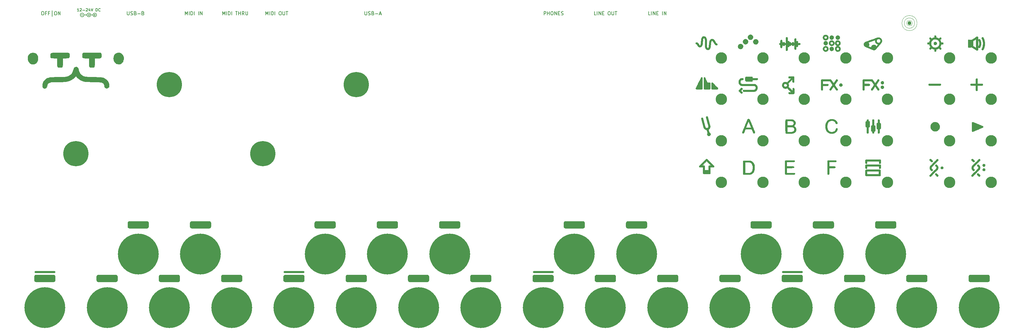
<source format=gbr>
%TF.GenerationSoftware,KiCad,Pcbnew,5.1.9*%
%TF.CreationDate,2021-03-31T15:24:55+02:00*%
%TF.ProjectId,OTTO-Beta-Front,4f54544f-2d42-4657-9461-2d46726f6e74,rev?*%
%TF.SameCoordinates,Original*%
%TF.FileFunction,Soldermask,Top*%
%TF.FilePolarity,Negative*%
%FSLAX46Y46*%
G04 Gerber Fmt 4.6, Leading zero omitted, Abs format (unit mm)*
G04 Created by KiCad (PCBNEW 5.1.9) date 2021-03-31 15:24:55*
%MOMM*%
%LPD*%
G01*
G04 APERTURE LIST*
%ADD10C,0.600000*%
%ADD11C,0.150000*%
%ADD12C,0.240000*%
%ADD13C,0.120000*%
%ADD14C,0.010000*%
%ADD15C,1.102000*%
%ADD16C,11.802000*%
%ADD17C,3.302000*%
%ADD18C,7.302000*%
G04 APERTURE END LIST*
D10*
X239500000Y-85800000D02*
X244900000Y-85800000D01*
X167500000Y-85800000D02*
X172900000Y-85800000D01*
X95500000Y-85800000D02*
X100900000Y-85800000D01*
X23500000Y-85800000D02*
X28900000Y-85800000D01*
D11*
X29220952Y-10452380D02*
X29411428Y-10452380D01*
X29506666Y-10500000D01*
X29601904Y-10595238D01*
X29649523Y-10785714D01*
X29649523Y-11119047D01*
X29601904Y-11309523D01*
X29506666Y-11404761D01*
X29411428Y-11452380D01*
X29220952Y-11452380D01*
X29125714Y-11404761D01*
X29030476Y-11309523D01*
X28982857Y-11119047D01*
X28982857Y-10785714D01*
X29030476Y-10595238D01*
X29125714Y-10500000D01*
X29220952Y-10452380D01*
X30078095Y-11452380D02*
X30078095Y-10452380D01*
X30649523Y-11452380D01*
X30649523Y-10452380D01*
X28340000Y-10200000D02*
X28340000Y-11850000D01*
X25487619Y-10452380D02*
X25678095Y-10452380D01*
X25773333Y-10500000D01*
X25868571Y-10595238D01*
X25916190Y-10785714D01*
X25916190Y-11119047D01*
X25868571Y-11309523D01*
X25773333Y-11404761D01*
X25678095Y-11452380D01*
X25487619Y-11452380D01*
X25392380Y-11404761D01*
X25297142Y-11309523D01*
X25249523Y-11119047D01*
X25249523Y-10785714D01*
X25297142Y-10595238D01*
X25392380Y-10500000D01*
X25487619Y-10452380D01*
X26678095Y-10928571D02*
X26344761Y-10928571D01*
X26344761Y-11452380D02*
X26344761Y-10452380D01*
X26820952Y-10452380D01*
X27535238Y-10928571D02*
X27201904Y-10928571D01*
X27201904Y-11452380D02*
X27201904Y-10452380D01*
X27678095Y-10452380D01*
X36054457Y-10361904D02*
X35597314Y-10361904D01*
X35825885Y-10361904D02*
X35825885Y-9561904D01*
X35749695Y-9676190D01*
X35673504Y-9752380D01*
X35597314Y-9790476D01*
X36359219Y-9638095D02*
X36397314Y-9600000D01*
X36473504Y-9561904D01*
X36663980Y-9561904D01*
X36740171Y-9600000D01*
X36778266Y-9638095D01*
X36816361Y-9714285D01*
X36816361Y-9790476D01*
X36778266Y-9904761D01*
X36321123Y-10361904D01*
X36816361Y-10361904D01*
X37159219Y-10057142D02*
X37768742Y-10057142D01*
X38111600Y-9638095D02*
X38149695Y-9600000D01*
X38225885Y-9561904D01*
X38416361Y-9561904D01*
X38492552Y-9600000D01*
X38530647Y-9638095D01*
X38568742Y-9714285D01*
X38568742Y-9790476D01*
X38530647Y-9904761D01*
X38073504Y-10361904D01*
X38568742Y-10361904D01*
X39254457Y-9828571D02*
X39254457Y-10361904D01*
X39063980Y-9523809D02*
X38873504Y-10095238D01*
X39368742Y-10095238D01*
X39559219Y-9561904D02*
X39825885Y-10361904D01*
X40092552Y-9561904D01*
X40968742Y-10361904D02*
X40968742Y-9561904D01*
X41159219Y-9561904D01*
X41273504Y-9600000D01*
X41349695Y-9676190D01*
X41387790Y-9752380D01*
X41425885Y-9904761D01*
X41425885Y-10019047D01*
X41387790Y-10171428D01*
X41349695Y-10247619D01*
X41273504Y-10323809D01*
X41159219Y-10361904D01*
X40968742Y-10361904D01*
X42225885Y-10285714D02*
X42187790Y-10323809D01*
X42073504Y-10361904D01*
X41997314Y-10361904D01*
X41883028Y-10323809D01*
X41806838Y-10247619D01*
X41768742Y-10171428D01*
X41730647Y-10019047D01*
X41730647Y-9904761D01*
X41768742Y-9752380D01*
X41806838Y-9676190D01*
X41883028Y-9600000D01*
X41997314Y-9561904D01*
X42073504Y-9561904D01*
X42187790Y-9600000D01*
X42225885Y-9638095D01*
X118690476Y-10452380D02*
X118690476Y-11261904D01*
X118738095Y-11357142D01*
X118785714Y-11404761D01*
X118880952Y-11452380D01*
X119071428Y-11452380D01*
X119166666Y-11404761D01*
X119214285Y-11357142D01*
X119261904Y-11261904D01*
X119261904Y-10452380D01*
X119690476Y-11404761D02*
X119833333Y-11452380D01*
X120071428Y-11452380D01*
X120166666Y-11404761D01*
X120214285Y-11357142D01*
X120261904Y-11261904D01*
X120261904Y-11166666D01*
X120214285Y-11071428D01*
X120166666Y-11023809D01*
X120071428Y-10976190D01*
X119880952Y-10928571D01*
X119785714Y-10880952D01*
X119738095Y-10833333D01*
X119690476Y-10738095D01*
X119690476Y-10642857D01*
X119738095Y-10547619D01*
X119785714Y-10500000D01*
X119880952Y-10452380D01*
X120119047Y-10452380D01*
X120261904Y-10500000D01*
X121023809Y-10928571D02*
X121166666Y-10976190D01*
X121214285Y-11023809D01*
X121261904Y-11119047D01*
X121261904Y-11261904D01*
X121214285Y-11357142D01*
X121166666Y-11404761D01*
X121071428Y-11452380D01*
X120690476Y-11452380D01*
X120690476Y-10452380D01*
X121023809Y-10452380D01*
X121119047Y-10500000D01*
X121166666Y-10547619D01*
X121214285Y-10642857D01*
X121214285Y-10738095D01*
X121166666Y-10833333D01*
X121119047Y-10880952D01*
X121023809Y-10928571D01*
X120690476Y-10928571D01*
X121690476Y-11071428D02*
X122452380Y-11071428D01*
X122880952Y-11166666D02*
X123357142Y-11166666D01*
X122785714Y-11452380D02*
X123119047Y-10452380D01*
X123452380Y-11452380D01*
X41171433Y-11442800D02*
G75*
G03*
X41171433Y-11442800I-540833J0D01*
G01*
X40380600Y-11442800D02*
X40880600Y-11442800D01*
X37535690Y-11442800D02*
G75*
G03*
X37535690Y-11442800I-555090J0D01*
G01*
X39405731Y-11692537D02*
G75*
G02*
X39405600Y-11192800I-500131J249737D01*
G01*
X38905600Y-11442800D02*
X40055600Y-11442800D01*
D12*
X39025600Y-11442800D02*
G75*
G03*
X39025600Y-11442800I-120000J0D01*
G01*
D11*
X38305600Y-11442800D02*
X37535690Y-11442800D01*
X36730600Y-11442800D02*
X37230600Y-11442800D01*
X40630600Y-11192800D02*
X40630600Y-11692800D01*
X77583552Y-11452380D02*
X77583552Y-10452380D01*
X77916885Y-11166666D01*
X78250219Y-10452380D01*
X78250219Y-11452380D01*
X78726409Y-11452380D02*
X78726409Y-10452380D01*
X79202600Y-11452380D02*
X79202600Y-10452380D01*
X79440695Y-10452380D01*
X79583552Y-10500000D01*
X79678790Y-10595238D01*
X79726409Y-10690476D01*
X79774028Y-10880952D01*
X79774028Y-11023809D01*
X79726409Y-11214285D01*
X79678790Y-11309523D01*
X79583552Y-11404761D01*
X79440695Y-11452380D01*
X79202600Y-11452380D01*
X80202600Y-11452380D02*
X80202600Y-10452380D01*
X81297838Y-10452380D02*
X81869266Y-10452380D01*
X81583552Y-11452380D02*
X81583552Y-10452380D01*
X82202600Y-11452380D02*
X82202600Y-10452380D01*
X82202600Y-10928571D02*
X82774028Y-10928571D01*
X82774028Y-11452380D02*
X82774028Y-10452380D01*
X83821647Y-11452380D02*
X83488314Y-10976190D01*
X83250219Y-11452380D02*
X83250219Y-10452380D01*
X83631171Y-10452380D01*
X83726409Y-10500000D01*
X83774028Y-10547619D01*
X83821647Y-10642857D01*
X83821647Y-10785714D01*
X83774028Y-10880952D01*
X83726409Y-10928571D01*
X83631171Y-10976190D01*
X83250219Y-10976190D01*
X84250219Y-10452380D02*
X84250219Y-11261904D01*
X84297838Y-11357142D01*
X84345457Y-11404761D01*
X84440695Y-11452380D01*
X84631171Y-11452380D01*
X84726409Y-11404761D01*
X84774028Y-11357142D01*
X84821647Y-11261904D01*
X84821647Y-10452380D01*
X90083552Y-11452380D02*
X90083552Y-10452380D01*
X90416885Y-11166666D01*
X90750219Y-10452380D01*
X90750219Y-11452380D01*
X91226409Y-11452380D02*
X91226409Y-10452380D01*
X91702600Y-11452380D02*
X91702600Y-10452380D01*
X91940695Y-10452380D01*
X92083552Y-10500000D01*
X92178790Y-10595238D01*
X92226409Y-10690476D01*
X92274028Y-10880952D01*
X92274028Y-11023809D01*
X92226409Y-11214285D01*
X92178790Y-11309523D01*
X92083552Y-11404761D01*
X91940695Y-11452380D01*
X91702600Y-11452380D01*
X92702600Y-11452380D02*
X92702600Y-10452380D01*
X94131171Y-10452380D02*
X94321647Y-10452380D01*
X94416885Y-10500000D01*
X94512123Y-10595238D01*
X94559742Y-10785714D01*
X94559742Y-11119047D01*
X94512123Y-11309523D01*
X94416885Y-11404761D01*
X94321647Y-11452380D01*
X94131171Y-11452380D01*
X94035933Y-11404761D01*
X93940695Y-11309523D01*
X93893076Y-11119047D01*
X93893076Y-10785714D01*
X93940695Y-10595238D01*
X94035933Y-10500000D01*
X94131171Y-10452380D01*
X94988314Y-10452380D02*
X94988314Y-11261904D01*
X95035933Y-11357142D01*
X95083552Y-11404761D01*
X95178790Y-11452380D01*
X95369266Y-11452380D01*
X95464504Y-11404761D01*
X95512123Y-11357142D01*
X95559742Y-11261904D01*
X95559742Y-10452380D01*
X95893076Y-10452380D02*
X96464504Y-10452380D01*
X96178790Y-11452380D02*
X96178790Y-10452380D01*
X201152380Y-11452380D02*
X200676190Y-11452380D01*
X200676190Y-10452380D01*
X201485714Y-11452380D02*
X201485714Y-10452380D01*
X201961904Y-11452380D02*
X201961904Y-10452380D01*
X202533333Y-11452380D01*
X202533333Y-10452380D01*
X203009523Y-10928571D02*
X203342857Y-10928571D01*
X203485714Y-11452380D02*
X203009523Y-11452380D01*
X203009523Y-10452380D01*
X203485714Y-10452380D01*
X204676190Y-11452380D02*
X204676190Y-10452380D01*
X205152380Y-11452380D02*
X205152380Y-10452380D01*
X205723809Y-11452380D01*
X205723809Y-10452380D01*
X185485714Y-11452380D02*
X185009523Y-11452380D01*
X185009523Y-10452380D01*
X185819047Y-11452380D02*
X185819047Y-10452380D01*
X186295238Y-11452380D02*
X186295238Y-10452380D01*
X186866666Y-11452380D01*
X186866666Y-10452380D01*
X187342857Y-10928571D02*
X187676190Y-10928571D01*
X187819047Y-11452380D02*
X187342857Y-11452380D01*
X187342857Y-10452380D01*
X187819047Y-10452380D01*
X189200000Y-10452380D02*
X189390476Y-10452380D01*
X189485714Y-10500000D01*
X189580952Y-10595238D01*
X189628571Y-10785714D01*
X189628571Y-11119047D01*
X189580952Y-11309523D01*
X189485714Y-11404761D01*
X189390476Y-11452380D01*
X189200000Y-11452380D01*
X189104761Y-11404761D01*
X189009523Y-11309523D01*
X188961904Y-11119047D01*
X188961904Y-10785714D01*
X189009523Y-10595238D01*
X189104761Y-10500000D01*
X189200000Y-10452380D01*
X190057142Y-10452380D02*
X190057142Y-11261904D01*
X190104761Y-11357142D01*
X190152380Y-11404761D01*
X190247619Y-11452380D01*
X190438095Y-11452380D01*
X190533333Y-11404761D01*
X190580952Y-11357142D01*
X190628571Y-11261904D01*
X190628571Y-10452380D01*
X190961904Y-10452380D02*
X191533333Y-10452380D01*
X191247619Y-11452380D02*
X191247619Y-10452380D01*
X170438095Y-11452380D02*
X170438095Y-10452380D01*
X170819047Y-10452380D01*
X170914285Y-10500000D01*
X170961904Y-10547619D01*
X171009523Y-10642857D01*
X171009523Y-10785714D01*
X170961904Y-10880952D01*
X170914285Y-10928571D01*
X170819047Y-10976190D01*
X170438095Y-10976190D01*
X171438095Y-11452380D02*
X171438095Y-10452380D01*
X171438095Y-10928571D02*
X172009523Y-10928571D01*
X172009523Y-11452380D02*
X172009523Y-10452380D01*
X172676190Y-10452380D02*
X172866666Y-10452380D01*
X172961904Y-10500000D01*
X173057142Y-10595238D01*
X173104761Y-10785714D01*
X173104761Y-11119047D01*
X173057142Y-11309523D01*
X172961904Y-11404761D01*
X172866666Y-11452380D01*
X172676190Y-11452380D01*
X172580952Y-11404761D01*
X172485714Y-11309523D01*
X172438095Y-11119047D01*
X172438095Y-10785714D01*
X172485714Y-10595238D01*
X172580952Y-10500000D01*
X172676190Y-10452380D01*
X173533333Y-11452380D02*
X173533333Y-10452380D01*
X174104761Y-11452380D01*
X174104761Y-10452380D01*
X174580952Y-10928571D02*
X174914285Y-10928571D01*
X175057142Y-11452380D02*
X174580952Y-11452380D01*
X174580952Y-10452380D01*
X175057142Y-10452380D01*
X175438095Y-11404761D02*
X175580952Y-11452380D01*
X175819047Y-11452380D01*
X175914285Y-11404761D01*
X175961904Y-11357142D01*
X176009523Y-11261904D01*
X176009523Y-11166666D01*
X175961904Y-11071428D01*
X175914285Y-11023809D01*
X175819047Y-10976190D01*
X175628571Y-10928571D01*
X175533333Y-10880952D01*
X175485714Y-10833333D01*
X175438095Y-10738095D01*
X175438095Y-10642857D01*
X175485714Y-10547619D01*
X175533333Y-10500000D01*
X175628571Y-10452380D01*
X175866666Y-10452380D01*
X176009523Y-10500000D01*
X66764990Y-11452380D02*
X66764990Y-10452380D01*
X67098323Y-11166666D01*
X67431656Y-10452380D01*
X67431656Y-11452380D01*
X67907847Y-11452380D02*
X67907847Y-10452380D01*
X68384037Y-11452380D02*
X68384037Y-10452380D01*
X68622132Y-10452380D01*
X68764990Y-10500000D01*
X68860228Y-10595238D01*
X68907847Y-10690476D01*
X68955466Y-10880952D01*
X68955466Y-11023809D01*
X68907847Y-11214285D01*
X68860228Y-11309523D01*
X68764990Y-11404761D01*
X68622132Y-11452380D01*
X68384037Y-11452380D01*
X69384037Y-11452380D02*
X69384037Y-10452380D01*
X70622132Y-11452380D02*
X70622132Y-10452380D01*
X71098323Y-11452380D02*
X71098323Y-10452380D01*
X71669751Y-11452380D01*
X71669751Y-10452380D01*
X50030647Y-10452380D02*
X50030647Y-11261904D01*
X50078266Y-11357142D01*
X50125885Y-11404761D01*
X50221123Y-11452380D01*
X50411600Y-11452380D01*
X50506838Y-11404761D01*
X50554457Y-11357142D01*
X50602076Y-11261904D01*
X50602076Y-10452380D01*
X51030647Y-11404761D02*
X51173504Y-11452380D01*
X51411600Y-11452380D01*
X51506838Y-11404761D01*
X51554457Y-11357142D01*
X51602076Y-11261904D01*
X51602076Y-11166666D01*
X51554457Y-11071428D01*
X51506838Y-11023809D01*
X51411600Y-10976190D01*
X51221123Y-10928571D01*
X51125885Y-10880952D01*
X51078266Y-10833333D01*
X51030647Y-10738095D01*
X51030647Y-10642857D01*
X51078266Y-10547619D01*
X51125885Y-10500000D01*
X51221123Y-10452380D01*
X51459219Y-10452380D01*
X51602076Y-10500000D01*
X52363980Y-10928571D02*
X52506838Y-10976190D01*
X52554457Y-11023809D01*
X52602076Y-11119047D01*
X52602076Y-11261904D01*
X52554457Y-11357142D01*
X52506838Y-11404761D01*
X52411600Y-11452380D01*
X52030647Y-11452380D01*
X52030647Y-10452380D01*
X52363980Y-10452380D01*
X52459219Y-10500000D01*
X52506838Y-10547619D01*
X52554457Y-10642857D01*
X52554457Y-10738095D01*
X52506838Y-10833333D01*
X52459219Y-10880952D01*
X52363980Y-10928571D01*
X52030647Y-10928571D01*
X53030647Y-11071428D02*
X53792552Y-11071428D01*
X54602076Y-10928571D02*
X54744933Y-10976190D01*
X54792552Y-11023809D01*
X54840171Y-11119047D01*
X54840171Y-11261904D01*
X54792552Y-11357142D01*
X54744933Y-11404761D01*
X54649695Y-11452380D01*
X54268742Y-11452380D01*
X54268742Y-10452380D01*
X54602076Y-10452380D01*
X54697314Y-10500000D01*
X54744933Y-10547619D01*
X54792552Y-10642857D01*
X54792552Y-10738095D01*
X54744933Y-10833333D01*
X54697314Y-10880952D01*
X54602076Y-10928571D01*
X54268742Y-10928571D01*
D13*
X276870000Y-13800000D02*
G75*
G03*
X276870000Y-13800000I-800000J0D01*
G01*
X277570000Y-13800000D02*
G75*
G03*
X277570000Y-13800000I-1500000J0D01*
G01*
X278270000Y-13800000D02*
G75*
G03*
X278270000Y-13800000I-2200000J0D01*
G01*
D14*
G36*
X283555523Y-19221363D02*
G01*
X283619971Y-19235702D01*
X283679483Y-19260498D01*
X283735804Y-19296487D01*
X283790675Y-19344403D01*
X283793311Y-19347024D01*
X283820821Y-19375432D01*
X283841194Y-19399077D01*
X283857008Y-19421385D01*
X283870839Y-19445782D01*
X283877206Y-19458568D01*
X283900441Y-19513659D01*
X283914838Y-19566360D01*
X283921627Y-19622022D01*
X283922564Y-19655579D01*
X283916629Y-19729474D01*
X283899083Y-19799928D01*
X283870667Y-19865740D01*
X283832121Y-19925711D01*
X283784183Y-19978638D01*
X283727593Y-20023321D01*
X283678916Y-20051193D01*
X283615455Y-20076252D01*
X283548311Y-20091785D01*
X283480661Y-20097334D01*
X283415685Y-20092445D01*
X283405004Y-20090517D01*
X283338357Y-20073030D01*
X283279552Y-20047759D01*
X283225654Y-20013119D01*
X283173733Y-19967530D01*
X283169892Y-19963682D01*
X283121273Y-19905931D01*
X283083549Y-19842186D01*
X283057271Y-19773403D01*
X283054422Y-19762984D01*
X283047507Y-19724381D01*
X283044121Y-19678599D01*
X283044254Y-19630496D01*
X283047893Y-19584932D01*
X283054954Y-19547030D01*
X283080151Y-19476472D01*
X283115484Y-19412679D01*
X283159914Y-19356451D01*
X283212400Y-19308586D01*
X283271904Y-19269885D01*
X283337386Y-19241146D01*
X283407807Y-19223169D01*
X283482129Y-19216753D01*
X283484398Y-19216747D01*
X283555523Y-19221363D01*
G37*
X283555523Y-19221363D02*
X283619971Y-19235702D01*
X283679483Y-19260498D01*
X283735804Y-19296487D01*
X283790675Y-19344403D01*
X283793311Y-19347024D01*
X283820821Y-19375432D01*
X283841194Y-19399077D01*
X283857008Y-19421385D01*
X283870839Y-19445782D01*
X283877206Y-19458568D01*
X283900441Y-19513659D01*
X283914838Y-19566360D01*
X283921627Y-19622022D01*
X283922564Y-19655579D01*
X283916629Y-19729474D01*
X283899083Y-19799928D01*
X283870667Y-19865740D01*
X283832121Y-19925711D01*
X283784183Y-19978638D01*
X283727593Y-20023321D01*
X283678916Y-20051193D01*
X283615455Y-20076252D01*
X283548311Y-20091785D01*
X283480661Y-20097334D01*
X283415685Y-20092445D01*
X283405004Y-20090517D01*
X283338357Y-20073030D01*
X283279552Y-20047759D01*
X283225654Y-20013119D01*
X283173733Y-19967530D01*
X283169892Y-19963682D01*
X283121273Y-19905931D01*
X283083549Y-19842186D01*
X283057271Y-19773403D01*
X283054422Y-19762984D01*
X283047507Y-19724381D01*
X283044121Y-19678599D01*
X283044254Y-19630496D01*
X283047893Y-19584932D01*
X283054954Y-19547030D01*
X283080151Y-19476472D01*
X283115484Y-19412679D01*
X283159914Y-19356451D01*
X283212400Y-19308586D01*
X283271904Y-19269885D01*
X283337386Y-19241146D01*
X283407807Y-19223169D01*
X283482129Y-19216753D01*
X283484398Y-19216747D01*
X283555523Y-19221363D01*
G36*
X255394602Y-17365588D02*
G01*
X255414091Y-17368112D01*
X255495427Y-17387500D01*
X255572852Y-17418283D01*
X255645133Y-17459497D01*
X255711035Y-17510179D01*
X255769326Y-17569366D01*
X255818770Y-17636094D01*
X255858134Y-17709401D01*
X255861661Y-17717506D01*
X255888467Y-17795905D01*
X255904199Y-17877787D01*
X255908798Y-17961060D01*
X255902207Y-18043629D01*
X255884367Y-18123402D01*
X255873875Y-18154579D01*
X255842246Y-18225756D01*
X255802357Y-18290009D01*
X255752382Y-18350081D01*
X255727065Y-18375574D01*
X255689363Y-18409985D01*
X255654678Y-18437147D01*
X255618599Y-18460115D01*
X255576715Y-18481944D01*
X255566418Y-18486833D01*
X255500174Y-18512360D01*
X255428379Y-18530242D01*
X255354563Y-18540002D01*
X255282260Y-18541163D01*
X255218180Y-18533865D01*
X255133658Y-18511714D01*
X255054853Y-18478835D01*
X254982580Y-18436023D01*
X254917654Y-18384072D01*
X254860888Y-18323775D01*
X254813097Y-18255927D01*
X254775096Y-18181321D01*
X254747698Y-18100752D01*
X254740011Y-18067632D01*
X254733167Y-18018303D01*
X254730681Y-17962749D01*
X254732365Y-17905115D01*
X254738033Y-17849547D01*
X254747500Y-17800189D01*
X254752891Y-17781288D01*
X254786202Y-17697681D01*
X254829253Y-17621929D01*
X254881542Y-17554522D01*
X254942566Y-17495951D01*
X255011823Y-17446704D01*
X255088812Y-17407274D01*
X255163095Y-17380928D01*
X255201575Y-17372576D01*
X255248265Y-17366646D01*
X255298867Y-17363359D01*
X255349079Y-17362933D01*
X255394602Y-17365588D01*
G37*
X255394602Y-17365588D02*
X255414091Y-17368112D01*
X255495427Y-17387500D01*
X255572852Y-17418283D01*
X255645133Y-17459497D01*
X255711035Y-17510179D01*
X255769326Y-17569366D01*
X255818770Y-17636094D01*
X255858134Y-17709401D01*
X255861661Y-17717506D01*
X255888467Y-17795905D01*
X255904199Y-17877787D01*
X255908798Y-17961060D01*
X255902207Y-18043629D01*
X255884367Y-18123402D01*
X255873875Y-18154579D01*
X255842246Y-18225756D01*
X255802357Y-18290009D01*
X255752382Y-18350081D01*
X255727065Y-18375574D01*
X255689363Y-18409985D01*
X255654678Y-18437147D01*
X255618599Y-18460115D01*
X255576715Y-18481944D01*
X255566418Y-18486833D01*
X255500174Y-18512360D01*
X255428379Y-18530242D01*
X255354563Y-18540002D01*
X255282260Y-18541163D01*
X255218180Y-18533865D01*
X255133658Y-18511714D01*
X255054853Y-18478835D01*
X254982580Y-18436023D01*
X254917654Y-18384072D01*
X254860888Y-18323775D01*
X254813097Y-18255927D01*
X254775096Y-18181321D01*
X254747698Y-18100752D01*
X254740011Y-18067632D01*
X254733167Y-18018303D01*
X254730681Y-17962749D01*
X254732365Y-17905115D01*
X254738033Y-17849547D01*
X254747500Y-17800189D01*
X254752891Y-17781288D01*
X254786202Y-17697681D01*
X254829253Y-17621929D01*
X254881542Y-17554522D01*
X254942566Y-17495951D01*
X255011823Y-17446704D01*
X255088812Y-17407274D01*
X255163095Y-17380928D01*
X255201575Y-17372576D01*
X255248265Y-17366646D01*
X255298867Y-17363359D01*
X255349079Y-17362933D01*
X255394602Y-17365588D01*
G36*
X253641563Y-17365588D02*
G01*
X253661053Y-17368112D01*
X253743297Y-17387624D01*
X253820821Y-17418374D01*
X253892687Y-17459470D01*
X253957957Y-17510022D01*
X254015693Y-17569140D01*
X254064959Y-17635933D01*
X254104816Y-17709513D01*
X254134326Y-17788987D01*
X254144035Y-17826681D01*
X254150153Y-17864971D01*
X254153691Y-17910677D01*
X254154649Y-17959617D01*
X254153027Y-18007608D01*
X254148826Y-18050467D01*
X254144005Y-18076637D01*
X254117259Y-18162284D01*
X254080186Y-18240961D01*
X254033228Y-18312117D01*
X253976828Y-18375204D01*
X253911426Y-18429673D01*
X253837465Y-18474974D01*
X253814461Y-18486327D01*
X253747404Y-18512214D01*
X253675020Y-18530291D01*
X253600767Y-18540086D01*
X253528101Y-18541130D01*
X253465142Y-18533865D01*
X253381424Y-18511885D01*
X253303095Y-18479182D01*
X253231037Y-18436610D01*
X253166131Y-18385019D01*
X253109257Y-18325261D01*
X253061296Y-18258190D01*
X253023129Y-18184656D01*
X252995637Y-18105511D01*
X252987758Y-18072141D01*
X252982057Y-18033264D01*
X252978828Y-17987188D01*
X252978085Y-17938319D01*
X252979844Y-17891062D01*
X252984120Y-17849822D01*
X252986933Y-17834104D01*
X253011147Y-17749570D01*
X253046149Y-17671231D01*
X253091261Y-17599814D01*
X253145806Y-17536044D01*
X253209106Y-17480646D01*
X253280484Y-17434347D01*
X253359262Y-17397871D01*
X253410057Y-17380928D01*
X253448537Y-17372576D01*
X253495227Y-17366646D01*
X253545828Y-17363359D01*
X253596041Y-17362933D01*
X253641563Y-17365588D01*
G37*
X253641563Y-17365588D02*
X253661053Y-17368112D01*
X253743297Y-17387624D01*
X253820821Y-17418374D01*
X253892687Y-17459470D01*
X253957957Y-17510022D01*
X254015693Y-17569140D01*
X254064959Y-17635933D01*
X254104816Y-17709513D01*
X254134326Y-17788987D01*
X254144035Y-17826681D01*
X254150153Y-17864971D01*
X254153691Y-17910677D01*
X254154649Y-17959617D01*
X254153027Y-18007608D01*
X254148826Y-18050467D01*
X254144005Y-18076637D01*
X254117259Y-18162284D01*
X254080186Y-18240961D01*
X254033228Y-18312117D01*
X253976828Y-18375204D01*
X253911426Y-18429673D01*
X253837465Y-18474974D01*
X253814461Y-18486327D01*
X253747404Y-18512214D01*
X253675020Y-18530291D01*
X253600767Y-18540086D01*
X253528101Y-18541130D01*
X253465142Y-18533865D01*
X253381424Y-18511885D01*
X253303095Y-18479182D01*
X253231037Y-18436610D01*
X253166131Y-18385019D01*
X253109257Y-18325261D01*
X253061296Y-18258190D01*
X253023129Y-18184656D01*
X252995637Y-18105511D01*
X252987758Y-18072141D01*
X252982057Y-18033264D01*
X252978828Y-17987188D01*
X252978085Y-17938319D01*
X252979844Y-17891062D01*
X252984120Y-17849822D01*
X252986933Y-17834104D01*
X253011147Y-17749570D01*
X253046149Y-17671231D01*
X253091261Y-17599814D01*
X253145806Y-17536044D01*
X253209106Y-17480646D01*
X253280484Y-17434347D01*
X253359262Y-17397871D01*
X253410057Y-17380928D01*
X253448537Y-17372576D01*
X253495227Y-17366646D01*
X253545828Y-17363359D01*
X253596041Y-17362933D01*
X253641563Y-17365588D01*
G36*
X230164015Y-17118350D02*
G01*
X230255730Y-17132830D01*
X230344691Y-17158465D01*
X230429375Y-17195158D01*
X230465685Y-17215255D01*
X230546222Y-17270346D01*
X230618036Y-17334468D01*
X230680664Y-17406999D01*
X230733644Y-17487319D01*
X230776513Y-17574808D01*
X230808807Y-17668845D01*
X230811539Y-17678973D01*
X230818496Y-17714030D01*
X230823817Y-17758029D01*
X230827348Y-17807296D01*
X230828933Y-17858158D01*
X230828418Y-17906939D01*
X230825646Y-17949966D01*
X230823665Y-17966180D01*
X230804005Y-18057825D01*
X230772888Y-18145229D01*
X230731105Y-18227522D01*
X230679450Y-18303830D01*
X230618712Y-18373283D01*
X230549683Y-18435009D01*
X230473155Y-18488135D01*
X230389920Y-18531790D01*
X230300769Y-18565102D01*
X230272662Y-18573034D01*
X230226797Y-18582255D01*
X230172738Y-18588708D01*
X230114662Y-18592235D01*
X230056744Y-18592681D01*
X230003161Y-18589889D01*
X229962743Y-18584600D01*
X229869146Y-18560994D01*
X229779742Y-18525675D01*
X229695644Y-18479255D01*
X229617966Y-18422346D01*
X229549890Y-18357793D01*
X229488739Y-18283059D01*
X229438543Y-18202635D01*
X229399480Y-18117561D01*
X229371730Y-18028877D01*
X229355473Y-17937621D01*
X229350887Y-17844833D01*
X229358153Y-17751552D01*
X229377451Y-17658819D01*
X229408959Y-17567672D01*
X229412148Y-17560164D01*
X229454043Y-17478646D01*
X229506722Y-17402248D01*
X229568842Y-17332307D01*
X229639059Y-17270160D01*
X229716030Y-17217145D01*
X229798412Y-17174600D01*
X229800106Y-17173865D01*
X229887593Y-17142781D01*
X229978423Y-17123230D01*
X230071072Y-17115118D01*
X230164015Y-17118350D01*
G37*
X230164015Y-17118350D02*
X230255730Y-17132830D01*
X230344691Y-17158465D01*
X230429375Y-17195158D01*
X230465685Y-17215255D01*
X230546222Y-17270346D01*
X230618036Y-17334468D01*
X230680664Y-17406999D01*
X230733644Y-17487319D01*
X230776513Y-17574808D01*
X230808807Y-17668845D01*
X230811539Y-17678973D01*
X230818496Y-17714030D01*
X230823817Y-17758029D01*
X230827348Y-17807296D01*
X230828933Y-17858158D01*
X230828418Y-17906939D01*
X230825646Y-17949966D01*
X230823665Y-17966180D01*
X230804005Y-18057825D01*
X230772888Y-18145229D01*
X230731105Y-18227522D01*
X230679450Y-18303830D01*
X230618712Y-18373283D01*
X230549683Y-18435009D01*
X230473155Y-18488135D01*
X230389920Y-18531790D01*
X230300769Y-18565102D01*
X230272662Y-18573034D01*
X230226797Y-18582255D01*
X230172738Y-18588708D01*
X230114662Y-18592235D01*
X230056744Y-18592681D01*
X230003161Y-18589889D01*
X229962743Y-18584600D01*
X229869146Y-18560994D01*
X229779742Y-18525675D01*
X229695644Y-18479255D01*
X229617966Y-18422346D01*
X229549890Y-18357793D01*
X229488739Y-18283059D01*
X229438543Y-18202635D01*
X229399480Y-18117561D01*
X229371730Y-18028877D01*
X229355473Y-17937621D01*
X229350887Y-17844833D01*
X229358153Y-17751552D01*
X229377451Y-17658819D01*
X229408959Y-17567672D01*
X229412148Y-17560164D01*
X229454043Y-17478646D01*
X229506722Y-17402248D01*
X229568842Y-17332307D01*
X229639059Y-17270160D01*
X229716030Y-17217145D01*
X229798412Y-17174600D01*
X229800106Y-17173865D01*
X229887593Y-17142781D01*
X229978423Y-17123230D01*
X230071072Y-17115118D01*
X230164015Y-17118350D01*
G36*
X251884504Y-17154534D02*
G01*
X251951940Y-17162435D01*
X252048096Y-17185366D01*
X252139291Y-17219548D01*
X252224788Y-17264253D01*
X252303854Y-17318752D01*
X252375753Y-17382318D01*
X252439749Y-17454221D01*
X252495109Y-17533733D01*
X252541095Y-17620126D01*
X252576975Y-17712671D01*
X252601011Y-17805537D01*
X252606932Y-17846432D01*
X252610535Y-17895378D01*
X252611831Y-17948459D01*
X252610828Y-18001757D01*
X252607537Y-18051354D01*
X252601968Y-18093332D01*
X252600250Y-18102043D01*
X252573624Y-18200897D01*
X252537592Y-18291684D01*
X252491587Y-18375457D01*
X252435043Y-18453272D01*
X252378302Y-18515488D01*
X252302850Y-18582836D01*
X252222966Y-18638567D01*
X252137559Y-18683269D01*
X252045539Y-18717532D01*
X251967819Y-18737530D01*
X251927347Y-18743918D01*
X251878561Y-18748195D01*
X251825691Y-18750271D01*
X251772967Y-18750052D01*
X251724616Y-18747448D01*
X251691525Y-18743521D01*
X251592176Y-18721265D01*
X251498024Y-18687439D01*
X251409360Y-18642193D01*
X251326474Y-18585674D01*
X251249698Y-18518072D01*
X251181592Y-18441973D01*
X251124885Y-18360334D01*
X251079713Y-18273482D01*
X251046212Y-18181744D01*
X251024517Y-18085450D01*
X251014764Y-17984926D01*
X251014452Y-17965932D01*
X251436729Y-17965932D01*
X251440248Y-18013562D01*
X251448184Y-18055258D01*
X251451828Y-18067110D01*
X251480660Y-18131898D01*
X251519217Y-18189247D01*
X251566613Y-18238246D01*
X251621962Y-18277980D01*
X251684378Y-18307537D01*
X251685544Y-18307964D01*
X251741820Y-18322566D01*
X251803308Y-18328163D01*
X251866252Y-18324746D01*
X251926898Y-18312310D01*
X251939438Y-18308403D01*
X251996330Y-18283009D01*
X252048852Y-18246946D01*
X252095430Y-18201934D01*
X252134489Y-18149697D01*
X252164456Y-18091956D01*
X252180322Y-18044913D01*
X252186516Y-18009869D01*
X252189538Y-17967777D01*
X252189301Y-17923911D01*
X252185718Y-17883546D01*
X252183201Y-17868935D01*
X252172771Y-17833696D01*
X252155943Y-17793819D01*
X252135039Y-17753904D01*
X252112382Y-17718549D01*
X252098193Y-17700619D01*
X252062667Y-17666721D01*
X252019102Y-17634872D01*
X251972124Y-17608092D01*
X251929390Y-17590373D01*
X251901974Y-17582446D01*
X251875895Y-17577672D01*
X251846210Y-17575378D01*
X251815381Y-17574877D01*
X251770167Y-17576201D01*
X251732590Y-17580973D01*
X251697790Y-17590358D01*
X251660909Y-17605519D01*
X251635600Y-17617955D01*
X251579541Y-17653670D01*
X251530721Y-17699264D01*
X251490167Y-17753537D01*
X251458905Y-17815289D01*
X251452539Y-17832101D01*
X251442888Y-17870735D01*
X251437614Y-17916834D01*
X251436729Y-17965932D01*
X251014452Y-17965932D01*
X251014192Y-17950136D01*
X251019679Y-17850972D01*
X251035790Y-17757880D01*
X251063018Y-17669265D01*
X251101860Y-17583530D01*
X251152811Y-17499081D01*
X251155272Y-17495467D01*
X251180834Y-17461571D01*
X251213320Y-17423612D01*
X251249442Y-17385081D01*
X251285912Y-17349468D01*
X251319440Y-17320263D01*
X251322962Y-17317471D01*
X251372204Y-17282893D01*
X251429286Y-17249360D01*
X251489764Y-17219151D01*
X251549196Y-17194547D01*
X251586724Y-17182185D01*
X251655128Y-17166651D01*
X251730558Y-17156702D01*
X251808516Y-17152582D01*
X251884504Y-17154534D01*
G37*
X251884504Y-17154534D02*
X251951940Y-17162435D01*
X252048096Y-17185366D01*
X252139291Y-17219548D01*
X252224788Y-17264253D01*
X252303854Y-17318752D01*
X252375753Y-17382318D01*
X252439749Y-17454221D01*
X252495109Y-17533733D01*
X252541095Y-17620126D01*
X252576975Y-17712671D01*
X252601011Y-17805537D01*
X252606932Y-17846432D01*
X252610535Y-17895378D01*
X252611831Y-17948459D01*
X252610828Y-18001757D01*
X252607537Y-18051354D01*
X252601968Y-18093332D01*
X252600250Y-18102043D01*
X252573624Y-18200897D01*
X252537592Y-18291684D01*
X252491587Y-18375457D01*
X252435043Y-18453272D01*
X252378302Y-18515488D01*
X252302850Y-18582836D01*
X252222966Y-18638567D01*
X252137559Y-18683269D01*
X252045539Y-18717532D01*
X251967819Y-18737530D01*
X251927347Y-18743918D01*
X251878561Y-18748195D01*
X251825691Y-18750271D01*
X251772967Y-18750052D01*
X251724616Y-18747448D01*
X251691525Y-18743521D01*
X251592176Y-18721265D01*
X251498024Y-18687439D01*
X251409360Y-18642193D01*
X251326474Y-18585674D01*
X251249698Y-18518072D01*
X251181592Y-18441973D01*
X251124885Y-18360334D01*
X251079713Y-18273482D01*
X251046212Y-18181744D01*
X251024517Y-18085450D01*
X251014764Y-17984926D01*
X251014452Y-17965932D01*
X251436729Y-17965932D01*
X251440248Y-18013562D01*
X251448184Y-18055258D01*
X251451828Y-18067110D01*
X251480660Y-18131898D01*
X251519217Y-18189247D01*
X251566613Y-18238246D01*
X251621962Y-18277980D01*
X251684378Y-18307537D01*
X251685544Y-18307964D01*
X251741820Y-18322566D01*
X251803308Y-18328163D01*
X251866252Y-18324746D01*
X251926898Y-18312310D01*
X251939438Y-18308403D01*
X251996330Y-18283009D01*
X252048852Y-18246946D01*
X252095430Y-18201934D01*
X252134489Y-18149697D01*
X252164456Y-18091956D01*
X252180322Y-18044913D01*
X252186516Y-18009869D01*
X252189538Y-17967777D01*
X252189301Y-17923911D01*
X252185718Y-17883546D01*
X252183201Y-17868935D01*
X252172771Y-17833696D01*
X252155943Y-17793819D01*
X252135039Y-17753904D01*
X252112382Y-17718549D01*
X252098193Y-17700619D01*
X252062667Y-17666721D01*
X252019102Y-17634872D01*
X251972124Y-17608092D01*
X251929390Y-17590373D01*
X251901974Y-17582446D01*
X251875895Y-17577672D01*
X251846210Y-17575378D01*
X251815381Y-17574877D01*
X251770167Y-17576201D01*
X251732590Y-17580973D01*
X251697790Y-17590358D01*
X251660909Y-17605519D01*
X251635600Y-17617955D01*
X251579541Y-17653670D01*
X251530721Y-17699264D01*
X251490167Y-17753537D01*
X251458905Y-17815289D01*
X251452539Y-17832101D01*
X251442888Y-17870735D01*
X251437614Y-17916834D01*
X251436729Y-17965932D01*
X251014452Y-17965932D01*
X251014192Y-17950136D01*
X251019679Y-17850972D01*
X251035790Y-17757880D01*
X251063018Y-17669265D01*
X251101860Y-17583530D01*
X251152811Y-17499081D01*
X251155272Y-17495467D01*
X251180834Y-17461571D01*
X251213320Y-17423612D01*
X251249442Y-17385081D01*
X251285912Y-17349468D01*
X251319440Y-17320263D01*
X251322962Y-17317471D01*
X251372204Y-17282893D01*
X251429286Y-17249360D01*
X251489764Y-17219151D01*
X251549196Y-17194547D01*
X251586724Y-17182185D01*
X251655128Y-17166651D01*
X251730558Y-17156702D01*
X251808516Y-17152582D01*
X251884504Y-17154534D01*
G36*
X228707210Y-18414468D02*
G01*
X228757338Y-18417482D01*
X228801812Y-18423429D01*
X228844092Y-18432890D01*
X228887641Y-18446444D01*
X228924552Y-18460168D01*
X229011682Y-18500852D01*
X229091425Y-18551314D01*
X229163211Y-18610636D01*
X229226468Y-18677897D01*
X229280625Y-18752182D01*
X229325109Y-18832569D01*
X229359350Y-18918142D01*
X229382776Y-19007981D01*
X229394815Y-19101169D01*
X229394895Y-19196785D01*
X229393615Y-19213965D01*
X229379303Y-19308671D01*
X229353439Y-19399186D01*
X229316715Y-19484694D01*
X229269824Y-19564377D01*
X229213461Y-19637421D01*
X229148319Y-19703009D01*
X229075090Y-19760326D01*
X228994468Y-19808555D01*
X228907147Y-19846880D01*
X228837203Y-19868757D01*
X228791643Y-19877940D01*
X228738046Y-19884383D01*
X228680515Y-19887934D01*
X228623153Y-19888442D01*
X228570064Y-19885754D01*
X228527901Y-19880212D01*
X228432271Y-19856043D01*
X228342776Y-19820751D01*
X228259379Y-19774317D01*
X228182042Y-19716722D01*
X228133241Y-19671519D01*
X228069508Y-19598764D01*
X228016722Y-19520490D01*
X227974939Y-19437714D01*
X227944215Y-19351457D01*
X227924607Y-19262739D01*
X227916171Y-19172577D01*
X227918963Y-19081993D01*
X227933041Y-18992006D01*
X227958460Y-18903634D01*
X227995277Y-18817898D01*
X228043548Y-18735817D01*
X228078793Y-18687788D01*
X228142440Y-18617813D01*
X228214902Y-18556639D01*
X228295357Y-18504798D01*
X228382979Y-18462817D01*
X228476945Y-18431226D01*
X228479179Y-18430625D01*
X228503944Y-18424378D01*
X228526193Y-18419918D01*
X228549020Y-18416938D01*
X228575517Y-18415128D01*
X228608779Y-18414182D01*
X228647964Y-18413808D01*
X228707210Y-18414468D01*
G37*
X228707210Y-18414468D02*
X228757338Y-18417482D01*
X228801812Y-18423429D01*
X228844092Y-18432890D01*
X228887641Y-18446444D01*
X228924552Y-18460168D01*
X229011682Y-18500852D01*
X229091425Y-18551314D01*
X229163211Y-18610636D01*
X229226468Y-18677897D01*
X229280625Y-18752182D01*
X229325109Y-18832569D01*
X229359350Y-18918142D01*
X229382776Y-19007981D01*
X229394815Y-19101169D01*
X229394895Y-19196785D01*
X229393615Y-19213965D01*
X229379303Y-19308671D01*
X229353439Y-19399186D01*
X229316715Y-19484694D01*
X229269824Y-19564377D01*
X229213461Y-19637421D01*
X229148319Y-19703009D01*
X229075090Y-19760326D01*
X228994468Y-19808555D01*
X228907147Y-19846880D01*
X228837203Y-19868757D01*
X228791643Y-19877940D01*
X228738046Y-19884383D01*
X228680515Y-19887934D01*
X228623153Y-19888442D01*
X228570064Y-19885754D01*
X228527901Y-19880212D01*
X228432271Y-19856043D01*
X228342776Y-19820751D01*
X228259379Y-19774317D01*
X228182042Y-19716722D01*
X228133241Y-19671519D01*
X228069508Y-19598764D01*
X228016722Y-19520490D01*
X227974939Y-19437714D01*
X227944215Y-19351457D01*
X227924607Y-19262739D01*
X227916171Y-19172577D01*
X227918963Y-19081993D01*
X227933041Y-18992006D01*
X227958460Y-18903634D01*
X227995277Y-18817898D01*
X228043548Y-18735817D01*
X228078793Y-18687788D01*
X228142440Y-18617813D01*
X228214902Y-18556639D01*
X228295357Y-18504798D01*
X228382979Y-18462817D01*
X228476945Y-18431226D01*
X228479179Y-18430625D01*
X228503944Y-18424378D01*
X228526193Y-18419918D01*
X228549020Y-18416938D01*
X228575517Y-18415128D01*
X228608779Y-18414182D01*
X228647964Y-18413808D01*
X228707210Y-18414468D01*
G36*
X231658740Y-18457563D02*
G01*
X231749202Y-18469088D01*
X231837448Y-18491709D01*
X231922459Y-18525172D01*
X232003217Y-18569222D01*
X232078703Y-18623603D01*
X232147899Y-18688060D01*
X232204767Y-18755557D01*
X232256881Y-18835460D01*
X232297610Y-18920127D01*
X232326856Y-19008494D01*
X232344519Y-19099495D01*
X232350502Y-19192065D01*
X232344705Y-19285139D01*
X232327029Y-19377651D01*
X232297376Y-19468536D01*
X232275442Y-19518448D01*
X232227623Y-19603602D01*
X232170580Y-19680034D01*
X232104453Y-19747602D01*
X232029382Y-19806169D01*
X231945507Y-19855594D01*
X231927682Y-19864373D01*
X231861025Y-19892331D01*
X231792991Y-19913712D01*
X231727389Y-19927435D01*
X231690375Y-19931573D01*
X231664072Y-19933461D01*
X231640921Y-19935259D01*
X231625304Y-19936625D01*
X231623683Y-19936792D01*
X231610276Y-19937070D01*
X231588179Y-19936328D01*
X231561353Y-19934722D01*
X231550640Y-19933909D01*
X231454600Y-19920093D01*
X231363394Y-19894536D01*
X231277126Y-19857288D01*
X231195903Y-19808397D01*
X231119830Y-19747915D01*
X231086592Y-19716210D01*
X231025113Y-19647677D01*
X230974918Y-19576683D01*
X230934852Y-19501091D01*
X230903755Y-19418761D01*
X230883229Y-19340603D01*
X230876794Y-19299641D01*
X230872937Y-19250332D01*
X230871657Y-19196769D01*
X230872955Y-19143044D01*
X230876828Y-19093250D01*
X230883251Y-19051606D01*
X230909521Y-18957257D01*
X230946814Y-18868518D01*
X230994519Y-18786171D01*
X231052020Y-18710996D01*
X231118706Y-18643772D01*
X231193963Y-18585280D01*
X231277177Y-18536302D01*
X231295093Y-18527540D01*
X231384237Y-18492124D01*
X231475239Y-18468826D01*
X231567079Y-18457391D01*
X231658740Y-18457563D01*
G37*
X231658740Y-18457563D02*
X231749202Y-18469088D01*
X231837448Y-18491709D01*
X231922459Y-18525172D01*
X232003217Y-18569222D01*
X232078703Y-18623603D01*
X232147899Y-18688060D01*
X232204767Y-18755557D01*
X232256881Y-18835460D01*
X232297610Y-18920127D01*
X232326856Y-19008494D01*
X232344519Y-19099495D01*
X232350502Y-19192065D01*
X232344705Y-19285139D01*
X232327029Y-19377651D01*
X232297376Y-19468536D01*
X232275442Y-19518448D01*
X232227623Y-19603602D01*
X232170580Y-19680034D01*
X232104453Y-19747602D01*
X232029382Y-19806169D01*
X231945507Y-19855594D01*
X231927682Y-19864373D01*
X231861025Y-19892331D01*
X231792991Y-19913712D01*
X231727389Y-19927435D01*
X231690375Y-19931573D01*
X231664072Y-19933461D01*
X231640921Y-19935259D01*
X231625304Y-19936625D01*
X231623683Y-19936792D01*
X231610276Y-19937070D01*
X231588179Y-19936328D01*
X231561353Y-19934722D01*
X231550640Y-19933909D01*
X231454600Y-19920093D01*
X231363394Y-19894536D01*
X231277126Y-19857288D01*
X231195903Y-19808397D01*
X231119830Y-19747915D01*
X231086592Y-19716210D01*
X231025113Y-19647677D01*
X230974918Y-19576683D01*
X230934852Y-19501091D01*
X230903755Y-19418761D01*
X230883229Y-19340603D01*
X230876794Y-19299641D01*
X230872937Y-19250332D01*
X230871657Y-19196769D01*
X230872955Y-19143044D01*
X230876828Y-19093250D01*
X230883251Y-19051606D01*
X230909521Y-18957257D01*
X230946814Y-18868518D01*
X230994519Y-18786171D01*
X231052020Y-18710996D01*
X231118706Y-18643772D01*
X231193963Y-18585280D01*
X231277177Y-18536302D01*
X231295093Y-18527540D01*
X231384237Y-18492124D01*
X231475239Y-18468826D01*
X231567079Y-18457391D01*
X231658740Y-18457563D01*
G36*
X251918210Y-18990868D02*
G01*
X251932998Y-18993727D01*
X252014708Y-19016897D01*
X252091202Y-19051139D01*
X252161551Y-19095567D01*
X252224826Y-19149294D01*
X252280099Y-19211436D01*
X252326442Y-19281105D01*
X252362925Y-19357416D01*
X252385015Y-19425016D01*
X252396967Y-19487581D01*
X252402211Y-19555540D01*
X252400696Y-19624075D01*
X252392370Y-19688369D01*
X252388026Y-19708214D01*
X252362085Y-19788359D01*
X252325155Y-19864270D01*
X252278348Y-19934351D01*
X252222773Y-19997004D01*
X252159542Y-20050635D01*
X252140497Y-20063896D01*
X252096552Y-20090693D01*
X252051908Y-20112461D01*
X252001913Y-20131306D01*
X251968699Y-20141708D01*
X251925048Y-20151534D01*
X251874014Y-20158125D01*
X251820016Y-20161280D01*
X251767470Y-20160799D01*
X251720795Y-20156480D01*
X251705072Y-20153699D01*
X251619873Y-20130238D01*
X251542216Y-20096765D01*
X251471275Y-20052824D01*
X251406223Y-19997958D01*
X251386621Y-19978132D01*
X251333786Y-19916264D01*
X251292479Y-19853481D01*
X251261860Y-19787765D01*
X251241090Y-19717096D01*
X251229326Y-19639456D01*
X251226395Y-19593144D01*
X251225272Y-19553899D01*
X251225361Y-19523606D01*
X251226920Y-19498552D01*
X251230206Y-19475023D01*
X251235474Y-19449302D01*
X251236716Y-19443881D01*
X251261844Y-19362017D01*
X251297288Y-19286380D01*
X251342065Y-19217608D01*
X251395190Y-19156337D01*
X251455681Y-19103201D01*
X251522554Y-19058839D01*
X251594824Y-19023884D01*
X251671508Y-18998974D01*
X251751623Y-18984743D01*
X251834185Y-18981829D01*
X251918210Y-18990868D01*
G37*
X251918210Y-18990868D02*
X251932998Y-18993727D01*
X252014708Y-19016897D01*
X252091202Y-19051139D01*
X252161551Y-19095567D01*
X252224826Y-19149294D01*
X252280099Y-19211436D01*
X252326442Y-19281105D01*
X252362925Y-19357416D01*
X252385015Y-19425016D01*
X252396967Y-19487581D01*
X252402211Y-19555540D01*
X252400696Y-19624075D01*
X252392370Y-19688369D01*
X252388026Y-19708214D01*
X252362085Y-19788359D01*
X252325155Y-19864270D01*
X252278348Y-19934351D01*
X252222773Y-19997004D01*
X252159542Y-20050635D01*
X252140497Y-20063896D01*
X252096552Y-20090693D01*
X252051908Y-20112461D01*
X252001913Y-20131306D01*
X251968699Y-20141708D01*
X251925048Y-20151534D01*
X251874014Y-20158125D01*
X251820016Y-20161280D01*
X251767470Y-20160799D01*
X251720795Y-20156480D01*
X251705072Y-20153699D01*
X251619873Y-20130238D01*
X251542216Y-20096765D01*
X251471275Y-20052824D01*
X251406223Y-19997958D01*
X251386621Y-19978132D01*
X251333786Y-19916264D01*
X251292479Y-19853481D01*
X251261860Y-19787765D01*
X251241090Y-19717096D01*
X251229326Y-19639456D01*
X251226395Y-19593144D01*
X251225272Y-19553899D01*
X251225361Y-19523606D01*
X251226920Y-19498552D01*
X251230206Y-19475023D01*
X251235474Y-19449302D01*
X251236716Y-19443881D01*
X251261844Y-19362017D01*
X251297288Y-19286380D01*
X251342065Y-19217608D01*
X251395190Y-19156337D01*
X251455681Y-19103201D01*
X251522554Y-19058839D01*
X251594824Y-19023884D01*
X251671508Y-18998974D01*
X251751623Y-18984743D01*
X251834185Y-18981829D01*
X251918210Y-18990868D01*
G36*
X255398951Y-18775866D02*
G01*
X255493583Y-18790897D01*
X255586075Y-18817329D01*
X255675306Y-18855189D01*
X255754885Y-18901012D01*
X255835692Y-18961574D01*
X255907763Y-19030922D01*
X255970483Y-19108120D01*
X256023234Y-19192233D01*
X256065399Y-19282327D01*
X256096363Y-19377466D01*
X256109749Y-19439053D01*
X256114981Y-19481653D01*
X256117600Y-19532454D01*
X256117685Y-19587257D01*
X256115318Y-19641863D01*
X256110581Y-19692073D01*
X256104101Y-19731226D01*
X256077592Y-19828057D01*
X256041570Y-19917098D01*
X255995295Y-19999744D01*
X255938026Y-20077391D01*
X255895436Y-20124927D01*
X255820757Y-20194237D01*
X255740454Y-20252255D01*
X255654025Y-20299260D01*
X255560966Y-20335534D01*
X255479216Y-20357501D01*
X255450812Y-20362072D01*
X255413293Y-20365754D01*
X255370139Y-20368436D01*
X255324826Y-20370008D01*
X255280834Y-20370362D01*
X255241639Y-20369386D01*
X255210720Y-20366973D01*
X255204809Y-20366150D01*
X255106892Y-20344595D01*
X255013410Y-20311721D01*
X254925264Y-20268241D01*
X254843355Y-20214866D01*
X254768586Y-20152308D01*
X254701858Y-20081277D01*
X254644073Y-20002485D01*
X254596132Y-19916644D01*
X254575486Y-19869687D01*
X254544534Y-19775798D01*
X254525682Y-19679518D01*
X254519678Y-19594120D01*
X254940774Y-19594120D01*
X254950131Y-19657340D01*
X254970425Y-19718767D01*
X255001689Y-19776972D01*
X255043958Y-19830523D01*
X255044586Y-19831189D01*
X255096219Y-19877623D01*
X255152826Y-19912598D01*
X255215602Y-19936756D01*
X255259513Y-19946827D01*
X255293455Y-19950024D01*
X255334029Y-19949655D01*
X255375777Y-19946062D01*
X255413243Y-19939584D01*
X255425120Y-19936468D01*
X255489127Y-19911077D01*
X255546469Y-19875339D01*
X255596196Y-19830251D01*
X255637355Y-19776813D01*
X255668996Y-19716024D01*
X255687159Y-19661438D01*
X255693663Y-19621562D01*
X255695497Y-19574800D01*
X255692888Y-19525987D01*
X255686066Y-19479957D01*
X255677009Y-19446306D01*
X255650614Y-19388999D01*
X255613931Y-19335557D01*
X255569107Y-19288436D01*
X255518286Y-19250090D01*
X255492971Y-19235812D01*
X255445345Y-19214892D01*
X255399436Y-19202027D01*
X255350019Y-19196003D01*
X255318282Y-19195165D01*
X255252636Y-19199762D01*
X255193431Y-19214103D01*
X255138637Y-19239011D01*
X255086225Y-19275309D01*
X255056889Y-19301173D01*
X255012057Y-19351908D01*
X254977996Y-19408001D01*
X254954740Y-19468020D01*
X254942322Y-19530536D01*
X254940774Y-19594120D01*
X254519678Y-19594120D01*
X254518824Y-19581981D01*
X254523855Y-19484320D01*
X254540671Y-19387670D01*
X254569167Y-19293163D01*
X254609237Y-19201934D01*
X254642785Y-19142762D01*
X254670189Y-19103568D01*
X254705265Y-19060599D01*
X254745040Y-19017012D01*
X254786545Y-18975967D01*
X254826806Y-18940622D01*
X254849030Y-18923537D01*
X254932948Y-18870749D01*
X255021456Y-18829194D01*
X255113432Y-18798900D01*
X255207754Y-18779896D01*
X255303301Y-18772208D01*
X255398951Y-18775866D01*
G37*
X255398951Y-18775866D02*
X255493583Y-18790897D01*
X255586075Y-18817329D01*
X255675306Y-18855189D01*
X255754885Y-18901012D01*
X255835692Y-18961574D01*
X255907763Y-19030922D01*
X255970483Y-19108120D01*
X256023234Y-19192233D01*
X256065399Y-19282327D01*
X256096363Y-19377466D01*
X256109749Y-19439053D01*
X256114981Y-19481653D01*
X256117600Y-19532454D01*
X256117685Y-19587257D01*
X256115318Y-19641863D01*
X256110581Y-19692073D01*
X256104101Y-19731226D01*
X256077592Y-19828057D01*
X256041570Y-19917098D01*
X255995295Y-19999744D01*
X255938026Y-20077391D01*
X255895436Y-20124927D01*
X255820757Y-20194237D01*
X255740454Y-20252255D01*
X255654025Y-20299260D01*
X255560966Y-20335534D01*
X255479216Y-20357501D01*
X255450812Y-20362072D01*
X255413293Y-20365754D01*
X255370139Y-20368436D01*
X255324826Y-20370008D01*
X255280834Y-20370362D01*
X255241639Y-20369386D01*
X255210720Y-20366973D01*
X255204809Y-20366150D01*
X255106892Y-20344595D01*
X255013410Y-20311721D01*
X254925264Y-20268241D01*
X254843355Y-20214866D01*
X254768586Y-20152308D01*
X254701858Y-20081277D01*
X254644073Y-20002485D01*
X254596132Y-19916644D01*
X254575486Y-19869687D01*
X254544534Y-19775798D01*
X254525682Y-19679518D01*
X254519678Y-19594120D01*
X254940774Y-19594120D01*
X254950131Y-19657340D01*
X254970425Y-19718767D01*
X255001689Y-19776972D01*
X255043958Y-19830523D01*
X255044586Y-19831189D01*
X255096219Y-19877623D01*
X255152826Y-19912598D01*
X255215602Y-19936756D01*
X255259513Y-19946827D01*
X255293455Y-19950024D01*
X255334029Y-19949655D01*
X255375777Y-19946062D01*
X255413243Y-19939584D01*
X255425120Y-19936468D01*
X255489127Y-19911077D01*
X255546469Y-19875339D01*
X255596196Y-19830251D01*
X255637355Y-19776813D01*
X255668996Y-19716024D01*
X255687159Y-19661438D01*
X255693663Y-19621562D01*
X255695497Y-19574800D01*
X255692888Y-19525987D01*
X255686066Y-19479957D01*
X255677009Y-19446306D01*
X255650614Y-19388999D01*
X255613931Y-19335557D01*
X255569107Y-19288436D01*
X255518286Y-19250090D01*
X255492971Y-19235812D01*
X255445345Y-19214892D01*
X255399436Y-19202027D01*
X255350019Y-19196003D01*
X255318282Y-19195165D01*
X255252636Y-19199762D01*
X255193431Y-19214103D01*
X255138637Y-19239011D01*
X255086225Y-19275309D01*
X255056889Y-19301173D01*
X255012057Y-19351908D01*
X254977996Y-19408001D01*
X254954740Y-19468020D01*
X254942322Y-19530536D01*
X254940774Y-19594120D01*
X254519678Y-19594120D01*
X254518824Y-19581981D01*
X254523855Y-19484320D01*
X254540671Y-19387670D01*
X254569167Y-19293163D01*
X254609237Y-19201934D01*
X254642785Y-19142762D01*
X254670189Y-19103568D01*
X254705265Y-19060599D01*
X254745040Y-19017012D01*
X254786545Y-18975967D01*
X254826806Y-18940622D01*
X254849030Y-18923537D01*
X254932948Y-18870749D01*
X255021456Y-18829194D01*
X255113432Y-18798900D01*
X255207754Y-18779896D01*
X255303301Y-18772208D01*
X255398951Y-18775866D01*
G36*
X253646759Y-18775894D02*
G01*
X253741378Y-18791019D01*
X253833857Y-18817573D01*
X253923092Y-18855586D01*
X254001846Y-18901012D01*
X254082567Y-18961509D01*
X254154589Y-19030791D01*
X254217284Y-19107909D01*
X254270026Y-19191910D01*
X254312187Y-19281845D01*
X254343141Y-19376763D01*
X254356670Y-19439053D01*
X254361458Y-19477935D01*
X254364118Y-19525245D01*
X254364694Y-19576895D01*
X254363228Y-19628796D01*
X254359763Y-19676860D01*
X254354342Y-19716999D01*
X254353723Y-19720268D01*
X254328284Y-19818263D01*
X254291327Y-19910955D01*
X254243016Y-19998030D01*
X254183517Y-20079171D01*
X254141897Y-20125516D01*
X254066841Y-20194873D01*
X253986619Y-20252741D01*
X253900533Y-20299510D01*
X253807884Y-20335571D01*
X253726178Y-20357501D01*
X253697773Y-20362072D01*
X253660255Y-20365754D01*
X253617101Y-20368436D01*
X253571788Y-20370008D01*
X253527796Y-20370362D01*
X253488601Y-20369386D01*
X253457682Y-20366973D01*
X253451771Y-20366150D01*
X253353854Y-20344595D01*
X253260372Y-20311721D01*
X253172225Y-20268241D01*
X253090317Y-20214866D01*
X253015548Y-20152308D01*
X252948820Y-20081277D01*
X252891035Y-20002485D01*
X252843094Y-19916644D01*
X252822447Y-19869687D01*
X252791496Y-19775798D01*
X252772643Y-19679518D01*
X252766639Y-19594120D01*
X253187736Y-19594120D01*
X253197093Y-19657340D01*
X253217387Y-19718767D01*
X253248651Y-19776972D01*
X253290919Y-19830523D01*
X253291548Y-19831189D01*
X253343180Y-19877623D01*
X253399787Y-19912598D01*
X253462564Y-19936756D01*
X253506474Y-19946827D01*
X253540417Y-19950024D01*
X253580991Y-19949655D01*
X253622739Y-19946062D01*
X253660205Y-19939584D01*
X253672082Y-19936468D01*
X253736089Y-19911077D01*
X253793431Y-19875339D01*
X253843157Y-19830251D01*
X253884317Y-19776813D01*
X253915957Y-19716024D01*
X253934121Y-19661438D01*
X253940625Y-19621562D01*
X253942458Y-19574800D01*
X253939850Y-19525987D01*
X253933027Y-19479957D01*
X253923971Y-19446306D01*
X253897576Y-19388999D01*
X253860893Y-19335557D01*
X253816068Y-19288436D01*
X253765248Y-19250090D01*
X253739932Y-19235812D01*
X253692307Y-19214892D01*
X253646397Y-19202027D01*
X253596981Y-19196003D01*
X253565244Y-19195165D01*
X253499597Y-19199762D01*
X253440392Y-19214103D01*
X253385599Y-19239011D01*
X253333187Y-19275309D01*
X253303851Y-19301173D01*
X253259019Y-19351908D01*
X253224958Y-19408001D01*
X253201702Y-19468020D01*
X253189284Y-19530536D01*
X253187736Y-19594120D01*
X252766639Y-19594120D01*
X252765785Y-19581981D01*
X252770817Y-19484320D01*
X252787633Y-19387670D01*
X252816129Y-19293163D01*
X252856199Y-19201934D01*
X252889747Y-19142762D01*
X252917208Y-19103490D01*
X252952338Y-19060465D01*
X252992155Y-19016857D01*
X253033677Y-18975835D01*
X253073921Y-18940566D01*
X253095991Y-18923644D01*
X253180244Y-18870765D01*
X253268986Y-18829151D01*
X253361114Y-18798829D01*
X253455522Y-18779827D01*
X253551105Y-18772173D01*
X253646759Y-18775894D01*
G37*
X253646759Y-18775894D02*
X253741378Y-18791019D01*
X253833857Y-18817573D01*
X253923092Y-18855586D01*
X254001846Y-18901012D01*
X254082567Y-18961509D01*
X254154589Y-19030791D01*
X254217284Y-19107909D01*
X254270026Y-19191910D01*
X254312187Y-19281845D01*
X254343141Y-19376763D01*
X254356670Y-19439053D01*
X254361458Y-19477935D01*
X254364118Y-19525245D01*
X254364694Y-19576895D01*
X254363228Y-19628796D01*
X254359763Y-19676860D01*
X254354342Y-19716999D01*
X254353723Y-19720268D01*
X254328284Y-19818263D01*
X254291327Y-19910955D01*
X254243016Y-19998030D01*
X254183517Y-20079171D01*
X254141897Y-20125516D01*
X254066841Y-20194873D01*
X253986619Y-20252741D01*
X253900533Y-20299510D01*
X253807884Y-20335571D01*
X253726178Y-20357501D01*
X253697773Y-20362072D01*
X253660255Y-20365754D01*
X253617101Y-20368436D01*
X253571788Y-20370008D01*
X253527796Y-20370362D01*
X253488601Y-20369386D01*
X253457682Y-20366973D01*
X253451771Y-20366150D01*
X253353854Y-20344595D01*
X253260372Y-20311721D01*
X253172225Y-20268241D01*
X253090317Y-20214866D01*
X253015548Y-20152308D01*
X252948820Y-20081277D01*
X252891035Y-20002485D01*
X252843094Y-19916644D01*
X252822447Y-19869687D01*
X252791496Y-19775798D01*
X252772643Y-19679518D01*
X252766639Y-19594120D01*
X253187736Y-19594120D01*
X253197093Y-19657340D01*
X253217387Y-19718767D01*
X253248651Y-19776972D01*
X253290919Y-19830523D01*
X253291548Y-19831189D01*
X253343180Y-19877623D01*
X253399787Y-19912598D01*
X253462564Y-19936756D01*
X253506474Y-19946827D01*
X253540417Y-19950024D01*
X253580991Y-19949655D01*
X253622739Y-19946062D01*
X253660205Y-19939584D01*
X253672082Y-19936468D01*
X253736089Y-19911077D01*
X253793431Y-19875339D01*
X253843157Y-19830251D01*
X253884317Y-19776813D01*
X253915957Y-19716024D01*
X253934121Y-19661438D01*
X253940625Y-19621562D01*
X253942458Y-19574800D01*
X253939850Y-19525987D01*
X253933027Y-19479957D01*
X253923971Y-19446306D01*
X253897576Y-19388999D01*
X253860893Y-19335557D01*
X253816068Y-19288436D01*
X253765248Y-19250090D01*
X253739932Y-19235812D01*
X253692307Y-19214892D01*
X253646397Y-19202027D01*
X253596981Y-19196003D01*
X253565244Y-19195165D01*
X253499597Y-19199762D01*
X253440392Y-19214103D01*
X253385599Y-19239011D01*
X253333187Y-19275309D01*
X253303851Y-19301173D01*
X253259019Y-19351908D01*
X253224958Y-19408001D01*
X253201702Y-19468020D01*
X253189284Y-19530536D01*
X253187736Y-19594120D01*
X252766639Y-19594120D01*
X252765785Y-19581981D01*
X252770817Y-19484320D01*
X252787633Y-19387670D01*
X252816129Y-19293163D01*
X252856199Y-19201934D01*
X252889747Y-19142762D01*
X252917208Y-19103490D01*
X252952338Y-19060465D01*
X252992155Y-19016857D01*
X253033677Y-18975835D01*
X253073921Y-18940566D01*
X253095991Y-18923644D01*
X253180244Y-18870765D01*
X253268986Y-18829151D01*
X253361114Y-18798829D01*
X253455522Y-18779827D01*
X253551105Y-18772173D01*
X253646759Y-18775894D01*
G36*
X296257417Y-18421876D02*
G01*
X296305407Y-18437069D01*
X296350447Y-18460380D01*
X296389208Y-18490165D01*
X296412866Y-18516733D01*
X296426640Y-18537852D01*
X296444199Y-18568093D01*
X296464254Y-18604935D01*
X296485515Y-18645854D01*
X296506695Y-18688327D01*
X296526504Y-18729833D01*
X296543652Y-18767847D01*
X296554715Y-18794366D01*
X296594835Y-18904289D01*
X296628079Y-19014642D01*
X296654755Y-19127247D01*
X296675171Y-19243921D01*
X296689636Y-19366484D01*
X296698457Y-19496755D01*
X296701942Y-19636554D01*
X296702027Y-19664216D01*
X296699100Y-19817249D01*
X296690184Y-19960329D01*
X296674992Y-20094853D01*
X296653239Y-20222218D01*
X296624641Y-20343822D01*
X296588911Y-20461062D01*
X296545764Y-20575334D01*
X296494915Y-20688036D01*
X296491461Y-20695086D01*
X296465898Y-20745699D01*
X296443760Y-20786247D01*
X296423861Y-20818505D01*
X296405013Y-20844244D01*
X296386031Y-20865236D01*
X296365726Y-20883256D01*
X296365146Y-20883720D01*
X296323158Y-20909675D01*
X296274619Y-20927199D01*
X296223062Y-20935583D01*
X296172023Y-20934116D01*
X296143267Y-20928254D01*
X296090776Y-20907306D01*
X296045292Y-20876650D01*
X296007835Y-20837736D01*
X295979424Y-20792016D01*
X295961079Y-20740942D01*
X295953820Y-20685964D01*
X295954499Y-20659566D01*
X295956186Y-20641723D01*
X295958846Y-20625787D01*
X295963313Y-20609492D01*
X295970419Y-20590578D01*
X295980997Y-20566779D01*
X295995881Y-20535832D01*
X296012075Y-20503151D01*
X296049582Y-20424422D01*
X296080986Y-20350177D01*
X296107113Y-20277588D01*
X296128788Y-20203831D01*
X296146834Y-20126077D01*
X296162076Y-20041503D01*
X296175339Y-19947280D01*
X296176144Y-19940828D01*
X296179240Y-19906942D01*
X296181627Y-19862644D01*
X296183316Y-19810207D01*
X296184322Y-19751900D01*
X296184657Y-19689994D01*
X296184335Y-19626762D01*
X296183369Y-19564475D01*
X296181773Y-19505402D01*
X296179558Y-19451816D01*
X296176739Y-19405987D01*
X296173330Y-19370187D01*
X296172793Y-19366009D01*
X296156934Y-19265322D01*
X296137051Y-19173234D01*
X296111982Y-19085969D01*
X296080566Y-18999750D01*
X296041641Y-18910799D01*
X296017598Y-18861314D01*
X295955741Y-18737714D01*
X295955865Y-18673942D01*
X295957608Y-18631928D01*
X295963587Y-18597675D01*
X295975206Y-18566563D01*
X295993868Y-18533970D01*
X296002087Y-18521700D01*
X296030893Y-18489492D01*
X296068859Y-18461172D01*
X296112630Y-18438440D01*
X296158854Y-18422996D01*
X296204175Y-18416538D01*
X296209805Y-18416447D01*
X296257417Y-18421876D01*
G37*
X296257417Y-18421876D02*
X296305407Y-18437069D01*
X296350447Y-18460380D01*
X296389208Y-18490165D01*
X296412866Y-18516733D01*
X296426640Y-18537852D01*
X296444199Y-18568093D01*
X296464254Y-18604935D01*
X296485515Y-18645854D01*
X296506695Y-18688327D01*
X296526504Y-18729833D01*
X296543652Y-18767847D01*
X296554715Y-18794366D01*
X296594835Y-18904289D01*
X296628079Y-19014642D01*
X296654755Y-19127247D01*
X296675171Y-19243921D01*
X296689636Y-19366484D01*
X296698457Y-19496755D01*
X296701942Y-19636554D01*
X296702027Y-19664216D01*
X296699100Y-19817249D01*
X296690184Y-19960329D01*
X296674992Y-20094853D01*
X296653239Y-20222218D01*
X296624641Y-20343822D01*
X296588911Y-20461062D01*
X296545764Y-20575334D01*
X296494915Y-20688036D01*
X296491461Y-20695086D01*
X296465898Y-20745699D01*
X296443760Y-20786247D01*
X296423861Y-20818505D01*
X296405013Y-20844244D01*
X296386031Y-20865236D01*
X296365726Y-20883256D01*
X296365146Y-20883720D01*
X296323158Y-20909675D01*
X296274619Y-20927199D01*
X296223062Y-20935583D01*
X296172023Y-20934116D01*
X296143267Y-20928254D01*
X296090776Y-20907306D01*
X296045292Y-20876650D01*
X296007835Y-20837736D01*
X295979424Y-20792016D01*
X295961079Y-20740942D01*
X295953820Y-20685964D01*
X295954499Y-20659566D01*
X295956186Y-20641723D01*
X295958846Y-20625787D01*
X295963313Y-20609492D01*
X295970419Y-20590578D01*
X295980997Y-20566779D01*
X295995881Y-20535832D01*
X296012075Y-20503151D01*
X296049582Y-20424422D01*
X296080986Y-20350177D01*
X296107113Y-20277588D01*
X296128788Y-20203831D01*
X296146834Y-20126077D01*
X296162076Y-20041503D01*
X296175339Y-19947280D01*
X296176144Y-19940828D01*
X296179240Y-19906942D01*
X296181627Y-19862644D01*
X296183316Y-19810207D01*
X296184322Y-19751900D01*
X296184657Y-19689994D01*
X296184335Y-19626762D01*
X296183369Y-19564475D01*
X296181773Y-19505402D01*
X296179558Y-19451816D01*
X296176739Y-19405987D01*
X296173330Y-19370187D01*
X296172793Y-19366009D01*
X296156934Y-19265322D01*
X296137051Y-19173234D01*
X296111982Y-19085969D01*
X296080566Y-18999750D01*
X296041641Y-18910799D01*
X296017598Y-18861314D01*
X295955741Y-18737714D01*
X295955865Y-18673942D01*
X295957608Y-18631928D01*
X295963587Y-18597675D01*
X295975206Y-18566563D01*
X295993868Y-18533970D01*
X296002087Y-18521700D01*
X296030893Y-18489492D01*
X296068859Y-18461172D01*
X296112630Y-18438440D01*
X296158854Y-18422996D01*
X296204175Y-18416538D01*
X296209805Y-18416447D01*
X296257417Y-18421876D01*
G36*
X227298625Y-19802238D02*
G01*
X227390450Y-19817648D01*
X227480424Y-19844671D01*
X227567435Y-19883360D01*
X227613411Y-19909500D01*
X227654508Y-19938283D01*
X227698869Y-19975286D01*
X227743602Y-20017615D01*
X227785815Y-20062378D01*
X227822615Y-20106684D01*
X227850410Y-20146499D01*
X227896052Y-20232382D01*
X227929859Y-20322021D01*
X227951720Y-20414394D01*
X227961525Y-20508480D01*
X227959161Y-20603258D01*
X227944518Y-20697707D01*
X227919851Y-20784159D01*
X227882648Y-20871481D01*
X227834938Y-20952563D01*
X227777676Y-21026585D01*
X227711813Y-21092721D01*
X227638302Y-21150149D01*
X227558097Y-21198045D01*
X227472150Y-21235587D01*
X227381414Y-21261950D01*
X227362324Y-21265896D01*
X227321810Y-21271873D01*
X227274631Y-21275951D01*
X227225290Y-21277969D01*
X227178291Y-21277768D01*
X227138135Y-21275186D01*
X227129935Y-21274183D01*
X227034577Y-21254771D01*
X226943170Y-21223598D01*
X226856734Y-21181263D01*
X226776290Y-21128367D01*
X226702857Y-21065507D01*
X226637457Y-20993285D01*
X226625390Y-20977716D01*
X226608980Y-20953847D01*
X226589957Y-20922894D01*
X226570981Y-20889328D01*
X226558308Y-20864984D01*
X226521245Y-20776540D01*
X226496236Y-20685390D01*
X226483214Y-20592632D01*
X226482111Y-20499361D01*
X226492860Y-20406676D01*
X226515395Y-20315672D01*
X226549648Y-20227447D01*
X226595552Y-20143097D01*
X226603204Y-20131202D01*
X226628525Y-20096482D01*
X226660785Y-20057898D01*
X226696702Y-20018979D01*
X226732997Y-19983254D01*
X226766388Y-19954254D01*
X226771070Y-19950606D01*
X226850651Y-19897479D01*
X226935053Y-19855640D01*
X227023163Y-19825141D01*
X227113869Y-19806039D01*
X227206060Y-19798386D01*
X227298625Y-19802238D01*
G37*
X227298625Y-19802238D02*
X227390450Y-19817648D01*
X227480424Y-19844671D01*
X227567435Y-19883360D01*
X227613411Y-19909500D01*
X227654508Y-19938283D01*
X227698869Y-19975286D01*
X227743602Y-20017615D01*
X227785815Y-20062378D01*
X227822615Y-20106684D01*
X227850410Y-20146499D01*
X227896052Y-20232382D01*
X227929859Y-20322021D01*
X227951720Y-20414394D01*
X227961525Y-20508480D01*
X227959161Y-20603258D01*
X227944518Y-20697707D01*
X227919851Y-20784159D01*
X227882648Y-20871481D01*
X227834938Y-20952563D01*
X227777676Y-21026585D01*
X227711813Y-21092721D01*
X227638302Y-21150149D01*
X227558097Y-21198045D01*
X227472150Y-21235587D01*
X227381414Y-21261950D01*
X227362324Y-21265896D01*
X227321810Y-21271873D01*
X227274631Y-21275951D01*
X227225290Y-21277969D01*
X227178291Y-21277768D01*
X227138135Y-21275186D01*
X227129935Y-21274183D01*
X227034577Y-21254771D01*
X226943170Y-21223598D01*
X226856734Y-21181263D01*
X226776290Y-21128367D01*
X226702857Y-21065507D01*
X226637457Y-20993285D01*
X226625390Y-20977716D01*
X226608980Y-20953847D01*
X226589957Y-20922894D01*
X226570981Y-20889328D01*
X226558308Y-20864984D01*
X226521245Y-20776540D01*
X226496236Y-20685390D01*
X226483214Y-20592632D01*
X226482111Y-20499361D01*
X226492860Y-20406676D01*
X226515395Y-20315672D01*
X226549648Y-20227447D01*
X226595552Y-20143097D01*
X226603204Y-20131202D01*
X226628525Y-20096482D01*
X226660785Y-20057898D01*
X226696702Y-20018979D01*
X226732997Y-19983254D01*
X226766388Y-19954254D01*
X226771070Y-19950606D01*
X226850651Y-19897479D01*
X226935053Y-19855640D01*
X227023163Y-19825141D01*
X227113869Y-19806039D01*
X227206060Y-19798386D01*
X227298625Y-19802238D01*
G36*
X216677741Y-17612220D02*
G01*
X216758158Y-17620571D01*
X216833392Y-17637167D01*
X216906105Y-17662567D01*
X216965498Y-17690242D01*
X217045089Y-17738387D01*
X217117703Y-17797138D01*
X217183333Y-17866477D01*
X217241968Y-17946388D01*
X217293600Y-18036853D01*
X217338218Y-18137855D01*
X217375815Y-18249377D01*
X217406380Y-18371402D01*
X217429905Y-18503914D01*
X217436894Y-18556182D01*
X217440721Y-18587597D01*
X217444149Y-18616587D01*
X217447201Y-18643996D01*
X217449898Y-18670667D01*
X217452263Y-18697446D01*
X217454319Y-18725175D01*
X217456087Y-18754699D01*
X217457589Y-18786862D01*
X217458848Y-18822507D01*
X217459885Y-18862479D01*
X217460724Y-18907622D01*
X217461385Y-18958779D01*
X217461892Y-19016795D01*
X217462267Y-19082513D01*
X217462531Y-19156777D01*
X217462707Y-19240432D01*
X217462817Y-19334320D01*
X217462882Y-19439288D01*
X217462924Y-19547030D01*
X217462973Y-19664338D01*
X217463053Y-19769766D01*
X217463186Y-19864135D01*
X217463392Y-19948268D01*
X217463694Y-20022986D01*
X217464113Y-20089113D01*
X217464671Y-20147469D01*
X217465388Y-20198878D01*
X217466287Y-20244162D01*
X217467390Y-20284143D01*
X217468717Y-20319643D01*
X217470291Y-20351485D01*
X217472133Y-20380490D01*
X217474265Y-20407481D01*
X217476707Y-20433280D01*
X217479482Y-20458710D01*
X217482612Y-20484592D01*
X217486117Y-20511749D01*
X217488748Y-20531526D01*
X217504585Y-20629619D01*
X217524312Y-20716809D01*
X217547834Y-20792887D01*
X217575053Y-20857648D01*
X217605874Y-20910883D01*
X217640200Y-20952388D01*
X217677935Y-20981953D01*
X217704390Y-20994725D01*
X217738888Y-21004071D01*
X217777635Y-21008937D01*
X217815742Y-21009073D01*
X217848315Y-21004230D01*
X217854518Y-21002383D01*
X217883216Y-20986413D01*
X217911199Y-20958403D01*
X217938095Y-20919014D01*
X217963530Y-20868904D01*
X217987131Y-20808734D01*
X218008525Y-20739162D01*
X218012910Y-20722614D01*
X218023977Y-20676941D01*
X218034340Y-20628150D01*
X218044143Y-20575161D01*
X218053531Y-20516890D01*
X218062649Y-20452255D01*
X218071642Y-20380175D01*
X218080654Y-20299567D01*
X218089830Y-20209350D01*
X218099314Y-20108440D01*
X218107691Y-20013871D01*
X218117793Y-19899173D01*
X218127284Y-19796036D01*
X218136312Y-19703342D01*
X218145029Y-19619973D01*
X218153585Y-19544811D01*
X218162130Y-19476736D01*
X218170815Y-19414630D01*
X218179789Y-19357376D01*
X218189204Y-19303854D01*
X218199208Y-19252946D01*
X218209954Y-19203533D01*
X218221591Y-19154497D01*
X218225068Y-19140528D01*
X218261170Y-19014730D01*
X218303490Y-18899987D01*
X218352064Y-18796256D01*
X218406931Y-18703493D01*
X218468128Y-18621655D01*
X218535692Y-18550697D01*
X218609661Y-18490578D01*
X218690073Y-18441253D01*
X218776964Y-18402678D01*
X218870372Y-18374811D01*
X218888749Y-18370746D01*
X218940702Y-18363017D01*
X218999198Y-18359574D01*
X219060202Y-18360286D01*
X219119674Y-18365020D01*
X219173576Y-18373644D01*
X219202950Y-18381043D01*
X219281441Y-18409467D01*
X219354992Y-18446541D01*
X219425569Y-18493462D01*
X219495140Y-18551425D01*
X219516730Y-18571745D01*
X219550891Y-18605828D01*
X219583507Y-18640834D01*
X219615363Y-18677883D01*
X219647245Y-18718092D01*
X219679939Y-18762578D01*
X219714231Y-18812462D01*
X219750906Y-18868859D01*
X219790752Y-18932889D01*
X219834553Y-19005669D01*
X219883095Y-19088318D01*
X219898652Y-19115122D01*
X219947789Y-19199317D01*
X219991809Y-19273222D01*
X220031410Y-19337840D01*
X220067289Y-19394176D01*
X220100142Y-19443234D01*
X220130667Y-19486018D01*
X220159560Y-19523532D01*
X220187519Y-19556780D01*
X220215241Y-19586766D01*
X220243422Y-19614496D01*
X220248646Y-19619370D01*
X220275504Y-19642647D01*
X220302393Y-19662023D01*
X220333472Y-19680224D01*
X220368151Y-19697704D01*
X220419060Y-19724905D01*
X220459244Y-19752928D01*
X220490648Y-19783492D01*
X220515217Y-19818318D01*
X220524655Y-19836027D01*
X220533004Y-19854108D01*
X220538415Y-19869787D01*
X220541516Y-19886711D01*
X220542939Y-19908529D01*
X220543315Y-19938889D01*
X220543319Y-19944004D01*
X220543012Y-19976310D01*
X220541677Y-19999573D01*
X220538728Y-20017447D01*
X220533577Y-20033584D01*
X220526215Y-20050410D01*
X220500169Y-20093127D01*
X220464928Y-20132353D01*
X220424004Y-20164521D01*
X220401129Y-20177529D01*
X220381280Y-20186860D01*
X220364849Y-20192838D01*
X220347925Y-20196200D01*
X220326599Y-20197686D01*
X220296962Y-20198034D01*
X220292584Y-20198034D01*
X220261148Y-20197691D01*
X220238100Y-20196171D01*
X220219132Y-20192684D01*
X220199933Y-20186442D01*
X220176404Y-20176744D01*
X220093689Y-20136613D01*
X220015500Y-20089111D01*
X219940880Y-20033372D01*
X219868875Y-19968530D01*
X219798528Y-19893717D01*
X219728884Y-19808067D01*
X219658985Y-19710713D01*
X219653522Y-19702644D01*
X219635919Y-19676229D01*
X219618101Y-19648795D01*
X219599322Y-19619109D01*
X219578836Y-19585937D01*
X219555897Y-19548044D01*
X219529758Y-19504198D01*
X219499673Y-19453163D01*
X219464897Y-19393707D01*
X219424683Y-19324596D01*
X219419225Y-19315197D01*
X219370525Y-19232584D01*
X219326490Y-19160734D01*
X219286505Y-19098855D01*
X219249956Y-19046155D01*
X219216227Y-19001844D01*
X219184703Y-18965131D01*
X219154768Y-18935223D01*
X219125808Y-18911330D01*
X219097207Y-18892661D01*
X219086007Y-18886620D01*
X219053134Y-18876222D01*
X219014645Y-18874245D01*
X218974240Y-18880475D01*
X218935618Y-18894697D01*
X218934127Y-18895448D01*
X218895152Y-18921019D01*
X218858990Y-18956756D01*
X218825556Y-19002904D01*
X218794766Y-19059709D01*
X218766536Y-19127418D01*
X218740783Y-19206276D01*
X218717424Y-19296532D01*
X218696374Y-19398429D01*
X218677549Y-19512216D01*
X218660866Y-19638139D01*
X218650984Y-19728050D01*
X218648037Y-19757983D01*
X218644230Y-19798201D01*
X218639782Y-19846330D01*
X218634907Y-19899997D01*
X218629823Y-19956829D01*
X218624745Y-20014452D01*
X218622033Y-20045629D01*
X218616890Y-20104091D01*
X218611440Y-20164310D01*
X218605933Y-20223652D01*
X218600619Y-20279479D01*
X218595747Y-20329155D01*
X218591565Y-20370043D01*
X218589913Y-20385439D01*
X218573301Y-20521266D01*
X218554411Y-20645336D01*
X218532982Y-20758435D01*
X218508752Y-20861349D01*
X218481460Y-20954863D01*
X218450845Y-21039762D01*
X218416646Y-21116832D01*
X218378600Y-21186859D01*
X218336447Y-21250628D01*
X218289925Y-21308925D01*
X218278247Y-21322006D01*
X218229402Y-21368593D01*
X218171711Y-21412041D01*
X218108652Y-21450247D01*
X218043704Y-21481112D01*
X217980345Y-21502535D01*
X217978575Y-21502992D01*
X217951700Y-21508917D01*
X217918776Y-21514779D01*
X217883365Y-21520095D01*
X217849028Y-21524384D01*
X217819327Y-21527164D01*
X217797824Y-21527953D01*
X217794939Y-21527836D01*
X217782353Y-21526919D01*
X217760809Y-21525205D01*
X217734005Y-21522992D01*
X217720057Y-21521815D01*
X217633549Y-21508746D01*
X217547211Y-21484845D01*
X217464287Y-21451250D01*
X217388025Y-21409097D01*
X217376293Y-21401388D01*
X217343877Y-21377003D01*
X217307397Y-21345422D01*
X217270130Y-21309818D01*
X217235352Y-21273361D01*
X217206340Y-21239226D01*
X217199463Y-21230200D01*
X217147746Y-21151188D01*
X217102171Y-21062557D01*
X217062636Y-20963988D01*
X217029038Y-20855165D01*
X217001275Y-20735768D01*
X216979243Y-20605480D01*
X216967694Y-20512471D01*
X216963720Y-20473983D01*
X216960213Y-20436011D01*
X216957155Y-20397606D01*
X216954526Y-20357820D01*
X216952307Y-20315702D01*
X216950478Y-20270306D01*
X216949021Y-20220681D01*
X216947915Y-20165879D01*
X216947141Y-20104953D01*
X216946680Y-20036951D01*
X216946513Y-19960927D01*
X216946619Y-19875931D01*
X216946980Y-19781015D01*
X216947576Y-19675230D01*
X216948325Y-19566084D01*
X216949151Y-19441540D01*
X216949692Y-19328826D01*
X216949912Y-19227068D01*
X216949774Y-19135397D01*
X216949243Y-19052939D01*
X216948281Y-18978825D01*
X216946854Y-18912181D01*
X216944924Y-18852136D01*
X216942455Y-18797819D01*
X216939412Y-18748358D01*
X216935758Y-18702882D01*
X216931456Y-18660518D01*
X216926472Y-18620396D01*
X216920767Y-18581642D01*
X216914307Y-18543387D01*
X216907054Y-18504758D01*
X216903490Y-18486861D01*
X216883837Y-18402466D01*
X216861361Y-18330118D01*
X216835862Y-18269431D01*
X216807139Y-18220023D01*
X216774990Y-18181508D01*
X216739215Y-18153504D01*
X216724908Y-18145675D01*
X216694696Y-18134787D01*
X216658359Y-18127480D01*
X216620510Y-18124195D01*
X216585763Y-18125377D01*
X216562532Y-18130085D01*
X216532777Y-18146377D01*
X216504461Y-18174903D01*
X216477745Y-18215262D01*
X216452787Y-18267048D01*
X216429748Y-18329858D01*
X216408787Y-18403289D01*
X216390064Y-18486937D01*
X216373738Y-18580398D01*
X216367580Y-18622874D01*
X216362341Y-18662456D01*
X216357403Y-18702668D01*
X216352636Y-18744917D01*
X216347909Y-18790609D01*
X216343090Y-18841152D01*
X216338048Y-18897953D01*
X216332651Y-18962419D01*
X216326769Y-19035957D01*
X216320270Y-19119975D01*
X216316299Y-19172286D01*
X216309575Y-19260238D01*
X216303491Y-19337150D01*
X216297889Y-19404661D01*
X216292613Y-19464409D01*
X216287506Y-19518034D01*
X216282412Y-19567175D01*
X216277174Y-19613468D01*
X216271635Y-19658554D01*
X216265638Y-19704071D01*
X216264969Y-19708995D01*
X216241778Y-19854168D01*
X216213300Y-19987961D01*
X216179416Y-20110596D01*
X216140003Y-20222300D01*
X216094941Y-20323297D01*
X216044109Y-20413811D01*
X215987384Y-20494067D01*
X215924647Y-20564289D01*
X215855776Y-20624703D01*
X215780649Y-20675533D01*
X215728835Y-20703331D01*
X215642248Y-20739625D01*
X215557035Y-20763665D01*
X215473547Y-20775461D01*
X215392132Y-20775024D01*
X215313140Y-20762365D01*
X215236919Y-20737495D01*
X215163819Y-20700425D01*
X215139372Y-20684797D01*
X215103359Y-20659097D01*
X215069689Y-20631825D01*
X215037412Y-20601811D01*
X215005579Y-20567884D01*
X214973241Y-20528874D01*
X214939449Y-20483612D01*
X214903254Y-20430926D01*
X214863708Y-20369645D01*
X214819860Y-20298601D01*
X214801353Y-20267935D01*
X214755142Y-20192193D01*
X214713440Y-20126782D01*
X214675251Y-20070583D01*
X214639577Y-20022479D01*
X214605420Y-19981353D01*
X214571784Y-19946088D01*
X214537672Y-19915566D01*
X214502085Y-19888670D01*
X214464027Y-19864283D01*
X214422500Y-19841286D01*
X214418875Y-19839410D01*
X214366094Y-19806397D01*
X214324526Y-19767464D01*
X214294065Y-19722457D01*
X214274606Y-19671227D01*
X214266406Y-19619569D01*
X214268690Y-19563775D01*
X214282923Y-19509858D01*
X214300551Y-19473153D01*
X214323539Y-19442152D01*
X214354563Y-19411591D01*
X214389401Y-19385236D01*
X214415847Y-19370329D01*
X214433576Y-19362629D01*
X214449683Y-19357659D01*
X214467803Y-19354836D01*
X214491571Y-19353579D01*
X214522254Y-19353306D01*
X214592343Y-19353306D01*
X214660867Y-19386622D01*
X214728654Y-19422447D01*
X214792476Y-19462414D01*
X214853218Y-19507457D01*
X214911765Y-19558513D01*
X214969002Y-19616517D01*
X215025816Y-19682402D01*
X215083090Y-19757104D01*
X215141710Y-19841557D01*
X215202562Y-19936698D01*
X215239733Y-19997992D01*
X215278614Y-20062285D01*
X215312332Y-20115964D01*
X215341403Y-20159781D01*
X215366341Y-20194485D01*
X215387660Y-20220827D01*
X215404580Y-20238377D01*
X215420567Y-20252482D01*
X215431903Y-20259351D01*
X215443064Y-20260585D01*
X215458527Y-20257782D01*
X215458753Y-20257732D01*
X215503852Y-20241456D01*
X215545570Y-20213595D01*
X215583961Y-20174050D01*
X215619078Y-20122720D01*
X215650974Y-20059505D01*
X215679702Y-19984304D01*
X215705315Y-19897017D01*
X215727868Y-19797545D01*
X215740721Y-19727436D01*
X215748041Y-19681986D01*
X215754916Y-19634821D01*
X215761480Y-19584636D01*
X215767867Y-19530122D01*
X215774215Y-19469975D01*
X215780657Y-19402888D01*
X215787328Y-19327555D01*
X215794364Y-19242668D01*
X215801901Y-19146922D01*
X215805063Y-19105594D01*
X215813297Y-18999214D01*
X215820991Y-18904310D01*
X215828283Y-18819673D01*
X215835308Y-18744095D01*
X215842202Y-18676367D01*
X215849102Y-18615280D01*
X215856143Y-18559625D01*
X215863462Y-18508194D01*
X215871194Y-18459777D01*
X215879477Y-18413165D01*
X215887907Y-18369809D01*
X215917137Y-18245985D01*
X215952574Y-18133226D01*
X215994237Y-18031504D01*
X216042144Y-17940790D01*
X216096312Y-17861057D01*
X216156759Y-17792275D01*
X216223504Y-17734417D01*
X216296564Y-17687454D01*
X216332094Y-17669595D01*
X216383627Y-17647699D01*
X216431758Y-17631844D01*
X216480558Y-17621113D01*
X216534098Y-17614587D01*
X216589475Y-17611558D01*
X216677741Y-17612220D01*
G37*
X216677741Y-17612220D02*
X216758158Y-17620571D01*
X216833392Y-17637167D01*
X216906105Y-17662567D01*
X216965498Y-17690242D01*
X217045089Y-17738387D01*
X217117703Y-17797138D01*
X217183333Y-17866477D01*
X217241968Y-17946388D01*
X217293600Y-18036853D01*
X217338218Y-18137855D01*
X217375815Y-18249377D01*
X217406380Y-18371402D01*
X217429905Y-18503914D01*
X217436894Y-18556182D01*
X217440721Y-18587597D01*
X217444149Y-18616587D01*
X217447201Y-18643996D01*
X217449898Y-18670667D01*
X217452263Y-18697446D01*
X217454319Y-18725175D01*
X217456087Y-18754699D01*
X217457589Y-18786862D01*
X217458848Y-18822507D01*
X217459885Y-18862479D01*
X217460724Y-18907622D01*
X217461385Y-18958779D01*
X217461892Y-19016795D01*
X217462267Y-19082513D01*
X217462531Y-19156777D01*
X217462707Y-19240432D01*
X217462817Y-19334320D01*
X217462882Y-19439288D01*
X217462924Y-19547030D01*
X217462973Y-19664338D01*
X217463053Y-19769766D01*
X217463186Y-19864135D01*
X217463392Y-19948268D01*
X217463694Y-20022986D01*
X217464113Y-20089113D01*
X217464671Y-20147469D01*
X217465388Y-20198878D01*
X217466287Y-20244162D01*
X217467390Y-20284143D01*
X217468717Y-20319643D01*
X217470291Y-20351485D01*
X217472133Y-20380490D01*
X217474265Y-20407481D01*
X217476707Y-20433280D01*
X217479482Y-20458710D01*
X217482612Y-20484592D01*
X217486117Y-20511749D01*
X217488748Y-20531526D01*
X217504585Y-20629619D01*
X217524312Y-20716809D01*
X217547834Y-20792887D01*
X217575053Y-20857648D01*
X217605874Y-20910883D01*
X217640200Y-20952388D01*
X217677935Y-20981953D01*
X217704390Y-20994725D01*
X217738888Y-21004071D01*
X217777635Y-21008937D01*
X217815742Y-21009073D01*
X217848315Y-21004230D01*
X217854518Y-21002383D01*
X217883216Y-20986413D01*
X217911199Y-20958403D01*
X217938095Y-20919014D01*
X217963530Y-20868904D01*
X217987131Y-20808734D01*
X218008525Y-20739162D01*
X218012910Y-20722614D01*
X218023977Y-20676941D01*
X218034340Y-20628150D01*
X218044143Y-20575161D01*
X218053531Y-20516890D01*
X218062649Y-20452255D01*
X218071642Y-20380175D01*
X218080654Y-20299567D01*
X218089830Y-20209350D01*
X218099314Y-20108440D01*
X218107691Y-20013871D01*
X218117793Y-19899173D01*
X218127284Y-19796036D01*
X218136312Y-19703342D01*
X218145029Y-19619973D01*
X218153585Y-19544811D01*
X218162130Y-19476736D01*
X218170815Y-19414630D01*
X218179789Y-19357376D01*
X218189204Y-19303854D01*
X218199208Y-19252946D01*
X218209954Y-19203533D01*
X218221591Y-19154497D01*
X218225068Y-19140528D01*
X218261170Y-19014730D01*
X218303490Y-18899987D01*
X218352064Y-18796256D01*
X218406931Y-18703493D01*
X218468128Y-18621655D01*
X218535692Y-18550697D01*
X218609661Y-18490578D01*
X218690073Y-18441253D01*
X218776964Y-18402678D01*
X218870372Y-18374811D01*
X218888749Y-18370746D01*
X218940702Y-18363017D01*
X218999198Y-18359574D01*
X219060202Y-18360286D01*
X219119674Y-18365020D01*
X219173576Y-18373644D01*
X219202950Y-18381043D01*
X219281441Y-18409467D01*
X219354992Y-18446541D01*
X219425569Y-18493462D01*
X219495140Y-18551425D01*
X219516730Y-18571745D01*
X219550891Y-18605828D01*
X219583507Y-18640834D01*
X219615363Y-18677883D01*
X219647245Y-18718092D01*
X219679939Y-18762578D01*
X219714231Y-18812462D01*
X219750906Y-18868859D01*
X219790752Y-18932889D01*
X219834553Y-19005669D01*
X219883095Y-19088318D01*
X219898652Y-19115122D01*
X219947789Y-19199317D01*
X219991809Y-19273222D01*
X220031410Y-19337840D01*
X220067289Y-19394176D01*
X220100142Y-19443234D01*
X220130667Y-19486018D01*
X220159560Y-19523532D01*
X220187519Y-19556780D01*
X220215241Y-19586766D01*
X220243422Y-19614496D01*
X220248646Y-19619370D01*
X220275504Y-19642647D01*
X220302393Y-19662023D01*
X220333472Y-19680224D01*
X220368151Y-19697704D01*
X220419060Y-19724905D01*
X220459244Y-19752928D01*
X220490648Y-19783492D01*
X220515217Y-19818318D01*
X220524655Y-19836027D01*
X220533004Y-19854108D01*
X220538415Y-19869787D01*
X220541516Y-19886711D01*
X220542939Y-19908529D01*
X220543315Y-19938889D01*
X220543319Y-19944004D01*
X220543012Y-19976310D01*
X220541677Y-19999573D01*
X220538728Y-20017447D01*
X220533577Y-20033584D01*
X220526215Y-20050410D01*
X220500169Y-20093127D01*
X220464928Y-20132353D01*
X220424004Y-20164521D01*
X220401129Y-20177529D01*
X220381280Y-20186860D01*
X220364849Y-20192838D01*
X220347925Y-20196200D01*
X220326599Y-20197686D01*
X220296962Y-20198034D01*
X220292584Y-20198034D01*
X220261148Y-20197691D01*
X220238100Y-20196171D01*
X220219132Y-20192684D01*
X220199933Y-20186442D01*
X220176404Y-20176744D01*
X220093689Y-20136613D01*
X220015500Y-20089111D01*
X219940880Y-20033372D01*
X219868875Y-19968530D01*
X219798528Y-19893717D01*
X219728884Y-19808067D01*
X219658985Y-19710713D01*
X219653522Y-19702644D01*
X219635919Y-19676229D01*
X219618101Y-19648795D01*
X219599322Y-19619109D01*
X219578836Y-19585937D01*
X219555897Y-19548044D01*
X219529758Y-19504198D01*
X219499673Y-19453163D01*
X219464897Y-19393707D01*
X219424683Y-19324596D01*
X219419225Y-19315197D01*
X219370525Y-19232584D01*
X219326490Y-19160734D01*
X219286505Y-19098855D01*
X219249956Y-19046155D01*
X219216227Y-19001844D01*
X219184703Y-18965131D01*
X219154768Y-18935223D01*
X219125808Y-18911330D01*
X219097207Y-18892661D01*
X219086007Y-18886620D01*
X219053134Y-18876222D01*
X219014645Y-18874245D01*
X218974240Y-18880475D01*
X218935618Y-18894697D01*
X218934127Y-18895448D01*
X218895152Y-18921019D01*
X218858990Y-18956756D01*
X218825556Y-19002904D01*
X218794766Y-19059709D01*
X218766536Y-19127418D01*
X218740783Y-19206276D01*
X218717424Y-19296532D01*
X218696374Y-19398429D01*
X218677549Y-19512216D01*
X218660866Y-19638139D01*
X218650984Y-19728050D01*
X218648037Y-19757983D01*
X218644230Y-19798201D01*
X218639782Y-19846330D01*
X218634907Y-19899997D01*
X218629823Y-19956829D01*
X218624745Y-20014452D01*
X218622033Y-20045629D01*
X218616890Y-20104091D01*
X218611440Y-20164310D01*
X218605933Y-20223652D01*
X218600619Y-20279479D01*
X218595747Y-20329155D01*
X218591565Y-20370043D01*
X218589913Y-20385439D01*
X218573301Y-20521266D01*
X218554411Y-20645336D01*
X218532982Y-20758435D01*
X218508752Y-20861349D01*
X218481460Y-20954863D01*
X218450845Y-21039762D01*
X218416646Y-21116832D01*
X218378600Y-21186859D01*
X218336447Y-21250628D01*
X218289925Y-21308925D01*
X218278247Y-21322006D01*
X218229402Y-21368593D01*
X218171711Y-21412041D01*
X218108652Y-21450247D01*
X218043704Y-21481112D01*
X217980345Y-21502535D01*
X217978575Y-21502992D01*
X217951700Y-21508917D01*
X217918776Y-21514779D01*
X217883365Y-21520095D01*
X217849028Y-21524384D01*
X217819327Y-21527164D01*
X217797824Y-21527953D01*
X217794939Y-21527836D01*
X217782353Y-21526919D01*
X217760809Y-21525205D01*
X217734005Y-21522992D01*
X217720057Y-21521815D01*
X217633549Y-21508746D01*
X217547211Y-21484845D01*
X217464287Y-21451250D01*
X217388025Y-21409097D01*
X217376293Y-21401388D01*
X217343877Y-21377003D01*
X217307397Y-21345422D01*
X217270130Y-21309818D01*
X217235352Y-21273361D01*
X217206340Y-21239226D01*
X217199463Y-21230200D01*
X217147746Y-21151188D01*
X217102171Y-21062557D01*
X217062636Y-20963988D01*
X217029038Y-20855165D01*
X217001275Y-20735768D01*
X216979243Y-20605480D01*
X216967694Y-20512471D01*
X216963720Y-20473983D01*
X216960213Y-20436011D01*
X216957155Y-20397606D01*
X216954526Y-20357820D01*
X216952307Y-20315702D01*
X216950478Y-20270306D01*
X216949021Y-20220681D01*
X216947915Y-20165879D01*
X216947141Y-20104953D01*
X216946680Y-20036951D01*
X216946513Y-19960927D01*
X216946619Y-19875931D01*
X216946980Y-19781015D01*
X216947576Y-19675230D01*
X216948325Y-19566084D01*
X216949151Y-19441540D01*
X216949692Y-19328826D01*
X216949912Y-19227068D01*
X216949774Y-19135397D01*
X216949243Y-19052939D01*
X216948281Y-18978825D01*
X216946854Y-18912181D01*
X216944924Y-18852136D01*
X216942455Y-18797819D01*
X216939412Y-18748358D01*
X216935758Y-18702882D01*
X216931456Y-18660518D01*
X216926472Y-18620396D01*
X216920767Y-18581642D01*
X216914307Y-18543387D01*
X216907054Y-18504758D01*
X216903490Y-18486861D01*
X216883837Y-18402466D01*
X216861361Y-18330118D01*
X216835862Y-18269431D01*
X216807139Y-18220023D01*
X216774990Y-18181508D01*
X216739215Y-18153504D01*
X216724908Y-18145675D01*
X216694696Y-18134787D01*
X216658359Y-18127480D01*
X216620510Y-18124195D01*
X216585763Y-18125377D01*
X216562532Y-18130085D01*
X216532777Y-18146377D01*
X216504461Y-18174903D01*
X216477745Y-18215262D01*
X216452787Y-18267048D01*
X216429748Y-18329858D01*
X216408787Y-18403289D01*
X216390064Y-18486937D01*
X216373738Y-18580398D01*
X216367580Y-18622874D01*
X216362341Y-18662456D01*
X216357403Y-18702668D01*
X216352636Y-18744917D01*
X216347909Y-18790609D01*
X216343090Y-18841152D01*
X216338048Y-18897953D01*
X216332651Y-18962419D01*
X216326769Y-19035957D01*
X216320270Y-19119975D01*
X216316299Y-19172286D01*
X216309575Y-19260238D01*
X216303491Y-19337150D01*
X216297889Y-19404661D01*
X216292613Y-19464409D01*
X216287506Y-19518034D01*
X216282412Y-19567175D01*
X216277174Y-19613468D01*
X216271635Y-19658554D01*
X216265638Y-19704071D01*
X216264969Y-19708995D01*
X216241778Y-19854168D01*
X216213300Y-19987961D01*
X216179416Y-20110596D01*
X216140003Y-20222300D01*
X216094941Y-20323297D01*
X216044109Y-20413811D01*
X215987384Y-20494067D01*
X215924647Y-20564289D01*
X215855776Y-20624703D01*
X215780649Y-20675533D01*
X215728835Y-20703331D01*
X215642248Y-20739625D01*
X215557035Y-20763665D01*
X215473547Y-20775461D01*
X215392132Y-20775024D01*
X215313140Y-20762365D01*
X215236919Y-20737495D01*
X215163819Y-20700425D01*
X215139372Y-20684797D01*
X215103359Y-20659097D01*
X215069689Y-20631825D01*
X215037412Y-20601811D01*
X215005579Y-20567884D01*
X214973241Y-20528874D01*
X214939449Y-20483612D01*
X214903254Y-20430926D01*
X214863708Y-20369645D01*
X214819860Y-20298601D01*
X214801353Y-20267935D01*
X214755142Y-20192193D01*
X214713440Y-20126782D01*
X214675251Y-20070583D01*
X214639577Y-20022479D01*
X214605420Y-19981353D01*
X214571784Y-19946088D01*
X214537672Y-19915566D01*
X214502085Y-19888670D01*
X214464027Y-19864283D01*
X214422500Y-19841286D01*
X214418875Y-19839410D01*
X214366094Y-19806397D01*
X214324526Y-19767464D01*
X214294065Y-19722457D01*
X214274606Y-19671227D01*
X214266406Y-19619569D01*
X214268690Y-19563775D01*
X214282923Y-19509858D01*
X214300551Y-19473153D01*
X214323539Y-19442152D01*
X214354563Y-19411591D01*
X214389401Y-19385236D01*
X214415847Y-19370329D01*
X214433576Y-19362629D01*
X214449683Y-19357659D01*
X214467803Y-19354836D01*
X214491571Y-19353579D01*
X214522254Y-19353306D01*
X214592343Y-19353306D01*
X214660867Y-19386622D01*
X214728654Y-19422447D01*
X214792476Y-19462414D01*
X214853218Y-19507457D01*
X214911765Y-19558513D01*
X214969002Y-19616517D01*
X215025816Y-19682402D01*
X215083090Y-19757104D01*
X215141710Y-19841557D01*
X215202562Y-19936698D01*
X215239733Y-19997992D01*
X215278614Y-20062285D01*
X215312332Y-20115964D01*
X215341403Y-20159781D01*
X215366341Y-20194485D01*
X215387660Y-20220827D01*
X215404580Y-20238377D01*
X215420567Y-20252482D01*
X215431903Y-20259351D01*
X215443064Y-20260585D01*
X215458527Y-20257782D01*
X215458753Y-20257732D01*
X215503852Y-20241456D01*
X215545570Y-20213595D01*
X215583961Y-20174050D01*
X215619078Y-20122720D01*
X215650974Y-20059505D01*
X215679702Y-19984304D01*
X215705315Y-19897017D01*
X215727868Y-19797545D01*
X215740721Y-19727436D01*
X215748041Y-19681986D01*
X215754916Y-19634821D01*
X215761480Y-19584636D01*
X215767867Y-19530122D01*
X215774215Y-19469975D01*
X215780657Y-19402888D01*
X215787328Y-19327555D01*
X215794364Y-19242668D01*
X215801901Y-19146922D01*
X215805063Y-19105594D01*
X215813297Y-18999214D01*
X215820991Y-18904310D01*
X215828283Y-18819673D01*
X215835308Y-18744095D01*
X215842202Y-18676367D01*
X215849102Y-18615280D01*
X215856143Y-18559625D01*
X215863462Y-18508194D01*
X215871194Y-18459777D01*
X215879477Y-18413165D01*
X215887907Y-18369809D01*
X215917137Y-18245985D01*
X215952574Y-18133226D01*
X215994237Y-18031504D01*
X216042144Y-17940790D01*
X216096312Y-17861057D01*
X216156759Y-17792275D01*
X216223504Y-17734417D01*
X216296564Y-17687454D01*
X216332094Y-17669595D01*
X216383627Y-17647699D01*
X216431758Y-17631844D01*
X216480558Y-17621113D01*
X216534098Y-17614587D01*
X216589475Y-17611558D01*
X216677741Y-17612220D01*
G36*
X267188609Y-17931095D02*
G01*
X267246331Y-17938002D01*
X267305570Y-17949456D01*
X267334787Y-17956424D01*
X267440512Y-17989201D01*
X267540307Y-18032674D01*
X267633602Y-18086082D01*
X267719827Y-18148663D01*
X267798415Y-18219655D01*
X267868795Y-18298294D01*
X267930399Y-18383821D01*
X267982658Y-18475471D01*
X268025002Y-18572484D01*
X268056862Y-18674096D01*
X268077670Y-18779547D01*
X268086856Y-18888073D01*
X268086199Y-18962684D01*
X268074793Y-19075506D01*
X268051295Y-19184494D01*
X268015783Y-19289464D01*
X267968334Y-19390233D01*
X267909024Y-19486615D01*
X267837929Y-19578426D01*
X267822531Y-19595969D01*
X267813871Y-19605839D01*
X267797474Y-19624731D01*
X267773871Y-19652025D01*
X267743597Y-19687099D01*
X267707185Y-19729335D01*
X267665166Y-19778110D01*
X267618075Y-19832806D01*
X267566443Y-19892801D01*
X267510805Y-19957476D01*
X267451692Y-20026210D01*
X267389639Y-20098383D01*
X267325176Y-20173373D01*
X267258839Y-20250562D01*
X267191159Y-20329328D01*
X267122669Y-20409052D01*
X267053903Y-20489113D01*
X266985393Y-20568890D01*
X266917672Y-20647763D01*
X266851274Y-20725112D01*
X266786730Y-20800317D01*
X266724575Y-20872757D01*
X266665340Y-20941812D01*
X266609559Y-21006861D01*
X266557765Y-21067285D01*
X266510490Y-21122462D01*
X266468268Y-21171773D01*
X266431632Y-21214596D01*
X266401114Y-21250313D01*
X266377247Y-21278302D01*
X266372238Y-21284189D01*
X266321911Y-21340478D01*
X266274188Y-21387323D01*
X266226472Y-21426871D01*
X266176165Y-21461269D01*
X266120670Y-21492663D01*
X266118749Y-21493658D01*
X266075133Y-21515020D01*
X266034220Y-21532196D01*
X265990869Y-21547153D01*
X265941313Y-21561482D01*
X265905324Y-21568694D01*
X265860142Y-21573909D01*
X265809128Y-21577076D01*
X265755644Y-21578144D01*
X265703049Y-21577059D01*
X265654705Y-21573770D01*
X265613973Y-21568224D01*
X265606305Y-21566682D01*
X265587610Y-21562457D01*
X265569083Y-21557798D01*
X265549661Y-21552307D01*
X265528279Y-21545585D01*
X265503875Y-21537235D01*
X265475383Y-21526857D01*
X265441742Y-21514055D01*
X265401887Y-21498428D01*
X265354754Y-21479579D01*
X265299280Y-21457109D01*
X265234401Y-21430620D01*
X265159054Y-21399714D01*
X265144188Y-21393607D01*
X265078240Y-21366520D01*
X265005613Y-21336719D01*
X264927137Y-21304542D01*
X264843642Y-21270327D01*
X264755957Y-21234414D01*
X264664912Y-21197141D01*
X264571337Y-21158848D01*
X264476061Y-21119873D01*
X264379913Y-21080555D01*
X264283725Y-21041234D01*
X264188324Y-21002247D01*
X264094542Y-20963935D01*
X264003207Y-20926635D01*
X263915149Y-20890688D01*
X263831197Y-20856431D01*
X263752182Y-20824203D01*
X263678933Y-20794345D01*
X263612280Y-20767194D01*
X263553052Y-20743089D01*
X263502079Y-20722369D01*
X263460191Y-20705374D01*
X263428217Y-20692442D01*
X263406987Y-20683912D01*
X263403853Y-20682665D01*
X263320042Y-20647002D01*
X263247192Y-20610522D01*
X263183566Y-20572006D01*
X263127430Y-20530232D01*
X263113617Y-20517551D01*
X264148581Y-20517551D01*
X264155106Y-20520213D01*
X264172438Y-20527298D01*
X264199627Y-20538416D01*
X264235724Y-20553178D01*
X264279779Y-20571198D01*
X264330841Y-20592085D01*
X264387961Y-20615451D01*
X264450189Y-20640908D01*
X264516576Y-20668068D01*
X264569370Y-20689667D01*
X264985399Y-20859879D01*
X264989651Y-20773509D01*
X264994525Y-20710691D01*
X265002735Y-20656687D01*
X265009662Y-20626259D01*
X265039219Y-20532337D01*
X265077401Y-20446911D01*
X265125118Y-20368385D01*
X265183283Y-20295163D01*
X265221614Y-20255036D01*
X265294339Y-20192113D01*
X265373493Y-20139546D01*
X265457915Y-20097506D01*
X265546443Y-20066164D01*
X265637919Y-20045689D01*
X265731180Y-20036252D01*
X265825065Y-20038023D01*
X265918415Y-20051172D01*
X266010067Y-20075870D01*
X266098862Y-20112286D01*
X266120455Y-20123229D01*
X266205003Y-20174863D01*
X266281681Y-20236239D01*
X266349765Y-20306629D01*
X266408531Y-20385308D01*
X266446831Y-20450805D01*
X266472804Y-20500640D01*
X266721524Y-20211246D01*
X266766163Y-20159219D01*
X266808285Y-20109955D01*
X266847165Y-20064312D01*
X266882081Y-20023149D01*
X266912307Y-19987322D01*
X266937121Y-19957691D01*
X266955798Y-19935113D01*
X266967615Y-19920445D01*
X266971845Y-19914561D01*
X266966739Y-19909738D01*
X266950546Y-19904367D01*
X266924840Y-19898959D01*
X266922633Y-19898576D01*
X266878583Y-19889229D01*
X266827747Y-19875533D01*
X266774650Y-19858916D01*
X266723821Y-19840805D01*
X266679787Y-19822626D01*
X266675612Y-19820712D01*
X266581244Y-19770114D01*
X266492106Y-19708790D01*
X266409587Y-19638032D01*
X266335080Y-19559133D01*
X266269974Y-19473384D01*
X266227474Y-19404139D01*
X266179896Y-19305852D01*
X266143251Y-19203173D01*
X266117785Y-19097566D01*
X266103744Y-18990494D01*
X266102442Y-18931590D01*
X266535540Y-18931590D01*
X266540023Y-19001027D01*
X266550300Y-19054782D01*
X266575781Y-19129009D01*
X266612087Y-19200903D01*
X266657523Y-19267790D01*
X266710390Y-19326997D01*
X266740101Y-19353734D01*
X266774488Y-19378703D01*
X266816957Y-19404163D01*
X266863180Y-19427898D01*
X266908828Y-19447694D01*
X266949571Y-19461334D01*
X266951215Y-19461767D01*
X267012843Y-19473176D01*
X267080378Y-19477812D01*
X267148987Y-19475680D01*
X267213832Y-19466783D01*
X267237037Y-19461487D01*
X267277902Y-19448181D01*
X267323662Y-19428856D01*
X267369605Y-19405806D01*
X267411020Y-19381322D01*
X267432314Y-19366461D01*
X267465793Y-19337629D01*
X267501458Y-19301054D01*
X267536040Y-19260468D01*
X267566269Y-19219599D01*
X267580248Y-19197692D01*
X267606405Y-19145247D01*
X267627815Y-19085502D01*
X267643580Y-19022306D01*
X267652802Y-18959512D01*
X267654582Y-18900971D01*
X267653446Y-18883908D01*
X267639408Y-18797117D01*
X267614508Y-18716043D01*
X267579305Y-18641376D01*
X267534357Y-18573806D01*
X267480225Y-18514024D01*
X267417465Y-18462718D01*
X267346637Y-18420579D01*
X267268300Y-18388297D01*
X267246564Y-18381543D01*
X267195972Y-18369928D01*
X267141230Y-18362627D01*
X267086927Y-18359979D01*
X267037650Y-18362326D01*
X267020228Y-18364764D01*
X266988800Y-18372033D01*
X266950591Y-18383610D01*
X266908889Y-18398222D01*
X266866978Y-18414598D01*
X266828143Y-18431467D01*
X266795671Y-18447557D01*
X266776208Y-18459201D01*
X266713694Y-18509479D01*
X266658422Y-18569077D01*
X266612008Y-18635928D01*
X266576068Y-18707963D01*
X266570291Y-18722776D01*
X266550897Y-18788768D01*
X266539239Y-18859605D01*
X266535540Y-18931590D01*
X266102442Y-18931590D01*
X266101376Y-18883420D01*
X266110925Y-18777807D01*
X266116487Y-18744832D01*
X266120833Y-18719738D01*
X266123585Y-18699743D01*
X266124366Y-18687836D01*
X266123958Y-18685897D01*
X266117879Y-18687776D01*
X266100617Y-18693692D01*
X266072938Y-18703373D01*
X266035607Y-18716541D01*
X265989391Y-18732922D01*
X265935054Y-18752241D01*
X265873362Y-18774223D01*
X265805081Y-18798593D01*
X265730976Y-18825075D01*
X265651813Y-18853396D01*
X265568358Y-18883278D01*
X265481377Y-18914448D01*
X265391634Y-18946631D01*
X265299896Y-18979551D01*
X265206927Y-19012933D01*
X265113495Y-19046502D01*
X265020363Y-19079983D01*
X264928299Y-19113101D01*
X264838067Y-19145580D01*
X264750433Y-19177147D01*
X264666163Y-19207525D01*
X264586022Y-19236440D01*
X264510777Y-19263616D01*
X264441192Y-19288779D01*
X264378032Y-19311653D01*
X264322065Y-19331963D01*
X264274055Y-19349435D01*
X264234768Y-19363792D01*
X264204970Y-19374761D01*
X264185426Y-19382065D01*
X264176902Y-19385430D01*
X264176606Y-19385589D01*
X264179486Y-19390849D01*
X264188925Y-19403898D01*
X264203409Y-19422715D01*
X264219740Y-19443199D01*
X264279410Y-19525945D01*
X264326776Y-19611607D01*
X264361991Y-19700609D01*
X264385209Y-19793375D01*
X264396580Y-19890329D01*
X264397877Y-19937652D01*
X264391624Y-20035787D01*
X264373144Y-20131655D01*
X264342855Y-20224207D01*
X264301174Y-20312392D01*
X264248518Y-20395162D01*
X264185570Y-20471186D01*
X264168230Y-20490322D01*
X264155441Y-20505744D01*
X264148849Y-20515386D01*
X264148581Y-20517551D01*
X263113617Y-20517551D01*
X263077047Y-20483978D01*
X263030681Y-20432022D01*
X263009961Y-20405524D01*
X262955774Y-20323345D01*
X262912709Y-20236241D01*
X262880953Y-20145345D01*
X262860695Y-20051789D01*
X262852123Y-19956706D01*
X262855424Y-19861227D01*
X262870787Y-19766486D01*
X262891598Y-19692842D01*
X262926741Y-19605291D01*
X262970650Y-19525570D01*
X263024689Y-19451479D01*
X263076746Y-19394160D01*
X263145938Y-19331385D01*
X263219247Y-19279123D01*
X263298520Y-19236321D01*
X263385603Y-19201924D01*
X263443765Y-19184506D01*
X263455800Y-19180728D01*
X263479009Y-19172892D01*
X263512626Y-19161272D01*
X263555882Y-19146141D01*
X263608010Y-19127773D01*
X263668242Y-19106439D01*
X263735811Y-19082413D01*
X263809949Y-19055968D01*
X263889887Y-19027378D01*
X263974859Y-18996914D01*
X264064097Y-18964850D01*
X264156833Y-18931459D01*
X264252300Y-18897014D01*
X264258141Y-18894904D01*
X264458832Y-18822409D01*
X264647929Y-18754103D01*
X264825787Y-18689857D01*
X264992757Y-18629541D01*
X265149194Y-18573029D01*
X265295452Y-18520191D01*
X265431883Y-18470900D01*
X265558843Y-18425026D01*
X265676683Y-18382442D01*
X265785758Y-18343019D01*
X265886421Y-18306629D01*
X265979026Y-18273143D01*
X266063927Y-18242433D01*
X266141476Y-18214371D01*
X266212028Y-18188828D01*
X266275935Y-18165676D01*
X266333553Y-18144787D01*
X266385233Y-18126033D01*
X266431330Y-18109284D01*
X266472198Y-18094412D01*
X266508189Y-18081290D01*
X266539658Y-18069789D01*
X266566957Y-18059780D01*
X266590441Y-18051136D01*
X266610464Y-18043727D01*
X266627377Y-18037425D01*
X266641536Y-18032103D01*
X266653294Y-18027631D01*
X266663004Y-18023882D01*
X266671020Y-18020726D01*
X266677695Y-18018037D01*
X266683384Y-18015684D01*
X266688438Y-18013540D01*
X266693213Y-18011477D01*
X266698062Y-18009366D01*
X266701795Y-18007746D01*
X266786397Y-17975226D01*
X266869897Y-17951907D01*
X266956152Y-17936938D01*
X267049022Y-17929472D01*
X267059291Y-17929090D01*
X267127797Y-17928276D01*
X267188609Y-17931095D01*
G37*
X267188609Y-17931095D02*
X267246331Y-17938002D01*
X267305570Y-17949456D01*
X267334787Y-17956424D01*
X267440512Y-17989201D01*
X267540307Y-18032674D01*
X267633602Y-18086082D01*
X267719827Y-18148663D01*
X267798415Y-18219655D01*
X267868795Y-18298294D01*
X267930399Y-18383821D01*
X267982658Y-18475471D01*
X268025002Y-18572484D01*
X268056862Y-18674096D01*
X268077670Y-18779547D01*
X268086856Y-18888073D01*
X268086199Y-18962684D01*
X268074793Y-19075506D01*
X268051295Y-19184494D01*
X268015783Y-19289464D01*
X267968334Y-19390233D01*
X267909024Y-19486615D01*
X267837929Y-19578426D01*
X267822531Y-19595969D01*
X267813871Y-19605839D01*
X267797474Y-19624731D01*
X267773871Y-19652025D01*
X267743597Y-19687099D01*
X267707185Y-19729335D01*
X267665166Y-19778110D01*
X267618075Y-19832806D01*
X267566443Y-19892801D01*
X267510805Y-19957476D01*
X267451692Y-20026210D01*
X267389639Y-20098383D01*
X267325176Y-20173373D01*
X267258839Y-20250562D01*
X267191159Y-20329328D01*
X267122669Y-20409052D01*
X267053903Y-20489113D01*
X266985393Y-20568890D01*
X266917672Y-20647763D01*
X266851274Y-20725112D01*
X266786730Y-20800317D01*
X266724575Y-20872757D01*
X266665340Y-20941812D01*
X266609559Y-21006861D01*
X266557765Y-21067285D01*
X266510490Y-21122462D01*
X266468268Y-21171773D01*
X266431632Y-21214596D01*
X266401114Y-21250313D01*
X266377247Y-21278302D01*
X266372238Y-21284189D01*
X266321911Y-21340478D01*
X266274188Y-21387323D01*
X266226472Y-21426871D01*
X266176165Y-21461269D01*
X266120670Y-21492663D01*
X266118749Y-21493658D01*
X266075133Y-21515020D01*
X266034220Y-21532196D01*
X265990869Y-21547153D01*
X265941313Y-21561482D01*
X265905324Y-21568694D01*
X265860142Y-21573909D01*
X265809128Y-21577076D01*
X265755644Y-21578144D01*
X265703049Y-21577059D01*
X265654705Y-21573770D01*
X265613973Y-21568224D01*
X265606305Y-21566682D01*
X265587610Y-21562457D01*
X265569083Y-21557798D01*
X265549661Y-21552307D01*
X265528279Y-21545585D01*
X265503875Y-21537235D01*
X265475383Y-21526857D01*
X265441742Y-21514055D01*
X265401887Y-21498428D01*
X265354754Y-21479579D01*
X265299280Y-21457109D01*
X265234401Y-21430620D01*
X265159054Y-21399714D01*
X265144188Y-21393607D01*
X265078240Y-21366520D01*
X265005613Y-21336719D01*
X264927137Y-21304542D01*
X264843642Y-21270327D01*
X264755957Y-21234414D01*
X264664912Y-21197141D01*
X264571337Y-21158848D01*
X264476061Y-21119873D01*
X264379913Y-21080555D01*
X264283725Y-21041234D01*
X264188324Y-21002247D01*
X264094542Y-20963935D01*
X264003207Y-20926635D01*
X263915149Y-20890688D01*
X263831197Y-20856431D01*
X263752182Y-20824203D01*
X263678933Y-20794345D01*
X263612280Y-20767194D01*
X263553052Y-20743089D01*
X263502079Y-20722369D01*
X263460191Y-20705374D01*
X263428217Y-20692442D01*
X263406987Y-20683912D01*
X263403853Y-20682665D01*
X263320042Y-20647002D01*
X263247192Y-20610522D01*
X263183566Y-20572006D01*
X263127430Y-20530232D01*
X263113617Y-20517551D01*
X264148581Y-20517551D01*
X264155106Y-20520213D01*
X264172438Y-20527298D01*
X264199627Y-20538416D01*
X264235724Y-20553178D01*
X264279779Y-20571198D01*
X264330841Y-20592085D01*
X264387961Y-20615451D01*
X264450189Y-20640908D01*
X264516576Y-20668068D01*
X264569370Y-20689667D01*
X264985399Y-20859879D01*
X264989651Y-20773509D01*
X264994525Y-20710691D01*
X265002735Y-20656687D01*
X265009662Y-20626259D01*
X265039219Y-20532337D01*
X265077401Y-20446911D01*
X265125118Y-20368385D01*
X265183283Y-20295163D01*
X265221614Y-20255036D01*
X265294339Y-20192113D01*
X265373493Y-20139546D01*
X265457915Y-20097506D01*
X265546443Y-20066164D01*
X265637919Y-20045689D01*
X265731180Y-20036252D01*
X265825065Y-20038023D01*
X265918415Y-20051172D01*
X266010067Y-20075870D01*
X266098862Y-20112286D01*
X266120455Y-20123229D01*
X266205003Y-20174863D01*
X266281681Y-20236239D01*
X266349765Y-20306629D01*
X266408531Y-20385308D01*
X266446831Y-20450805D01*
X266472804Y-20500640D01*
X266721524Y-20211246D01*
X266766163Y-20159219D01*
X266808285Y-20109955D01*
X266847165Y-20064312D01*
X266882081Y-20023149D01*
X266912307Y-19987322D01*
X266937121Y-19957691D01*
X266955798Y-19935113D01*
X266967615Y-19920445D01*
X266971845Y-19914561D01*
X266966739Y-19909738D01*
X266950546Y-19904367D01*
X266924840Y-19898959D01*
X266922633Y-19898576D01*
X266878583Y-19889229D01*
X266827747Y-19875533D01*
X266774650Y-19858916D01*
X266723821Y-19840805D01*
X266679787Y-19822626D01*
X266675612Y-19820712D01*
X266581244Y-19770114D01*
X266492106Y-19708790D01*
X266409587Y-19638032D01*
X266335080Y-19559133D01*
X266269974Y-19473384D01*
X266227474Y-19404139D01*
X266179896Y-19305852D01*
X266143251Y-19203173D01*
X266117785Y-19097566D01*
X266103744Y-18990494D01*
X266102442Y-18931590D01*
X266535540Y-18931590D01*
X266540023Y-19001027D01*
X266550300Y-19054782D01*
X266575781Y-19129009D01*
X266612087Y-19200903D01*
X266657523Y-19267790D01*
X266710390Y-19326997D01*
X266740101Y-19353734D01*
X266774488Y-19378703D01*
X266816957Y-19404163D01*
X266863180Y-19427898D01*
X266908828Y-19447694D01*
X266949571Y-19461334D01*
X266951215Y-19461767D01*
X267012843Y-19473176D01*
X267080378Y-19477812D01*
X267148987Y-19475680D01*
X267213832Y-19466783D01*
X267237037Y-19461487D01*
X267277902Y-19448181D01*
X267323662Y-19428856D01*
X267369605Y-19405806D01*
X267411020Y-19381322D01*
X267432314Y-19366461D01*
X267465793Y-19337629D01*
X267501458Y-19301054D01*
X267536040Y-19260468D01*
X267566269Y-19219599D01*
X267580248Y-19197692D01*
X267606405Y-19145247D01*
X267627815Y-19085502D01*
X267643580Y-19022306D01*
X267652802Y-18959512D01*
X267654582Y-18900971D01*
X267653446Y-18883908D01*
X267639408Y-18797117D01*
X267614508Y-18716043D01*
X267579305Y-18641376D01*
X267534357Y-18573806D01*
X267480225Y-18514024D01*
X267417465Y-18462718D01*
X267346637Y-18420579D01*
X267268300Y-18388297D01*
X267246564Y-18381543D01*
X267195972Y-18369928D01*
X267141230Y-18362627D01*
X267086927Y-18359979D01*
X267037650Y-18362326D01*
X267020228Y-18364764D01*
X266988800Y-18372033D01*
X266950591Y-18383610D01*
X266908889Y-18398222D01*
X266866978Y-18414598D01*
X266828143Y-18431467D01*
X266795671Y-18447557D01*
X266776208Y-18459201D01*
X266713694Y-18509479D01*
X266658422Y-18569077D01*
X266612008Y-18635928D01*
X266576068Y-18707963D01*
X266570291Y-18722776D01*
X266550897Y-18788768D01*
X266539239Y-18859605D01*
X266535540Y-18931590D01*
X266102442Y-18931590D01*
X266101376Y-18883420D01*
X266110925Y-18777807D01*
X266116487Y-18744832D01*
X266120833Y-18719738D01*
X266123585Y-18699743D01*
X266124366Y-18687836D01*
X266123958Y-18685897D01*
X266117879Y-18687776D01*
X266100617Y-18693692D01*
X266072938Y-18703373D01*
X266035607Y-18716541D01*
X265989391Y-18732922D01*
X265935054Y-18752241D01*
X265873362Y-18774223D01*
X265805081Y-18798593D01*
X265730976Y-18825075D01*
X265651813Y-18853396D01*
X265568358Y-18883278D01*
X265481377Y-18914448D01*
X265391634Y-18946631D01*
X265299896Y-18979551D01*
X265206927Y-19012933D01*
X265113495Y-19046502D01*
X265020363Y-19079983D01*
X264928299Y-19113101D01*
X264838067Y-19145580D01*
X264750433Y-19177147D01*
X264666163Y-19207525D01*
X264586022Y-19236440D01*
X264510777Y-19263616D01*
X264441192Y-19288779D01*
X264378032Y-19311653D01*
X264322065Y-19331963D01*
X264274055Y-19349435D01*
X264234768Y-19363792D01*
X264204970Y-19374761D01*
X264185426Y-19382065D01*
X264176902Y-19385430D01*
X264176606Y-19385589D01*
X264179486Y-19390849D01*
X264188925Y-19403898D01*
X264203409Y-19422715D01*
X264219740Y-19443199D01*
X264279410Y-19525945D01*
X264326776Y-19611607D01*
X264361991Y-19700609D01*
X264385209Y-19793375D01*
X264396580Y-19890329D01*
X264397877Y-19937652D01*
X264391624Y-20035787D01*
X264373144Y-20131655D01*
X264342855Y-20224207D01*
X264301174Y-20312392D01*
X264248518Y-20395162D01*
X264185570Y-20471186D01*
X264168230Y-20490322D01*
X264155441Y-20505744D01*
X264148849Y-20515386D01*
X264148581Y-20517551D01*
X263113617Y-20517551D01*
X263077047Y-20483978D01*
X263030681Y-20432022D01*
X263009961Y-20405524D01*
X262955774Y-20323345D01*
X262912709Y-20236241D01*
X262880953Y-20145345D01*
X262860695Y-20051789D01*
X262852123Y-19956706D01*
X262855424Y-19861227D01*
X262870787Y-19766486D01*
X262891598Y-19692842D01*
X262926741Y-19605291D01*
X262970650Y-19525570D01*
X263024689Y-19451479D01*
X263076746Y-19394160D01*
X263145938Y-19331385D01*
X263219247Y-19279123D01*
X263298520Y-19236321D01*
X263385603Y-19201924D01*
X263443765Y-19184506D01*
X263455800Y-19180728D01*
X263479009Y-19172892D01*
X263512626Y-19161272D01*
X263555882Y-19146141D01*
X263608010Y-19127773D01*
X263668242Y-19106439D01*
X263735811Y-19082413D01*
X263809949Y-19055968D01*
X263889887Y-19027378D01*
X263974859Y-18996914D01*
X264064097Y-18964850D01*
X264156833Y-18931459D01*
X264252300Y-18897014D01*
X264258141Y-18894904D01*
X264458832Y-18822409D01*
X264647929Y-18754103D01*
X264825787Y-18689857D01*
X264992757Y-18629541D01*
X265149194Y-18573029D01*
X265295452Y-18520191D01*
X265431883Y-18470900D01*
X265558843Y-18425026D01*
X265676683Y-18382442D01*
X265785758Y-18343019D01*
X265886421Y-18306629D01*
X265979026Y-18273143D01*
X266063927Y-18242433D01*
X266141476Y-18214371D01*
X266212028Y-18188828D01*
X266275935Y-18165676D01*
X266333553Y-18144787D01*
X266385233Y-18126033D01*
X266431330Y-18109284D01*
X266472198Y-18094412D01*
X266508189Y-18081290D01*
X266539658Y-18069789D01*
X266566957Y-18059780D01*
X266590441Y-18051136D01*
X266610464Y-18043727D01*
X266627377Y-18037425D01*
X266641536Y-18032103D01*
X266653294Y-18027631D01*
X266663004Y-18023882D01*
X266671020Y-18020726D01*
X266677695Y-18018037D01*
X266683384Y-18015684D01*
X266688438Y-18013540D01*
X266693213Y-18011477D01*
X266698062Y-18009366D01*
X266701795Y-18007746D01*
X266786397Y-17975226D01*
X266869897Y-17951907D01*
X266956152Y-17936938D01*
X267049022Y-17929472D01*
X267059291Y-17929090D01*
X267127797Y-17928276D01*
X267188609Y-17931095D01*
G36*
X297189602Y-17874459D02*
G01*
X297242921Y-17888445D01*
X297269762Y-17900190D01*
X297294625Y-17915296D01*
X297319285Y-17935986D01*
X297344376Y-17963172D01*
X297370535Y-17997764D01*
X297398396Y-18040676D01*
X297428594Y-18092818D01*
X297461763Y-18155101D01*
X297498539Y-18228438D01*
X297498851Y-18229075D01*
X297565682Y-18375456D01*
X297623520Y-18523812D01*
X297672714Y-18675529D01*
X297713611Y-18831991D01*
X297746560Y-18994583D01*
X297771910Y-19164691D01*
X297790009Y-19343700D01*
X297794395Y-19404119D01*
X297796561Y-19446438D01*
X297798259Y-19499063D01*
X297799491Y-19559609D01*
X297800256Y-19625686D01*
X297800555Y-19694908D01*
X297800389Y-19764888D01*
X297799757Y-19833237D01*
X297798661Y-19897569D01*
X297797100Y-19955495D01*
X297795075Y-20004629D01*
X297794283Y-20018881D01*
X297777570Y-20218250D01*
X297751883Y-20409175D01*
X297717014Y-20592407D01*
X297672753Y-20768696D01*
X297618893Y-20938794D01*
X297555223Y-21103453D01*
X297481535Y-21263422D01*
X297411393Y-21395342D01*
X297380886Y-21446175D01*
X297352376Y-21486487D01*
X297324353Y-21517966D01*
X297295304Y-21542298D01*
X297263717Y-21561172D01*
X297262062Y-21561994D01*
X297240267Y-21571991D01*
X297221321Y-21578287D01*
X297200662Y-21581875D01*
X297173728Y-21583747D01*
X297159868Y-21584248D01*
X297125992Y-21584561D01*
X297100526Y-21582733D01*
X297079293Y-21578304D01*
X297066182Y-21573963D01*
X297015376Y-21548823D01*
X296972099Y-21514656D01*
X296937338Y-21473000D01*
X296912081Y-21425389D01*
X296897316Y-21373359D01*
X296894030Y-21318447D01*
X296894813Y-21307518D01*
X296897467Y-21288167D01*
X296902256Y-21268384D01*
X296909938Y-21246436D01*
X296921272Y-21220587D01*
X296937018Y-21189105D01*
X296957935Y-21150256D01*
X296984293Y-21103169D01*
X297050793Y-20974425D01*
X297108951Y-20837690D01*
X297158853Y-20692636D01*
X297200585Y-20538939D01*
X297234233Y-20376272D01*
X297259883Y-20204311D01*
X297277620Y-20022729D01*
X297280595Y-19979482D01*
X297282876Y-19932052D01*
X297284413Y-19875053D01*
X297285240Y-19810752D01*
X297285388Y-19741418D01*
X297284891Y-19669317D01*
X297283782Y-19596716D01*
X297282093Y-19525881D01*
X297279858Y-19459081D01*
X297277110Y-19398582D01*
X297273881Y-19346652D01*
X297270895Y-19312021D01*
X297251617Y-19157069D01*
X297226221Y-19011602D01*
X297194086Y-18873651D01*
X297154591Y-18741248D01*
X297107115Y-18612426D01*
X297051035Y-18485216D01*
X296985732Y-18357650D01*
X296949001Y-18292381D01*
X296922039Y-18241082D01*
X296904343Y-18195596D01*
X296895279Y-18153777D01*
X296894217Y-18113476D01*
X296894680Y-18107742D01*
X296905678Y-18052256D01*
X296926868Y-18002741D01*
X296956848Y-17959974D01*
X296994219Y-17924728D01*
X297037580Y-17897779D01*
X297085531Y-17879901D01*
X297136672Y-17871870D01*
X297189602Y-17874459D01*
G37*
X297189602Y-17874459D02*
X297242921Y-17888445D01*
X297269762Y-17900190D01*
X297294625Y-17915296D01*
X297319285Y-17935986D01*
X297344376Y-17963172D01*
X297370535Y-17997764D01*
X297398396Y-18040676D01*
X297428594Y-18092818D01*
X297461763Y-18155101D01*
X297498539Y-18228438D01*
X297498851Y-18229075D01*
X297565682Y-18375456D01*
X297623520Y-18523812D01*
X297672714Y-18675529D01*
X297713611Y-18831991D01*
X297746560Y-18994583D01*
X297771910Y-19164691D01*
X297790009Y-19343700D01*
X297794395Y-19404119D01*
X297796561Y-19446438D01*
X297798259Y-19499063D01*
X297799491Y-19559609D01*
X297800256Y-19625686D01*
X297800555Y-19694908D01*
X297800389Y-19764888D01*
X297799757Y-19833237D01*
X297798661Y-19897569D01*
X297797100Y-19955495D01*
X297795075Y-20004629D01*
X297794283Y-20018881D01*
X297777570Y-20218250D01*
X297751883Y-20409175D01*
X297717014Y-20592407D01*
X297672753Y-20768696D01*
X297618893Y-20938794D01*
X297555223Y-21103453D01*
X297481535Y-21263422D01*
X297411393Y-21395342D01*
X297380886Y-21446175D01*
X297352376Y-21486487D01*
X297324353Y-21517966D01*
X297295304Y-21542298D01*
X297263717Y-21561172D01*
X297262062Y-21561994D01*
X297240267Y-21571991D01*
X297221321Y-21578287D01*
X297200662Y-21581875D01*
X297173728Y-21583747D01*
X297159868Y-21584248D01*
X297125992Y-21584561D01*
X297100526Y-21582733D01*
X297079293Y-21578304D01*
X297066182Y-21573963D01*
X297015376Y-21548823D01*
X296972099Y-21514656D01*
X296937338Y-21473000D01*
X296912081Y-21425389D01*
X296897316Y-21373359D01*
X296894030Y-21318447D01*
X296894813Y-21307518D01*
X296897467Y-21288167D01*
X296902256Y-21268384D01*
X296909938Y-21246436D01*
X296921272Y-21220587D01*
X296937018Y-21189105D01*
X296957935Y-21150256D01*
X296984293Y-21103169D01*
X297050793Y-20974425D01*
X297108951Y-20837690D01*
X297158853Y-20692636D01*
X297200585Y-20538939D01*
X297234233Y-20376272D01*
X297259883Y-20204311D01*
X297277620Y-20022729D01*
X297280595Y-19979482D01*
X297282876Y-19932052D01*
X297284413Y-19875053D01*
X297285240Y-19810752D01*
X297285388Y-19741418D01*
X297284891Y-19669317D01*
X297283782Y-19596716D01*
X297282093Y-19525881D01*
X297279858Y-19459081D01*
X297277110Y-19398582D01*
X297273881Y-19346652D01*
X297270895Y-19312021D01*
X297251617Y-19157069D01*
X297226221Y-19011602D01*
X297194086Y-18873651D01*
X297154591Y-18741248D01*
X297107115Y-18612426D01*
X297051035Y-18485216D01*
X296985732Y-18357650D01*
X296949001Y-18292381D01*
X296922039Y-18241082D01*
X296904343Y-18195596D01*
X296895279Y-18153777D01*
X296894217Y-18113476D01*
X296894680Y-18107742D01*
X296905678Y-18052256D01*
X296926868Y-18002741D01*
X296956848Y-17959974D01*
X296994219Y-17924728D01*
X297037580Y-17897779D01*
X297085531Y-17879901D01*
X297136672Y-17871870D01*
X297189602Y-17874459D01*
G36*
X295620290Y-17678438D02*
G01*
X295666890Y-17692713D01*
X295711015Y-17714478D01*
X295749235Y-17742077D01*
X295775687Y-17770450D01*
X295789993Y-17792092D01*
X295804844Y-17817954D01*
X295812047Y-17832101D01*
X295828709Y-17867035D01*
X295828709Y-21507153D01*
X295804790Y-21555551D01*
X295773767Y-21605107D01*
X295734104Y-21645402D01*
X295685348Y-21676888D01*
X295680880Y-21679119D01*
X295645265Y-21691477D01*
X295602829Y-21698448D01*
X295558358Y-21699797D01*
X295516642Y-21695292D01*
X295491174Y-21688357D01*
X295482967Y-21683922D01*
X295464825Y-21673155D01*
X295437523Y-21656546D01*
X295401840Y-21634586D01*
X295358555Y-21607769D01*
X295308444Y-21576583D01*
X295252287Y-21541522D01*
X295190860Y-21503076D01*
X295124943Y-21461736D01*
X295055312Y-21417994D01*
X294982745Y-21372341D01*
X294908022Y-21325268D01*
X294831918Y-21277267D01*
X294755214Y-21228829D01*
X294678686Y-21180446D01*
X294603112Y-21132608D01*
X294529271Y-21085807D01*
X294457940Y-21040534D01*
X294389897Y-20997281D01*
X294325920Y-20956538D01*
X294266787Y-20918798D01*
X294213277Y-20884551D01*
X294166166Y-20854289D01*
X294126233Y-20828503D01*
X294094256Y-20807684D01*
X294071013Y-20792324D01*
X294057282Y-20782914D01*
X294055965Y-20781953D01*
X294036259Y-20767317D01*
X293624057Y-20801821D01*
X293537203Y-20809079D01*
X293462016Y-20815283D01*
X293397504Y-20820434D01*
X293342676Y-20824536D01*
X293296540Y-20827591D01*
X293258104Y-20829600D01*
X293226376Y-20830568D01*
X293200364Y-20830495D01*
X293179077Y-20829384D01*
X293161523Y-20827238D01*
X293146709Y-20824059D01*
X293133645Y-20819850D01*
X293121338Y-20814612D01*
X293108796Y-20808349D01*
X293098848Y-20803091D01*
X293063308Y-20779255D01*
X293029413Y-20747664D01*
X293000573Y-20712016D01*
X292980199Y-20676012D01*
X292978973Y-20673068D01*
X292964143Y-20636327D01*
X292963769Y-20434287D01*
X294466294Y-20434287D01*
X294890262Y-20704429D01*
X295314231Y-20974570D01*
X295315834Y-19697641D01*
X295315980Y-19571221D01*
X295316098Y-19448201D01*
X295316188Y-19329182D01*
X295316249Y-19214766D01*
X295316284Y-19105554D01*
X295316292Y-19002147D01*
X295316273Y-18905147D01*
X295316229Y-18815155D01*
X295316159Y-18732773D01*
X295316065Y-18658601D01*
X295315945Y-18593241D01*
X295315802Y-18537295D01*
X295315635Y-18491364D01*
X295315445Y-18456048D01*
X295315232Y-18431950D01*
X295314997Y-18419671D01*
X295314879Y-18418153D01*
X295309323Y-18421188D01*
X295294001Y-18430756D01*
X295269709Y-18446335D01*
X295237244Y-18467402D01*
X295197402Y-18493437D01*
X295150980Y-18523915D01*
X295098775Y-18558314D01*
X295041583Y-18596113D01*
X294980202Y-18636789D01*
X294915427Y-18679819D01*
X294889488Y-18697078D01*
X294466658Y-18978563D01*
X294466294Y-20434287D01*
X292963769Y-20434287D01*
X292962446Y-19721698D01*
X292962215Y-19595877D01*
X292962018Y-19482118D01*
X292961861Y-19379783D01*
X292961753Y-19288230D01*
X292961700Y-19206822D01*
X292961711Y-19134916D01*
X292961793Y-19071874D01*
X292961953Y-19017054D01*
X292962199Y-18969819D01*
X292962537Y-18929526D01*
X292962977Y-18895537D01*
X292963525Y-18867212D01*
X292964188Y-18843910D01*
X292964974Y-18824991D01*
X292965891Y-18809816D01*
X292966946Y-18797744D01*
X292968146Y-18788136D01*
X292969499Y-18780351D01*
X292971013Y-18773750D01*
X292972695Y-18767693D01*
X292973619Y-18764607D01*
X292995397Y-18714112D01*
X293027707Y-18669439D01*
X293069049Y-18632338D01*
X293106249Y-18609954D01*
X293119227Y-18603702D01*
X293131548Y-18598396D01*
X293144205Y-18594048D01*
X293158191Y-18590667D01*
X293174499Y-18588265D01*
X293194125Y-18586851D01*
X293218060Y-18586436D01*
X293247299Y-18587031D01*
X293282835Y-18588646D01*
X293325661Y-18591292D01*
X293376772Y-18594978D01*
X293437161Y-18599717D01*
X293507821Y-18605518D01*
X293589746Y-18612391D01*
X293625954Y-18615448D01*
X294033702Y-18649902D01*
X294747009Y-18174165D01*
X294850881Y-18104889D01*
X294944742Y-18042313D01*
X295029156Y-17986098D01*
X295104686Y-17935901D01*
X295171895Y-17891382D01*
X295231346Y-17852202D01*
X295283602Y-17818018D01*
X295329225Y-17788490D01*
X295368780Y-17763277D01*
X295402828Y-17742040D01*
X295431934Y-17724436D01*
X295456660Y-17710126D01*
X295477568Y-17698768D01*
X295495223Y-17690022D01*
X295510187Y-17683547D01*
X295523022Y-17679002D01*
X295534293Y-17676048D01*
X295544562Y-17674342D01*
X295554393Y-17673544D01*
X295564347Y-17673314D01*
X295574646Y-17673311D01*
X295620290Y-17678438D01*
G37*
X295620290Y-17678438D02*
X295666890Y-17692713D01*
X295711015Y-17714478D01*
X295749235Y-17742077D01*
X295775687Y-17770450D01*
X295789993Y-17792092D01*
X295804844Y-17817954D01*
X295812047Y-17832101D01*
X295828709Y-17867035D01*
X295828709Y-21507153D01*
X295804790Y-21555551D01*
X295773767Y-21605107D01*
X295734104Y-21645402D01*
X295685348Y-21676888D01*
X295680880Y-21679119D01*
X295645265Y-21691477D01*
X295602829Y-21698448D01*
X295558358Y-21699797D01*
X295516642Y-21695292D01*
X295491174Y-21688357D01*
X295482967Y-21683922D01*
X295464825Y-21673155D01*
X295437523Y-21656546D01*
X295401840Y-21634586D01*
X295358555Y-21607769D01*
X295308444Y-21576583D01*
X295252287Y-21541522D01*
X295190860Y-21503076D01*
X295124943Y-21461736D01*
X295055312Y-21417994D01*
X294982745Y-21372341D01*
X294908022Y-21325268D01*
X294831918Y-21277267D01*
X294755214Y-21228829D01*
X294678686Y-21180446D01*
X294603112Y-21132608D01*
X294529271Y-21085807D01*
X294457940Y-21040534D01*
X294389897Y-20997281D01*
X294325920Y-20956538D01*
X294266787Y-20918798D01*
X294213277Y-20884551D01*
X294166166Y-20854289D01*
X294126233Y-20828503D01*
X294094256Y-20807684D01*
X294071013Y-20792324D01*
X294057282Y-20782914D01*
X294055965Y-20781953D01*
X294036259Y-20767317D01*
X293624057Y-20801821D01*
X293537203Y-20809079D01*
X293462016Y-20815283D01*
X293397504Y-20820434D01*
X293342676Y-20824536D01*
X293296540Y-20827591D01*
X293258104Y-20829600D01*
X293226376Y-20830568D01*
X293200364Y-20830495D01*
X293179077Y-20829384D01*
X293161523Y-20827238D01*
X293146709Y-20824059D01*
X293133645Y-20819850D01*
X293121338Y-20814612D01*
X293108796Y-20808349D01*
X293098848Y-20803091D01*
X293063308Y-20779255D01*
X293029413Y-20747664D01*
X293000573Y-20712016D01*
X292980199Y-20676012D01*
X292978973Y-20673068D01*
X292964143Y-20636327D01*
X292963769Y-20434287D01*
X294466294Y-20434287D01*
X294890262Y-20704429D01*
X295314231Y-20974570D01*
X295315834Y-19697641D01*
X295315980Y-19571221D01*
X295316098Y-19448201D01*
X295316188Y-19329182D01*
X295316249Y-19214766D01*
X295316284Y-19105554D01*
X295316292Y-19002147D01*
X295316273Y-18905147D01*
X295316229Y-18815155D01*
X295316159Y-18732773D01*
X295316065Y-18658601D01*
X295315945Y-18593241D01*
X295315802Y-18537295D01*
X295315635Y-18491364D01*
X295315445Y-18456048D01*
X295315232Y-18431950D01*
X295314997Y-18419671D01*
X295314879Y-18418153D01*
X295309323Y-18421188D01*
X295294001Y-18430756D01*
X295269709Y-18446335D01*
X295237244Y-18467402D01*
X295197402Y-18493437D01*
X295150980Y-18523915D01*
X295098775Y-18558314D01*
X295041583Y-18596113D01*
X294980202Y-18636789D01*
X294915427Y-18679819D01*
X294889488Y-18697078D01*
X294466658Y-18978563D01*
X294466294Y-20434287D01*
X292963769Y-20434287D01*
X292962446Y-19721698D01*
X292962215Y-19595877D01*
X292962018Y-19482118D01*
X292961861Y-19379783D01*
X292961753Y-19288230D01*
X292961700Y-19206822D01*
X292961711Y-19134916D01*
X292961793Y-19071874D01*
X292961953Y-19017054D01*
X292962199Y-18969819D01*
X292962537Y-18929526D01*
X292962977Y-18895537D01*
X292963525Y-18867212D01*
X292964188Y-18843910D01*
X292964974Y-18824991D01*
X292965891Y-18809816D01*
X292966946Y-18797744D01*
X292968146Y-18788136D01*
X292969499Y-18780351D01*
X292971013Y-18773750D01*
X292972695Y-18767693D01*
X292973619Y-18764607D01*
X292995397Y-18714112D01*
X293027707Y-18669439D01*
X293069049Y-18632338D01*
X293106249Y-18609954D01*
X293119227Y-18603702D01*
X293131548Y-18598396D01*
X293144205Y-18594048D01*
X293158191Y-18590667D01*
X293174499Y-18588265D01*
X293194125Y-18586851D01*
X293218060Y-18586436D01*
X293247299Y-18587031D01*
X293282835Y-18588646D01*
X293325661Y-18591292D01*
X293376772Y-18594978D01*
X293437161Y-18599717D01*
X293507821Y-18605518D01*
X293589746Y-18612391D01*
X293625954Y-18615448D01*
X294033702Y-18649902D01*
X294747009Y-18174165D01*
X294850881Y-18104889D01*
X294944742Y-18042313D01*
X295029156Y-17986098D01*
X295104686Y-17935901D01*
X295171895Y-17891382D01*
X295231346Y-17852202D01*
X295283602Y-17818018D01*
X295329225Y-17788490D01*
X295368780Y-17763277D01*
X295402828Y-17742040D01*
X295431934Y-17724436D01*
X295456660Y-17710126D01*
X295477568Y-17698768D01*
X295495223Y-17690022D01*
X295510187Y-17683547D01*
X295523022Y-17679002D01*
X295534293Y-17676048D01*
X295544562Y-17674342D01*
X295554393Y-17673544D01*
X295564347Y-17673314D01*
X295574646Y-17673311D01*
X295620290Y-17678438D01*
G36*
X240627665Y-17841836D02*
G01*
X240678771Y-17860967D01*
X240691408Y-17867859D01*
X240722409Y-17890846D01*
X240752971Y-17921870D01*
X240779326Y-17956709D01*
X240794233Y-17983154D01*
X240811255Y-18019473D01*
X240814431Y-18568885D01*
X240814994Y-18664973D01*
X240815514Y-18749113D01*
X240816012Y-18822063D01*
X240816509Y-18884576D01*
X240817024Y-18937410D01*
X240817579Y-18981320D01*
X240818194Y-19017062D01*
X240818890Y-19045392D01*
X240819687Y-19067065D01*
X240820606Y-19082837D01*
X240821668Y-19093465D01*
X240822893Y-19099703D01*
X240824301Y-19102308D01*
X240825914Y-19102036D01*
X240827751Y-19099642D01*
X240828841Y-19097741D01*
X240858923Y-19055475D01*
X240898143Y-19020214D01*
X240944311Y-18993219D01*
X240995236Y-18975750D01*
X241048725Y-18969067D01*
X241052615Y-18969035D01*
X241109548Y-18974990D01*
X241161716Y-18992452D01*
X241208184Y-19020815D01*
X241248019Y-19059476D01*
X241280288Y-19107830D01*
X241286746Y-19120690D01*
X241293903Y-19136168D01*
X241299145Y-19149476D01*
X241302817Y-19163028D01*
X241305267Y-19179239D01*
X241306840Y-19200523D01*
X241307881Y-19229295D01*
X241308736Y-19267969D01*
X241308879Y-19275201D01*
X241311078Y-19387643D01*
X241345980Y-19349944D01*
X241385191Y-19313841D01*
X241426479Y-19289123D01*
X241472591Y-19274528D01*
X241521987Y-19268941D01*
X241555191Y-19268432D01*
X241580629Y-19270341D01*
X241603098Y-19275201D01*
X241616211Y-19279424D01*
X241668276Y-19304046D01*
X241712213Y-19338021D01*
X241747281Y-19380366D01*
X241772734Y-19430096D01*
X241787830Y-19486227D01*
X241790823Y-19510500D01*
X241794418Y-19553381D01*
X242101961Y-19553381D01*
X242105556Y-19510500D01*
X242116306Y-19452057D01*
X242137811Y-19399628D01*
X242169323Y-19354171D01*
X242210098Y-19316646D01*
X242259389Y-19288010D01*
X242287113Y-19277286D01*
X242326828Y-19269170D01*
X242372020Y-19267868D01*
X242417644Y-19273073D01*
X242458655Y-19284480D01*
X242467448Y-19288198D01*
X242515130Y-19316833D01*
X242555269Y-19354655D01*
X242586600Y-19399859D01*
X242607858Y-19450645D01*
X242617543Y-19502081D01*
X242621458Y-19550205D01*
X242718319Y-19551959D01*
X242815181Y-19553712D01*
X242815181Y-18989590D01*
X242815204Y-18890256D01*
X242815280Y-18802816D01*
X242815423Y-18726462D01*
X242815647Y-18660386D01*
X242815964Y-18603778D01*
X242816387Y-18555830D01*
X242816931Y-18515733D01*
X242817608Y-18482679D01*
X242818431Y-18455859D01*
X242819414Y-18434464D01*
X242820571Y-18417687D01*
X242821913Y-18404717D01*
X242823454Y-18394747D01*
X242825039Y-18387611D01*
X242845205Y-18334224D01*
X242875904Y-18287781D01*
X242916732Y-18248769D01*
X242966243Y-18218185D01*
X242986942Y-18208473D01*
X243003967Y-18202349D01*
X243021477Y-18198994D01*
X243043631Y-18197590D01*
X243072281Y-18197317D01*
X243102873Y-18197671D01*
X243124982Y-18199263D01*
X243142820Y-18202886D01*
X243160600Y-18209336D01*
X243178005Y-18217250D01*
X243228492Y-18247165D01*
X243268942Y-18284485D01*
X243290543Y-18313569D01*
X243298699Y-18326635D01*
X243305635Y-18338853D01*
X243311449Y-18351330D01*
X243316240Y-18365178D01*
X243320108Y-18381506D01*
X243323150Y-18401423D01*
X243325467Y-18426040D01*
X243327156Y-18456466D01*
X243328317Y-18493810D01*
X243329049Y-18539183D01*
X243329451Y-18593695D01*
X243329621Y-18658454D01*
X243329659Y-18734571D01*
X243329660Y-18752309D01*
X243329660Y-19092218D01*
X243348328Y-19067148D01*
X243380147Y-19032705D01*
X243420740Y-19003918D01*
X243448989Y-18989218D01*
X243467268Y-18981323D01*
X243483928Y-18976309D01*
X243502801Y-18973543D01*
X243527720Y-18972393D01*
X243552099Y-18972211D01*
X243583029Y-18972487D01*
X243605172Y-18973809D01*
X243622439Y-18976916D01*
X243638743Y-18982550D01*
X243657996Y-18991450D01*
X243660644Y-18992750D01*
X243703162Y-19019711D01*
X243741862Y-19055627D01*
X243773235Y-19096932D01*
X243785730Y-19119869D01*
X243802853Y-19156407D01*
X243809205Y-19550205D01*
X244053895Y-19553381D01*
X244298586Y-19556557D01*
X244340807Y-19577353D01*
X244381687Y-19603230D01*
X244418884Y-19637550D01*
X244448810Y-19676703D01*
X244460111Y-19697358D01*
X244478291Y-19749711D01*
X244484703Y-19802526D01*
X244480131Y-19854333D01*
X244465362Y-19903659D01*
X244441183Y-19949036D01*
X244408378Y-19988990D01*
X244367735Y-20022053D01*
X244320039Y-20046752D01*
X244266077Y-20061616D01*
X244265381Y-20061731D01*
X244250041Y-20063205D01*
X244223839Y-20064552D01*
X244188617Y-20065725D01*
X244146216Y-20066682D01*
X244098476Y-20067375D01*
X244047239Y-20067759D01*
X244017558Y-20067823D01*
X243806706Y-20067860D01*
X243804780Y-20263171D01*
X243802853Y-20458483D01*
X243785730Y-20495021D01*
X243759683Y-20537738D01*
X243724443Y-20576964D01*
X243683519Y-20609132D01*
X243660644Y-20622140D01*
X243640786Y-20631474D01*
X243624337Y-20637454D01*
X243607387Y-20640821D01*
X243586023Y-20642315D01*
X243556334Y-20642676D01*
X243552099Y-20642679D01*
X243519345Y-20642228D01*
X243495590Y-20640511D01*
X243477149Y-20636984D01*
X243460339Y-20631102D01*
X243453516Y-20628091D01*
X243407442Y-20603070D01*
X243371539Y-20574539D01*
X243351107Y-20551437D01*
X243329660Y-20523347D01*
X243329660Y-20862918D01*
X243329635Y-20941574D01*
X243329498Y-21008634D01*
X243329150Y-21065208D01*
X243328494Y-21112401D01*
X243327434Y-21151324D01*
X243325872Y-21183082D01*
X243323712Y-21208785D01*
X243320855Y-21229540D01*
X243317205Y-21246456D01*
X243312665Y-21260639D01*
X243307138Y-21273198D01*
X243300527Y-21285241D01*
X243292734Y-21297876D01*
X243291345Y-21300068D01*
X243256928Y-21343508D01*
X243216109Y-21377181D01*
X243170512Y-21401112D01*
X243121765Y-21415326D01*
X243071494Y-21419848D01*
X243021325Y-21414703D01*
X242972884Y-21399917D01*
X242927797Y-21375514D01*
X242887691Y-21341519D01*
X242854193Y-21297958D01*
X242851390Y-21293283D01*
X242845330Y-21282902D01*
X242839986Y-21273165D01*
X242835315Y-21263244D01*
X242831270Y-21252313D01*
X242827806Y-21239542D01*
X242824879Y-21224104D01*
X242822443Y-21205170D01*
X242820454Y-21181913D01*
X242818865Y-21153505D01*
X242817633Y-21119117D01*
X242816711Y-21077922D01*
X242816055Y-21029092D01*
X242815619Y-20971797D01*
X242815359Y-20905212D01*
X242815229Y-20828506D01*
X242815185Y-20740853D01*
X242815181Y-20641425D01*
X242815181Y-20067860D01*
X242619952Y-20067860D01*
X242616908Y-20115305D01*
X242607463Y-20168192D01*
X242587055Y-20216701D01*
X242557057Y-20259490D01*
X242518841Y-20295215D01*
X242473782Y-20322530D01*
X242423250Y-20340093D01*
X242381120Y-20346145D01*
X242329738Y-20345774D01*
X242285489Y-20337613D01*
X242244883Y-20320837D01*
X242225437Y-20309339D01*
X242180976Y-20273299D01*
X242146021Y-20229260D01*
X242121243Y-20178348D01*
X242107311Y-20121692D01*
X242105712Y-20107977D01*
X242101966Y-20067860D01*
X241794412Y-20067860D01*
X241790666Y-20107977D01*
X241779374Y-20165815D01*
X241757326Y-20217858D01*
X241725352Y-20263023D01*
X241684283Y-20300229D01*
X241634949Y-20328393D01*
X241615797Y-20335944D01*
X241593374Y-20342595D01*
X241570748Y-20346037D01*
X241543180Y-20346785D01*
X241521987Y-20346143D01*
X241468820Y-20339612D01*
X241423056Y-20324164D01*
X241381961Y-20298537D01*
X241345980Y-20264945D01*
X241311078Y-20227247D01*
X241308879Y-20340036D01*
X241306679Y-20452826D01*
X241282760Y-20501205D01*
X241251758Y-20550721D01*
X241212095Y-20591014D01*
X241163235Y-20622620D01*
X241158638Y-20624924D01*
X241141264Y-20632903D01*
X241125796Y-20638066D01*
X241108635Y-20641014D01*
X241086185Y-20642351D01*
X241054850Y-20642678D01*
X241052615Y-20642679D01*
X241020596Y-20642389D01*
X240997688Y-20641122D01*
X240980307Y-20638282D01*
X240964866Y-20633273D01*
X240947781Y-20625499D01*
X240947027Y-20625129D01*
X240905636Y-20600079D01*
X240868830Y-20568796D01*
X240840218Y-20534469D01*
X240834973Y-20526134D01*
X240817607Y-20496592D01*
X240811255Y-21595696D01*
X240790500Y-21637850D01*
X240765228Y-21678227D01*
X240732138Y-21714875D01*
X240694412Y-21744777D01*
X240657449Y-21764082D01*
X240615085Y-21775718D01*
X240568457Y-21780831D01*
X240522533Y-21779223D01*
X240483109Y-21770973D01*
X240445388Y-21756085D01*
X240414313Y-21737451D01*
X240384802Y-21711784D01*
X240373463Y-21700060D01*
X240339556Y-21654697D01*
X240316033Y-21602940D01*
X240306081Y-21562520D01*
X240305187Y-21550662D01*
X240304346Y-21526739D01*
X240303564Y-21491387D01*
X240302845Y-21445244D01*
X240302195Y-21388948D01*
X240301618Y-21323136D01*
X240301121Y-21248445D01*
X240300707Y-21165514D01*
X240300382Y-21074979D01*
X240300151Y-20977477D01*
X240300020Y-20873647D01*
X240299989Y-20796705D01*
X240299952Y-20067860D01*
X240009758Y-20067860D01*
X240002556Y-20118789D01*
X239988617Y-20177272D01*
X239964576Y-20228461D01*
X239930812Y-20271818D01*
X239887707Y-20306810D01*
X239857090Y-20323770D01*
X239836470Y-20333077D01*
X239819381Y-20339025D01*
X239801815Y-20342358D01*
X239779768Y-20343819D01*
X239749234Y-20344153D01*
X239747364Y-20344154D01*
X239716254Y-20343854D01*
X239693848Y-20342463D01*
X239676152Y-20339243D01*
X239659171Y-20333458D01*
X239638913Y-20324371D01*
X239638112Y-20323991D01*
X239589577Y-20294176D01*
X239549426Y-20254965D01*
X239518698Y-20207577D01*
X239507213Y-20186393D01*
X239498711Y-20175178D01*
X239491554Y-20172069D01*
X239488173Y-20172885D01*
X239448005Y-20185613D01*
X239403776Y-20193001D01*
X239359668Y-20194774D01*
X239319860Y-20190660D01*
X239299577Y-20185181D01*
X239283635Y-20179539D01*
X239273828Y-20176260D01*
X239272583Y-20175932D01*
X239272259Y-20182055D01*
X239271957Y-20199626D01*
X239271684Y-20227391D01*
X239271448Y-20264095D01*
X239271253Y-20308483D01*
X239271109Y-20359301D01*
X239271021Y-20415294D01*
X239270995Y-20467341D01*
X239270943Y-20541846D01*
X239270687Y-20604853D01*
X239270082Y-20657564D01*
X239268981Y-20701183D01*
X239267236Y-20736915D01*
X239264700Y-20765963D01*
X239261228Y-20789531D01*
X239256671Y-20808823D01*
X239250883Y-20825043D01*
X239243717Y-20839394D01*
X239235027Y-20853080D01*
X239224665Y-20867306D01*
X239221723Y-20871184D01*
X239183301Y-20912328D01*
X239139860Y-20942967D01*
X239092895Y-20963391D01*
X239043899Y-20973889D01*
X238994365Y-20974754D01*
X238945789Y-20966274D01*
X238899663Y-20948740D01*
X238857481Y-20922443D01*
X238820738Y-20887672D01*
X238790926Y-20844720D01*
X238769539Y-20793874D01*
X238766374Y-20782667D01*
X238764148Y-20772467D01*
X238762273Y-20759666D01*
X238760721Y-20743183D01*
X238759464Y-20721937D01*
X238758473Y-20694845D01*
X238757720Y-20660828D01*
X238757177Y-20618802D01*
X238756815Y-20567687D01*
X238756606Y-20506401D01*
X238756522Y-20433863D01*
X238756516Y-20406335D01*
X238756516Y-20067860D01*
X238713643Y-20067823D01*
X238649494Y-20063851D01*
X238594076Y-20051740D01*
X238545997Y-20031020D01*
X238503860Y-20001219D01*
X238496513Y-19994587D01*
X238459344Y-19951649D01*
X238433002Y-19903466D01*
X238417737Y-19851722D01*
X238413797Y-19798101D01*
X238421434Y-19744289D01*
X238440895Y-19691971D01*
X238449366Y-19676324D01*
X238472285Y-19645387D01*
X238503237Y-19614903D01*
X238537994Y-19588636D01*
X238564584Y-19573704D01*
X238582013Y-19566267D01*
X238598677Y-19561190D01*
X238617919Y-19557909D01*
X238643079Y-19555859D01*
X238677500Y-19554478D01*
X238678709Y-19554441D01*
X238756516Y-19552075D01*
X238756516Y-19211077D01*
X238756564Y-19134166D01*
X238756725Y-19068881D01*
X238757028Y-19014145D01*
X238757501Y-18968882D01*
X238758171Y-18932015D01*
X238759067Y-18902467D01*
X238760217Y-18879161D01*
X238761649Y-18861020D01*
X238763391Y-18846968D01*
X238765470Y-18835927D01*
X238766374Y-18832223D01*
X238786547Y-18778847D01*
X238817240Y-18732394D01*
X238857955Y-18693456D01*
X238907856Y-18662794D01*
X238928717Y-18653161D01*
X238946002Y-18647092D01*
X238963911Y-18643767D01*
X238986647Y-18642361D01*
X239013756Y-18642060D01*
X239044270Y-18642347D01*
X239066301Y-18643885D01*
X239084063Y-18647463D01*
X239101768Y-18653872D01*
X239119341Y-18661861D01*
X239169827Y-18691776D01*
X239210277Y-18729096D01*
X239231878Y-18758180D01*
X239240589Y-18772243D01*
X239247902Y-18785471D01*
X239253937Y-18799082D01*
X239258818Y-18814296D01*
X239262667Y-18832334D01*
X239265607Y-18854414D01*
X239267759Y-18881756D01*
X239269247Y-18915580D01*
X239270191Y-18957106D01*
X239270716Y-19007552D01*
X239270943Y-19068140D01*
X239270995Y-19140088D01*
X239270995Y-19148032D01*
X239271029Y-19207463D01*
X239271125Y-19262813D01*
X239271276Y-19312825D01*
X239271476Y-19356243D01*
X239271719Y-19391812D01*
X239271996Y-19418276D01*
X239272301Y-19434379D01*
X239272583Y-19438984D01*
X239279018Y-19437266D01*
X239293762Y-19432943D01*
X239305350Y-19429457D01*
X239348542Y-19421407D01*
X239396157Y-19420871D01*
X239442482Y-19427707D01*
X239461937Y-19433340D01*
X239481908Y-19439865D01*
X239496342Y-19443848D01*
X239501910Y-19444456D01*
X239505091Y-19437930D01*
X239511870Y-19423320D01*
X239518671Y-19408423D01*
X239541919Y-19370206D01*
X239574623Y-19334543D01*
X239613548Y-19304600D01*
X239639060Y-19290454D01*
X239659148Y-19281428D01*
X239676056Y-19275665D01*
X239693753Y-19272444D01*
X239716210Y-19271042D01*
X239747364Y-19270736D01*
X239778474Y-19271036D01*
X239800881Y-19272427D01*
X239818577Y-19275646D01*
X239835557Y-19281431D01*
X239855815Y-19290519D01*
X239856616Y-19290898D01*
X239905296Y-19320563D01*
X239944812Y-19358890D01*
X239974843Y-19405418D01*
X239995066Y-19459689D01*
X240002937Y-19499912D01*
X240010092Y-19553381D01*
X240299952Y-19553381D01*
X240299989Y-18821361D01*
X240300050Y-18706873D01*
X240300218Y-18599824D01*
X240300489Y-18500720D01*
X240300858Y-18410067D01*
X240301322Y-18328372D01*
X240301877Y-18256141D01*
X240302518Y-18193880D01*
X240303242Y-18142096D01*
X240304044Y-18101295D01*
X240304919Y-18071983D01*
X240305865Y-18054667D01*
X240306259Y-18051231D01*
X240320075Y-18001494D01*
X240343832Y-17954533D01*
X240375699Y-17912684D01*
X240413841Y-17878285D01*
X240456428Y-17853676D01*
X240463286Y-17850896D01*
X240517337Y-17836608D01*
X240572992Y-17833652D01*
X240627665Y-17841836D01*
G37*
X240627665Y-17841836D02*
X240678771Y-17860967D01*
X240691408Y-17867859D01*
X240722409Y-17890846D01*
X240752971Y-17921870D01*
X240779326Y-17956709D01*
X240794233Y-17983154D01*
X240811255Y-18019473D01*
X240814431Y-18568885D01*
X240814994Y-18664973D01*
X240815514Y-18749113D01*
X240816012Y-18822063D01*
X240816509Y-18884576D01*
X240817024Y-18937410D01*
X240817579Y-18981320D01*
X240818194Y-19017062D01*
X240818890Y-19045392D01*
X240819687Y-19067065D01*
X240820606Y-19082837D01*
X240821668Y-19093465D01*
X240822893Y-19099703D01*
X240824301Y-19102308D01*
X240825914Y-19102036D01*
X240827751Y-19099642D01*
X240828841Y-19097741D01*
X240858923Y-19055475D01*
X240898143Y-19020214D01*
X240944311Y-18993219D01*
X240995236Y-18975750D01*
X241048725Y-18969067D01*
X241052615Y-18969035D01*
X241109548Y-18974990D01*
X241161716Y-18992452D01*
X241208184Y-19020815D01*
X241248019Y-19059476D01*
X241280288Y-19107830D01*
X241286746Y-19120690D01*
X241293903Y-19136168D01*
X241299145Y-19149476D01*
X241302817Y-19163028D01*
X241305267Y-19179239D01*
X241306840Y-19200523D01*
X241307881Y-19229295D01*
X241308736Y-19267969D01*
X241308879Y-19275201D01*
X241311078Y-19387643D01*
X241345980Y-19349944D01*
X241385191Y-19313841D01*
X241426479Y-19289123D01*
X241472591Y-19274528D01*
X241521987Y-19268941D01*
X241555191Y-19268432D01*
X241580629Y-19270341D01*
X241603098Y-19275201D01*
X241616211Y-19279424D01*
X241668276Y-19304046D01*
X241712213Y-19338021D01*
X241747281Y-19380366D01*
X241772734Y-19430096D01*
X241787830Y-19486227D01*
X241790823Y-19510500D01*
X241794418Y-19553381D01*
X242101961Y-19553381D01*
X242105556Y-19510500D01*
X242116306Y-19452057D01*
X242137811Y-19399628D01*
X242169323Y-19354171D01*
X242210098Y-19316646D01*
X242259389Y-19288010D01*
X242287113Y-19277286D01*
X242326828Y-19269170D01*
X242372020Y-19267868D01*
X242417644Y-19273073D01*
X242458655Y-19284480D01*
X242467448Y-19288198D01*
X242515130Y-19316833D01*
X242555269Y-19354655D01*
X242586600Y-19399859D01*
X242607858Y-19450645D01*
X242617543Y-19502081D01*
X242621458Y-19550205D01*
X242718319Y-19551959D01*
X242815181Y-19553712D01*
X242815181Y-18989590D01*
X242815204Y-18890256D01*
X242815280Y-18802816D01*
X242815423Y-18726462D01*
X242815647Y-18660386D01*
X242815964Y-18603778D01*
X242816387Y-18555830D01*
X242816931Y-18515733D01*
X242817608Y-18482679D01*
X242818431Y-18455859D01*
X242819414Y-18434464D01*
X242820571Y-18417687D01*
X242821913Y-18404717D01*
X242823454Y-18394747D01*
X242825039Y-18387611D01*
X242845205Y-18334224D01*
X242875904Y-18287781D01*
X242916732Y-18248769D01*
X242966243Y-18218185D01*
X242986942Y-18208473D01*
X243003967Y-18202349D01*
X243021477Y-18198994D01*
X243043631Y-18197590D01*
X243072281Y-18197317D01*
X243102873Y-18197671D01*
X243124982Y-18199263D01*
X243142820Y-18202886D01*
X243160600Y-18209336D01*
X243178005Y-18217250D01*
X243228492Y-18247165D01*
X243268942Y-18284485D01*
X243290543Y-18313569D01*
X243298699Y-18326635D01*
X243305635Y-18338853D01*
X243311449Y-18351330D01*
X243316240Y-18365178D01*
X243320108Y-18381506D01*
X243323150Y-18401423D01*
X243325467Y-18426040D01*
X243327156Y-18456466D01*
X243328317Y-18493810D01*
X243329049Y-18539183D01*
X243329451Y-18593695D01*
X243329621Y-18658454D01*
X243329659Y-18734571D01*
X243329660Y-18752309D01*
X243329660Y-19092218D01*
X243348328Y-19067148D01*
X243380147Y-19032705D01*
X243420740Y-19003918D01*
X243448989Y-18989218D01*
X243467268Y-18981323D01*
X243483928Y-18976309D01*
X243502801Y-18973543D01*
X243527720Y-18972393D01*
X243552099Y-18972211D01*
X243583029Y-18972487D01*
X243605172Y-18973809D01*
X243622439Y-18976916D01*
X243638743Y-18982550D01*
X243657996Y-18991450D01*
X243660644Y-18992750D01*
X243703162Y-19019711D01*
X243741862Y-19055627D01*
X243773235Y-19096932D01*
X243785730Y-19119869D01*
X243802853Y-19156407D01*
X243809205Y-19550205D01*
X244053895Y-19553381D01*
X244298586Y-19556557D01*
X244340807Y-19577353D01*
X244381687Y-19603230D01*
X244418884Y-19637550D01*
X244448810Y-19676703D01*
X244460111Y-19697358D01*
X244478291Y-19749711D01*
X244484703Y-19802526D01*
X244480131Y-19854333D01*
X244465362Y-19903659D01*
X244441183Y-19949036D01*
X244408378Y-19988990D01*
X244367735Y-20022053D01*
X244320039Y-20046752D01*
X244266077Y-20061616D01*
X244265381Y-20061731D01*
X244250041Y-20063205D01*
X244223839Y-20064552D01*
X244188617Y-20065725D01*
X244146216Y-20066682D01*
X244098476Y-20067375D01*
X244047239Y-20067759D01*
X244017558Y-20067823D01*
X243806706Y-20067860D01*
X243804780Y-20263171D01*
X243802853Y-20458483D01*
X243785730Y-20495021D01*
X243759683Y-20537738D01*
X243724443Y-20576964D01*
X243683519Y-20609132D01*
X243660644Y-20622140D01*
X243640786Y-20631474D01*
X243624337Y-20637454D01*
X243607387Y-20640821D01*
X243586023Y-20642315D01*
X243556334Y-20642676D01*
X243552099Y-20642679D01*
X243519345Y-20642228D01*
X243495590Y-20640511D01*
X243477149Y-20636984D01*
X243460339Y-20631102D01*
X243453516Y-20628091D01*
X243407442Y-20603070D01*
X243371539Y-20574539D01*
X243351107Y-20551437D01*
X243329660Y-20523347D01*
X243329660Y-20862918D01*
X243329635Y-20941574D01*
X243329498Y-21008634D01*
X243329150Y-21065208D01*
X243328494Y-21112401D01*
X243327434Y-21151324D01*
X243325872Y-21183082D01*
X243323712Y-21208785D01*
X243320855Y-21229540D01*
X243317205Y-21246456D01*
X243312665Y-21260639D01*
X243307138Y-21273198D01*
X243300527Y-21285241D01*
X243292734Y-21297876D01*
X243291345Y-21300068D01*
X243256928Y-21343508D01*
X243216109Y-21377181D01*
X243170512Y-21401112D01*
X243121765Y-21415326D01*
X243071494Y-21419848D01*
X243021325Y-21414703D01*
X242972884Y-21399917D01*
X242927797Y-21375514D01*
X242887691Y-21341519D01*
X242854193Y-21297958D01*
X242851390Y-21293283D01*
X242845330Y-21282902D01*
X242839986Y-21273165D01*
X242835315Y-21263244D01*
X242831270Y-21252313D01*
X242827806Y-21239542D01*
X242824879Y-21224104D01*
X242822443Y-21205170D01*
X242820454Y-21181913D01*
X242818865Y-21153505D01*
X242817633Y-21119117D01*
X242816711Y-21077922D01*
X242816055Y-21029092D01*
X242815619Y-20971797D01*
X242815359Y-20905212D01*
X242815229Y-20828506D01*
X242815185Y-20740853D01*
X242815181Y-20641425D01*
X242815181Y-20067860D01*
X242619952Y-20067860D01*
X242616908Y-20115305D01*
X242607463Y-20168192D01*
X242587055Y-20216701D01*
X242557057Y-20259490D01*
X242518841Y-20295215D01*
X242473782Y-20322530D01*
X242423250Y-20340093D01*
X242381120Y-20346145D01*
X242329738Y-20345774D01*
X242285489Y-20337613D01*
X242244883Y-20320837D01*
X242225437Y-20309339D01*
X242180976Y-20273299D01*
X242146021Y-20229260D01*
X242121243Y-20178348D01*
X242107311Y-20121692D01*
X242105712Y-20107977D01*
X242101966Y-20067860D01*
X241794412Y-20067860D01*
X241790666Y-20107977D01*
X241779374Y-20165815D01*
X241757326Y-20217858D01*
X241725352Y-20263023D01*
X241684283Y-20300229D01*
X241634949Y-20328393D01*
X241615797Y-20335944D01*
X241593374Y-20342595D01*
X241570748Y-20346037D01*
X241543180Y-20346785D01*
X241521987Y-20346143D01*
X241468820Y-20339612D01*
X241423056Y-20324164D01*
X241381961Y-20298537D01*
X241345980Y-20264945D01*
X241311078Y-20227247D01*
X241308879Y-20340036D01*
X241306679Y-20452826D01*
X241282760Y-20501205D01*
X241251758Y-20550721D01*
X241212095Y-20591014D01*
X241163235Y-20622620D01*
X241158638Y-20624924D01*
X241141264Y-20632903D01*
X241125796Y-20638066D01*
X241108635Y-20641014D01*
X241086185Y-20642351D01*
X241054850Y-20642678D01*
X241052615Y-20642679D01*
X241020596Y-20642389D01*
X240997688Y-20641122D01*
X240980307Y-20638282D01*
X240964866Y-20633273D01*
X240947781Y-20625499D01*
X240947027Y-20625129D01*
X240905636Y-20600079D01*
X240868830Y-20568796D01*
X240840218Y-20534469D01*
X240834973Y-20526134D01*
X240817607Y-20496592D01*
X240811255Y-21595696D01*
X240790500Y-21637850D01*
X240765228Y-21678227D01*
X240732138Y-21714875D01*
X240694412Y-21744777D01*
X240657449Y-21764082D01*
X240615085Y-21775718D01*
X240568457Y-21780831D01*
X240522533Y-21779223D01*
X240483109Y-21770973D01*
X240445388Y-21756085D01*
X240414313Y-21737451D01*
X240384802Y-21711784D01*
X240373463Y-21700060D01*
X240339556Y-21654697D01*
X240316033Y-21602940D01*
X240306081Y-21562520D01*
X240305187Y-21550662D01*
X240304346Y-21526739D01*
X240303564Y-21491387D01*
X240302845Y-21445244D01*
X240302195Y-21388948D01*
X240301618Y-21323136D01*
X240301121Y-21248445D01*
X240300707Y-21165514D01*
X240300382Y-21074979D01*
X240300151Y-20977477D01*
X240300020Y-20873647D01*
X240299989Y-20796705D01*
X240299952Y-20067860D01*
X240009758Y-20067860D01*
X240002556Y-20118789D01*
X239988617Y-20177272D01*
X239964576Y-20228461D01*
X239930812Y-20271818D01*
X239887707Y-20306810D01*
X239857090Y-20323770D01*
X239836470Y-20333077D01*
X239819381Y-20339025D01*
X239801815Y-20342358D01*
X239779768Y-20343819D01*
X239749234Y-20344153D01*
X239747364Y-20344154D01*
X239716254Y-20343854D01*
X239693848Y-20342463D01*
X239676152Y-20339243D01*
X239659171Y-20333458D01*
X239638913Y-20324371D01*
X239638112Y-20323991D01*
X239589577Y-20294176D01*
X239549426Y-20254965D01*
X239518698Y-20207577D01*
X239507213Y-20186393D01*
X239498711Y-20175178D01*
X239491554Y-20172069D01*
X239488173Y-20172885D01*
X239448005Y-20185613D01*
X239403776Y-20193001D01*
X239359668Y-20194774D01*
X239319860Y-20190660D01*
X239299577Y-20185181D01*
X239283635Y-20179539D01*
X239273828Y-20176260D01*
X239272583Y-20175932D01*
X239272259Y-20182055D01*
X239271957Y-20199626D01*
X239271684Y-20227391D01*
X239271448Y-20264095D01*
X239271253Y-20308483D01*
X239271109Y-20359301D01*
X239271021Y-20415294D01*
X239270995Y-20467341D01*
X239270943Y-20541846D01*
X239270687Y-20604853D01*
X239270082Y-20657564D01*
X239268981Y-20701183D01*
X239267236Y-20736915D01*
X239264700Y-20765963D01*
X239261228Y-20789531D01*
X239256671Y-20808823D01*
X239250883Y-20825043D01*
X239243717Y-20839394D01*
X239235027Y-20853080D01*
X239224665Y-20867306D01*
X239221723Y-20871184D01*
X239183301Y-20912328D01*
X239139860Y-20942967D01*
X239092895Y-20963391D01*
X239043899Y-20973889D01*
X238994365Y-20974754D01*
X238945789Y-20966274D01*
X238899663Y-20948740D01*
X238857481Y-20922443D01*
X238820738Y-20887672D01*
X238790926Y-20844720D01*
X238769539Y-20793874D01*
X238766374Y-20782667D01*
X238764148Y-20772467D01*
X238762273Y-20759666D01*
X238760721Y-20743183D01*
X238759464Y-20721937D01*
X238758473Y-20694845D01*
X238757720Y-20660828D01*
X238757177Y-20618802D01*
X238756815Y-20567687D01*
X238756606Y-20506401D01*
X238756522Y-20433863D01*
X238756516Y-20406335D01*
X238756516Y-20067860D01*
X238713643Y-20067823D01*
X238649494Y-20063851D01*
X238594076Y-20051740D01*
X238545997Y-20031020D01*
X238503860Y-20001219D01*
X238496513Y-19994587D01*
X238459344Y-19951649D01*
X238433002Y-19903466D01*
X238417737Y-19851722D01*
X238413797Y-19798101D01*
X238421434Y-19744289D01*
X238440895Y-19691971D01*
X238449366Y-19676324D01*
X238472285Y-19645387D01*
X238503237Y-19614903D01*
X238537994Y-19588636D01*
X238564584Y-19573704D01*
X238582013Y-19566267D01*
X238598677Y-19561190D01*
X238617919Y-19557909D01*
X238643079Y-19555859D01*
X238677500Y-19554478D01*
X238678709Y-19554441D01*
X238756516Y-19552075D01*
X238756516Y-19211077D01*
X238756564Y-19134166D01*
X238756725Y-19068881D01*
X238757028Y-19014145D01*
X238757501Y-18968882D01*
X238758171Y-18932015D01*
X238759067Y-18902467D01*
X238760217Y-18879161D01*
X238761649Y-18861020D01*
X238763391Y-18846968D01*
X238765470Y-18835927D01*
X238766374Y-18832223D01*
X238786547Y-18778847D01*
X238817240Y-18732394D01*
X238857955Y-18693456D01*
X238907856Y-18662794D01*
X238928717Y-18653161D01*
X238946002Y-18647092D01*
X238963911Y-18643767D01*
X238986647Y-18642361D01*
X239013756Y-18642060D01*
X239044270Y-18642347D01*
X239066301Y-18643885D01*
X239084063Y-18647463D01*
X239101768Y-18653872D01*
X239119341Y-18661861D01*
X239169827Y-18691776D01*
X239210277Y-18729096D01*
X239231878Y-18758180D01*
X239240589Y-18772243D01*
X239247902Y-18785471D01*
X239253937Y-18799082D01*
X239258818Y-18814296D01*
X239262667Y-18832334D01*
X239265607Y-18854414D01*
X239267759Y-18881756D01*
X239269247Y-18915580D01*
X239270191Y-18957106D01*
X239270716Y-19007552D01*
X239270943Y-19068140D01*
X239270995Y-19140088D01*
X239270995Y-19148032D01*
X239271029Y-19207463D01*
X239271125Y-19262813D01*
X239271276Y-19312825D01*
X239271476Y-19356243D01*
X239271719Y-19391812D01*
X239271996Y-19418276D01*
X239272301Y-19434379D01*
X239272583Y-19438984D01*
X239279018Y-19437266D01*
X239293762Y-19432943D01*
X239305350Y-19429457D01*
X239348542Y-19421407D01*
X239396157Y-19420871D01*
X239442482Y-19427707D01*
X239461937Y-19433340D01*
X239481908Y-19439865D01*
X239496342Y-19443848D01*
X239501910Y-19444456D01*
X239505091Y-19437930D01*
X239511870Y-19423320D01*
X239518671Y-19408423D01*
X239541919Y-19370206D01*
X239574623Y-19334543D01*
X239613548Y-19304600D01*
X239639060Y-19290454D01*
X239659148Y-19281428D01*
X239676056Y-19275665D01*
X239693753Y-19272444D01*
X239716210Y-19271042D01*
X239747364Y-19270736D01*
X239778474Y-19271036D01*
X239800881Y-19272427D01*
X239818577Y-19275646D01*
X239835557Y-19281431D01*
X239855815Y-19290519D01*
X239856616Y-19290898D01*
X239905296Y-19320563D01*
X239944812Y-19358890D01*
X239974843Y-19405418D01*
X239995066Y-19459689D01*
X240002937Y-19499912D01*
X240010092Y-19553381D01*
X240299952Y-19553381D01*
X240299989Y-18821361D01*
X240300050Y-18706873D01*
X240300218Y-18599824D01*
X240300489Y-18500720D01*
X240300858Y-18410067D01*
X240301322Y-18328372D01*
X240301877Y-18256141D01*
X240302518Y-18193880D01*
X240303242Y-18142096D01*
X240304044Y-18101295D01*
X240304919Y-18071983D01*
X240305865Y-18054667D01*
X240306259Y-18051231D01*
X240320075Y-18001494D01*
X240343832Y-17954533D01*
X240375699Y-17912684D01*
X240413841Y-17878285D01*
X240456428Y-17853676D01*
X240463286Y-17850896D01*
X240517337Y-17836608D01*
X240572992Y-17833652D01*
X240627665Y-17841836D01*
G36*
X253623537Y-20638680D02*
G01*
X253705063Y-20652279D01*
X253783617Y-20676990D01*
X253814461Y-20690303D01*
X253869513Y-20719310D01*
X253918664Y-20752657D01*
X253965784Y-20793198D01*
X253997545Y-20825169D01*
X254050881Y-20890610D01*
X254093893Y-20962544D01*
X254126109Y-21039567D01*
X254147059Y-21120271D01*
X254156271Y-21203253D01*
X254153273Y-21287106D01*
X254153082Y-21288804D01*
X254137296Y-21373847D01*
X254110152Y-21454317D01*
X254072335Y-21529240D01*
X254024525Y-21597644D01*
X253967407Y-21658557D01*
X253901664Y-21711006D01*
X253827977Y-21754017D01*
X253825659Y-21755148D01*
X253781698Y-21775421D01*
X253743472Y-21790176D01*
X253707126Y-21800319D01*
X253668806Y-21806755D01*
X253624659Y-21810389D01*
X253584298Y-21811846D01*
X253530388Y-21812233D01*
X253487709Y-21810524D01*
X253454953Y-21806654D01*
X253447739Y-21805251D01*
X253363513Y-21780984D01*
X253285517Y-21745899D01*
X253214400Y-21700593D01*
X253150815Y-21645660D01*
X253095410Y-21581696D01*
X253048837Y-21509297D01*
X253011746Y-21429057D01*
X252999853Y-21395342D01*
X252988761Y-21350112D01*
X252981379Y-21296815D01*
X252977893Y-21239589D01*
X252978490Y-21182570D01*
X252983356Y-21129896D01*
X252986950Y-21108898D01*
X253009584Y-21028249D01*
X253043629Y-20951666D01*
X253088105Y-20880429D01*
X253142028Y-20815815D01*
X253204419Y-20759102D01*
X253274295Y-20711568D01*
X253304829Y-20695054D01*
X253379682Y-20664380D01*
X253458989Y-20644748D01*
X253540893Y-20636175D01*
X253623537Y-20638680D01*
G37*
X253623537Y-20638680D02*
X253705063Y-20652279D01*
X253783617Y-20676990D01*
X253814461Y-20690303D01*
X253869513Y-20719310D01*
X253918664Y-20752657D01*
X253965784Y-20793198D01*
X253997545Y-20825169D01*
X254050881Y-20890610D01*
X254093893Y-20962544D01*
X254126109Y-21039567D01*
X254147059Y-21120271D01*
X254156271Y-21203253D01*
X254153273Y-21287106D01*
X254153082Y-21288804D01*
X254137296Y-21373847D01*
X254110152Y-21454317D01*
X254072335Y-21529240D01*
X254024525Y-21597644D01*
X253967407Y-21658557D01*
X253901664Y-21711006D01*
X253827977Y-21754017D01*
X253825659Y-21755148D01*
X253781698Y-21775421D01*
X253743472Y-21790176D01*
X253707126Y-21800319D01*
X253668806Y-21806755D01*
X253624659Y-21810389D01*
X253584298Y-21811846D01*
X253530388Y-21812233D01*
X253487709Y-21810524D01*
X253454953Y-21806654D01*
X253447739Y-21805251D01*
X253363513Y-21780984D01*
X253285517Y-21745899D01*
X253214400Y-21700593D01*
X253150815Y-21645660D01*
X253095410Y-21581696D01*
X253048837Y-21509297D01*
X253011746Y-21429057D01*
X252999853Y-21395342D01*
X252988761Y-21350112D01*
X252981379Y-21296815D01*
X252977893Y-21239589D01*
X252978490Y-21182570D01*
X252983356Y-21129896D01*
X252986950Y-21108898D01*
X253009584Y-21028249D01*
X253043629Y-20951666D01*
X253088105Y-20880429D01*
X253142028Y-20815815D01*
X253204419Y-20759102D01*
X253274295Y-20711568D01*
X253304829Y-20695054D01*
X253379682Y-20664380D01*
X253458989Y-20644748D01*
X253540893Y-20636175D01*
X253623537Y-20638680D01*
G36*
X283484398Y-17359011D02*
G01*
X283515406Y-17359348D01*
X283537658Y-17360743D01*
X283555097Y-17363937D01*
X283571666Y-17369675D01*
X283591309Y-17378698D01*
X283592843Y-17379443D01*
X283635436Y-17406274D01*
X283674225Y-17442200D01*
X283705692Y-17483650D01*
X283718163Y-17506565D01*
X283735286Y-17543104D01*
X283737212Y-17738191D01*
X283739137Y-17933277D01*
X283762618Y-17937269D01*
X283903178Y-17967162D01*
X284041403Y-18008404D01*
X284175602Y-18060328D01*
X284304080Y-18122267D01*
X284425146Y-18193555D01*
X284443344Y-18205535D01*
X284528946Y-18262748D01*
X284583079Y-18213366D01*
X284606287Y-18192200D01*
X284635996Y-18165111D01*
X284669315Y-18134735D01*
X284703355Y-18103706D01*
X284726134Y-18082945D01*
X284768410Y-18045474D01*
X284804235Y-18016387D01*
X284835530Y-17994518D01*
X284864219Y-17978699D01*
X284892224Y-17967764D01*
X284921468Y-17960545D01*
X284930303Y-17959005D01*
X284983549Y-17956424D01*
X285034460Y-17965227D01*
X285081800Y-17984141D01*
X285124333Y-18011895D01*
X285160820Y-18047216D01*
X285190027Y-18088832D01*
X285210715Y-18135471D01*
X285221649Y-18185861D01*
X285221591Y-18238730D01*
X285219042Y-18256002D01*
X285213944Y-18280376D01*
X285207611Y-18302075D01*
X285199026Y-18322424D01*
X285187174Y-18342754D01*
X285171038Y-18364391D01*
X285149602Y-18388664D01*
X285121849Y-18416902D01*
X285086762Y-18450433D01*
X285043327Y-18490585D01*
X285030740Y-18502090D01*
X284890404Y-18630181D01*
X284938476Y-18702882D01*
X285006617Y-18815160D01*
X285065456Y-18932193D01*
X285115535Y-19055352D01*
X285157393Y-19186010D01*
X285191574Y-19325539D01*
X285199401Y-19364109D01*
X285206450Y-19400319D01*
X285420430Y-19402219D01*
X285634411Y-19404119D01*
X285675714Y-19423693D01*
X285722789Y-19452449D01*
X285761184Y-19488968D01*
X285790604Y-19531591D01*
X285810755Y-19578655D01*
X285821339Y-19628499D01*
X285822062Y-19679460D01*
X285812629Y-19729878D01*
X285792742Y-19778090D01*
X285762108Y-19822435D01*
X285749130Y-19836398D01*
X285706218Y-19870962D01*
X285657045Y-19896212D01*
X285612901Y-19908981D01*
X285597722Y-19910645D01*
X285571818Y-19912149D01*
X285537165Y-19913436D01*
X285495743Y-19914447D01*
X285449529Y-19915127D01*
X285400500Y-19915416D01*
X285392305Y-19915422D01*
X285205921Y-19915422D01*
X285202874Y-19929713D01*
X285200077Y-19943661D01*
X285196025Y-19964798D01*
X285192790Y-19982113D01*
X285182849Y-20029202D01*
X285169327Y-20083706D01*
X285153446Y-20141278D01*
X285136430Y-20197574D01*
X285119500Y-20248249D01*
X285112654Y-20266956D01*
X285083238Y-20338640D01*
X285048193Y-20413988D01*
X285009382Y-20489469D01*
X284968668Y-20561549D01*
X284927916Y-20626696D01*
X284906454Y-20657881D01*
X284881326Y-20692972D01*
X285030451Y-20842494D01*
X285075525Y-20887913D01*
X285112374Y-20925753D01*
X285141916Y-20957260D01*
X285165067Y-20983677D01*
X285182744Y-21006249D01*
X285195862Y-21026219D01*
X285205339Y-21044832D01*
X285212090Y-21063332D01*
X285217031Y-21082964D01*
X285220283Y-21100232D01*
X285222996Y-21152373D01*
X285214188Y-21204873D01*
X285194704Y-21255177D01*
X285165388Y-21300734D01*
X285147251Y-21320991D01*
X285104445Y-21355224D01*
X285056124Y-21379015D01*
X285004282Y-21392156D01*
X284950911Y-21394441D01*
X284898004Y-21385660D01*
X284847554Y-21365607D01*
X284828279Y-21354234D01*
X284815594Y-21344369D01*
X284795471Y-21326758D01*
X284769348Y-21302748D01*
X284738659Y-21273685D01*
X284704840Y-21240915D01*
X284669326Y-21205784D01*
X284659498Y-21195932D01*
X284625356Y-21161754D01*
X284594044Y-21130682D01*
X284566690Y-21103816D01*
X284544421Y-21082253D01*
X284528368Y-21067090D01*
X284519657Y-21059427D01*
X284518479Y-21058708D01*
X284511456Y-21062099D01*
X284496971Y-21071075D01*
X284477900Y-21083836D01*
X284473963Y-21086562D01*
X284357959Y-21160192D01*
X284234358Y-21225230D01*
X284105335Y-21280780D01*
X283973063Y-21325948D01*
X283839717Y-21359839D01*
X283784511Y-21370392D01*
X283738462Y-21378321D01*
X283738462Y-21582736D01*
X283738405Y-21639990D01*
X283738183Y-21686078D01*
X283737715Y-21722538D01*
X283736924Y-21750909D01*
X283735730Y-21772727D01*
X283734054Y-21789531D01*
X283731818Y-21802859D01*
X283728943Y-21814247D01*
X283726138Y-21822972D01*
X283702112Y-21874268D01*
X283668614Y-21917818D01*
X283626888Y-21952693D01*
X283578181Y-21977967D01*
X283523736Y-21992713D01*
X283493926Y-21995893D01*
X283467109Y-21996220D01*
X283441542Y-21994700D01*
X283424806Y-21992081D01*
X283378344Y-21974531D01*
X283333779Y-21946838D01*
X283294231Y-21911504D01*
X283262818Y-21871030D01*
X283253668Y-21854832D01*
X283245643Y-21837397D01*
X283239169Y-21818999D01*
X283234087Y-21798089D01*
X283230240Y-21773122D01*
X283227470Y-21742548D01*
X283225620Y-21704820D01*
X283224532Y-21658391D01*
X283224049Y-21601713D01*
X283223983Y-21563350D01*
X283223983Y-21378003D01*
X283149352Y-21363620D01*
X283018425Y-21332603D01*
X282887978Y-21290474D01*
X282760572Y-21238276D01*
X282638762Y-21177054D01*
X282529236Y-21110608D01*
X282503480Y-21093591D01*
X282481773Y-21079464D01*
X282466168Y-21069548D01*
X282458716Y-21065160D01*
X282458407Y-21065059D01*
X282453696Y-21069563D01*
X282441528Y-21082296D01*
X282422992Y-21102086D01*
X282399176Y-21127764D01*
X282371170Y-21158158D01*
X282340063Y-21192099D01*
X282332076Y-21200841D01*
X282290373Y-21246143D01*
X282255642Y-21282852D01*
X282226606Y-21312032D01*
X282201985Y-21334748D01*
X282180502Y-21352066D01*
X282160877Y-21365051D01*
X282141834Y-21374769D01*
X282122093Y-21382284D01*
X282109819Y-21386053D01*
X282056699Y-21395268D01*
X282004847Y-21393004D01*
X281955524Y-21380394D01*
X281909989Y-21358571D01*
X281869503Y-21328665D01*
X281835324Y-21291810D01*
X281808714Y-21249137D01*
X281790931Y-21201779D01*
X281783236Y-21150867D01*
X281786889Y-21097534D01*
X281787151Y-21096104D01*
X281791810Y-21074381D01*
X281797838Y-21054418D01*
X281806176Y-21034838D01*
X281817763Y-21014266D01*
X281833540Y-20991324D01*
X281854448Y-20964635D01*
X281881427Y-20932825D01*
X281915418Y-20894515D01*
X281953752Y-20852281D01*
X281986063Y-20816788D01*
X282015577Y-20784147D01*
X282041204Y-20755581D01*
X282061853Y-20732314D01*
X282076433Y-20715569D01*
X282083854Y-20706571D01*
X282084534Y-20705537D01*
X282082282Y-20698067D01*
X282073975Y-20682154D01*
X282060775Y-20659810D01*
X282043843Y-20633045D01*
X282034607Y-20619034D01*
X281960526Y-20497088D01*
X281896230Y-20368240D01*
X281842492Y-20234365D01*
X281800083Y-20097338D01*
X281775478Y-19990053D01*
X281760992Y-19915422D01*
X281594605Y-19915422D01*
X281547816Y-19915176D01*
X281503397Y-19914483D01*
X281463497Y-19913414D01*
X281430262Y-19912036D01*
X281405843Y-19910418D01*
X281394005Y-19908981D01*
X281339911Y-19892615D01*
X281291695Y-19865676D01*
X281250660Y-19829445D01*
X281231083Y-19802835D01*
X282267026Y-19802835D01*
X282269428Y-19824999D01*
X282271142Y-19837018D01*
X282294018Y-19951289D01*
X282328680Y-20064777D01*
X282374274Y-20175425D01*
X282429947Y-20281175D01*
X282494845Y-20379970D01*
X282498337Y-20384718D01*
X282519506Y-20411047D01*
X282548096Y-20443338D01*
X282581906Y-20479391D01*
X282618731Y-20517003D01*
X282656371Y-20553973D01*
X282692621Y-20588098D01*
X282725279Y-20617178D01*
X282752143Y-20639011D01*
X282754524Y-20640783D01*
X282858856Y-20709763D01*
X282969058Y-20767515D01*
X283084720Y-20813852D01*
X283205431Y-20848588D01*
X283218374Y-20851552D01*
X283337971Y-20871915D01*
X283460420Y-20880355D01*
X283583919Y-20876768D01*
X283612345Y-20874224D01*
X283726444Y-20856697D01*
X283840508Y-20827554D01*
X283952068Y-20787644D01*
X284058658Y-20737821D01*
X284134628Y-20693973D01*
X284173564Y-20668193D01*
X284212054Y-20640484D01*
X284248000Y-20612543D01*
X284279303Y-20586066D01*
X284303865Y-20562749D01*
X284319401Y-20544563D01*
X284334848Y-20526008D01*
X284355314Y-20506056D01*
X284368590Y-20495056D01*
X284403704Y-20463566D01*
X284440787Y-20421606D01*
X284478704Y-20371023D01*
X284516322Y-20313664D01*
X284552504Y-20251377D01*
X284586117Y-20186009D01*
X284616026Y-20119408D01*
X284641097Y-20053421D01*
X284642664Y-20048805D01*
X284676797Y-19928040D01*
X284698468Y-19806091D01*
X284707725Y-19683681D01*
X284704612Y-19561536D01*
X284689175Y-19440379D01*
X284661460Y-19320935D01*
X284621513Y-19203927D01*
X284583824Y-19118763D01*
X284554387Y-19062442D01*
X284521712Y-19006934D01*
X284487206Y-18954219D01*
X284452277Y-18906273D01*
X284418332Y-18865074D01*
X284386779Y-18832600D01*
X284370282Y-18818660D01*
X284349160Y-18800154D01*
X284328099Y-18778057D01*
X284320310Y-18768554D01*
X284292946Y-18738116D01*
X284255593Y-18704632D01*
X284210175Y-18669469D01*
X284158616Y-18633996D01*
X284102838Y-18599581D01*
X284044764Y-18567592D01*
X284021108Y-18555677D01*
X283907582Y-18506997D01*
X283789908Y-18469875D01*
X283669815Y-18444843D01*
X283653589Y-18442430D01*
X283628969Y-18439685D01*
X283610543Y-18440381D01*
X283592091Y-18445260D01*
X283575328Y-18451768D01*
X283533000Y-18463600D01*
X283485460Y-18467749D01*
X283437651Y-18464163D01*
X283396905Y-18453697D01*
X283373756Y-18446384D01*
X283350891Y-18442551D01*
X283325434Y-18442229D01*
X283294507Y-18445446D01*
X283255232Y-18452232D01*
X283239862Y-18455277D01*
X283127842Y-18484028D01*
X283016806Y-18524315D01*
X282909068Y-18575041D01*
X282806941Y-18635109D01*
X282712736Y-18703420D01*
X282706749Y-18708277D01*
X282683972Y-18728106D01*
X282663002Y-18748481D01*
X282647408Y-18765871D01*
X282644058Y-18770340D01*
X282628412Y-18789059D01*
X282608111Y-18808547D01*
X282597576Y-18817076D01*
X282580112Y-18832170D01*
X282558740Y-18853628D01*
X282537172Y-18877648D01*
X282529851Y-18886465D01*
X282457978Y-18985228D01*
X282396289Y-19090972D01*
X282345435Y-19202344D01*
X282306066Y-19317989D01*
X282288203Y-19388982D01*
X282279078Y-19431346D01*
X282272703Y-19463778D01*
X282268987Y-19488726D01*
X282267834Y-19508637D01*
X282269150Y-19525960D01*
X282272843Y-19543142D01*
X282278818Y-19562631D01*
X282281263Y-19569954D01*
X282290186Y-19598854D01*
X282294823Y-19622298D01*
X282296015Y-19646453D01*
X282295014Y-19671043D01*
X282289694Y-19713936D01*
X282279858Y-19749693D01*
X282277864Y-19754604D01*
X282270873Y-19772185D01*
X282267384Y-19786746D01*
X282267026Y-19802835D01*
X281231083Y-19802835D01*
X281218108Y-19785199D01*
X281195342Y-19734218D01*
X281188079Y-19706809D01*
X281182783Y-19651773D01*
X281189365Y-19598158D01*
X281207004Y-19547589D01*
X281234877Y-19501693D01*
X281272161Y-19462099D01*
X281318034Y-19430431D01*
X281331210Y-19423723D01*
X281372495Y-19404119D01*
X281566849Y-19402197D01*
X281761203Y-19400276D01*
X281769073Y-19354560D01*
X281797593Y-19223095D01*
X281837513Y-19091638D01*
X281887839Y-18962684D01*
X281947578Y-18838725D01*
X282015738Y-18722256D01*
X282028831Y-18702268D01*
X282046718Y-18675303D01*
X282061999Y-18652018D01*
X282073315Y-18634502D01*
X282079307Y-18624846D01*
X282079853Y-18623819D01*
X282076148Y-18618103D01*
X282064531Y-18604627D01*
X282046108Y-18584574D01*
X282021991Y-18559127D01*
X281993287Y-18529469D01*
X281961106Y-18496783D01*
X281954797Y-18490435D01*
X281916445Y-18451735D01*
X281886033Y-18420547D01*
X281862400Y-18395522D01*
X281844384Y-18375309D01*
X281830823Y-18358561D01*
X281820555Y-18343927D01*
X281812420Y-18330057D01*
X281806379Y-18317997D01*
X281796270Y-18295465D01*
X281790034Y-18277044D01*
X281786753Y-18258148D01*
X281785505Y-18234195D01*
X281785349Y-18213196D01*
X281785766Y-18183215D01*
X281787612Y-18161397D01*
X281791774Y-18143214D01*
X281799142Y-18124136D01*
X281805578Y-18110152D01*
X281835679Y-18060063D01*
X281873371Y-18019224D01*
X281917252Y-17988162D01*
X281965918Y-17967402D01*
X282017966Y-17957469D01*
X282071992Y-17958888D01*
X282126594Y-17972185D01*
X282149427Y-17981467D01*
X282162082Y-17988130D01*
X282176215Y-17997550D01*
X282193017Y-18010777D01*
X282213683Y-18028859D01*
X282239406Y-18052847D01*
X282271380Y-18083790D01*
X282310799Y-18122737D01*
X282316086Y-18127998D01*
X282446673Y-18258027D01*
X282474876Y-18237587D01*
X282577491Y-18169775D01*
X282689151Y-18108007D01*
X282807170Y-18053453D01*
X282928863Y-18007282D01*
X283051545Y-17970664D01*
X283128709Y-17952908D01*
X283157754Y-17947025D01*
X283183368Y-17941825D01*
X283202224Y-17937983D01*
X283209692Y-17936450D01*
X283223983Y-17933484D01*
X283223983Y-17766155D01*
X283224228Y-17719246D01*
X283224917Y-17674712D01*
X283225980Y-17634694D01*
X283227352Y-17601331D01*
X283228961Y-17576762D01*
X283230424Y-17564613D01*
X283246540Y-17512351D01*
X283273636Y-17464570D01*
X283310265Y-17423119D01*
X283354977Y-17389847D01*
X283376029Y-17378657D01*
X283396108Y-17369626D01*
X283412963Y-17363865D01*
X283430558Y-17360655D01*
X283452859Y-17359276D01*
X283483832Y-17359010D01*
X283484398Y-17359011D01*
G37*
X283484398Y-17359011D02*
X283515406Y-17359348D01*
X283537658Y-17360743D01*
X283555097Y-17363937D01*
X283571666Y-17369675D01*
X283591309Y-17378698D01*
X283592843Y-17379443D01*
X283635436Y-17406274D01*
X283674225Y-17442200D01*
X283705692Y-17483650D01*
X283718163Y-17506565D01*
X283735286Y-17543104D01*
X283737212Y-17738191D01*
X283739137Y-17933277D01*
X283762618Y-17937269D01*
X283903178Y-17967162D01*
X284041403Y-18008404D01*
X284175602Y-18060328D01*
X284304080Y-18122267D01*
X284425146Y-18193555D01*
X284443344Y-18205535D01*
X284528946Y-18262748D01*
X284583079Y-18213366D01*
X284606287Y-18192200D01*
X284635996Y-18165111D01*
X284669315Y-18134735D01*
X284703355Y-18103706D01*
X284726134Y-18082945D01*
X284768410Y-18045474D01*
X284804235Y-18016387D01*
X284835530Y-17994518D01*
X284864219Y-17978699D01*
X284892224Y-17967764D01*
X284921468Y-17960545D01*
X284930303Y-17959005D01*
X284983549Y-17956424D01*
X285034460Y-17965227D01*
X285081800Y-17984141D01*
X285124333Y-18011895D01*
X285160820Y-18047216D01*
X285190027Y-18088832D01*
X285210715Y-18135471D01*
X285221649Y-18185861D01*
X285221591Y-18238730D01*
X285219042Y-18256002D01*
X285213944Y-18280376D01*
X285207611Y-18302075D01*
X285199026Y-18322424D01*
X285187174Y-18342754D01*
X285171038Y-18364391D01*
X285149602Y-18388664D01*
X285121849Y-18416902D01*
X285086762Y-18450433D01*
X285043327Y-18490585D01*
X285030740Y-18502090D01*
X284890404Y-18630181D01*
X284938476Y-18702882D01*
X285006617Y-18815160D01*
X285065456Y-18932193D01*
X285115535Y-19055352D01*
X285157393Y-19186010D01*
X285191574Y-19325539D01*
X285199401Y-19364109D01*
X285206450Y-19400319D01*
X285420430Y-19402219D01*
X285634411Y-19404119D01*
X285675714Y-19423693D01*
X285722789Y-19452449D01*
X285761184Y-19488968D01*
X285790604Y-19531591D01*
X285810755Y-19578655D01*
X285821339Y-19628499D01*
X285822062Y-19679460D01*
X285812629Y-19729878D01*
X285792742Y-19778090D01*
X285762108Y-19822435D01*
X285749130Y-19836398D01*
X285706218Y-19870962D01*
X285657045Y-19896212D01*
X285612901Y-19908981D01*
X285597722Y-19910645D01*
X285571818Y-19912149D01*
X285537165Y-19913436D01*
X285495743Y-19914447D01*
X285449529Y-19915127D01*
X285400500Y-19915416D01*
X285392305Y-19915422D01*
X285205921Y-19915422D01*
X285202874Y-19929713D01*
X285200077Y-19943661D01*
X285196025Y-19964798D01*
X285192790Y-19982113D01*
X285182849Y-20029202D01*
X285169327Y-20083706D01*
X285153446Y-20141278D01*
X285136430Y-20197574D01*
X285119500Y-20248249D01*
X285112654Y-20266956D01*
X285083238Y-20338640D01*
X285048193Y-20413988D01*
X285009382Y-20489469D01*
X284968668Y-20561549D01*
X284927916Y-20626696D01*
X284906454Y-20657881D01*
X284881326Y-20692972D01*
X285030451Y-20842494D01*
X285075525Y-20887913D01*
X285112374Y-20925753D01*
X285141916Y-20957260D01*
X285165067Y-20983677D01*
X285182744Y-21006249D01*
X285195862Y-21026219D01*
X285205339Y-21044832D01*
X285212090Y-21063332D01*
X285217031Y-21082964D01*
X285220283Y-21100232D01*
X285222996Y-21152373D01*
X285214188Y-21204873D01*
X285194704Y-21255177D01*
X285165388Y-21300734D01*
X285147251Y-21320991D01*
X285104445Y-21355224D01*
X285056124Y-21379015D01*
X285004282Y-21392156D01*
X284950911Y-21394441D01*
X284898004Y-21385660D01*
X284847554Y-21365607D01*
X284828279Y-21354234D01*
X284815594Y-21344369D01*
X284795471Y-21326758D01*
X284769348Y-21302748D01*
X284738659Y-21273685D01*
X284704840Y-21240915D01*
X284669326Y-21205784D01*
X284659498Y-21195932D01*
X284625356Y-21161754D01*
X284594044Y-21130682D01*
X284566690Y-21103816D01*
X284544421Y-21082253D01*
X284528368Y-21067090D01*
X284519657Y-21059427D01*
X284518479Y-21058708D01*
X284511456Y-21062099D01*
X284496971Y-21071075D01*
X284477900Y-21083836D01*
X284473963Y-21086562D01*
X284357959Y-21160192D01*
X284234358Y-21225230D01*
X284105335Y-21280780D01*
X283973063Y-21325948D01*
X283839717Y-21359839D01*
X283784511Y-21370392D01*
X283738462Y-21378321D01*
X283738462Y-21582736D01*
X283738405Y-21639990D01*
X283738183Y-21686078D01*
X283737715Y-21722538D01*
X283736924Y-21750909D01*
X283735730Y-21772727D01*
X283734054Y-21789531D01*
X283731818Y-21802859D01*
X283728943Y-21814247D01*
X283726138Y-21822972D01*
X283702112Y-21874268D01*
X283668614Y-21917818D01*
X283626888Y-21952693D01*
X283578181Y-21977967D01*
X283523736Y-21992713D01*
X283493926Y-21995893D01*
X283467109Y-21996220D01*
X283441542Y-21994700D01*
X283424806Y-21992081D01*
X283378344Y-21974531D01*
X283333779Y-21946838D01*
X283294231Y-21911504D01*
X283262818Y-21871030D01*
X283253668Y-21854832D01*
X283245643Y-21837397D01*
X283239169Y-21818999D01*
X283234087Y-21798089D01*
X283230240Y-21773122D01*
X283227470Y-21742548D01*
X283225620Y-21704820D01*
X283224532Y-21658391D01*
X283224049Y-21601713D01*
X283223983Y-21563350D01*
X283223983Y-21378003D01*
X283149352Y-21363620D01*
X283018425Y-21332603D01*
X282887978Y-21290474D01*
X282760572Y-21238276D01*
X282638762Y-21177054D01*
X282529236Y-21110608D01*
X282503480Y-21093591D01*
X282481773Y-21079464D01*
X282466168Y-21069548D01*
X282458716Y-21065160D01*
X282458407Y-21065059D01*
X282453696Y-21069563D01*
X282441528Y-21082296D01*
X282422992Y-21102086D01*
X282399176Y-21127764D01*
X282371170Y-21158158D01*
X282340063Y-21192099D01*
X282332076Y-21200841D01*
X282290373Y-21246143D01*
X282255642Y-21282852D01*
X282226606Y-21312032D01*
X282201985Y-21334748D01*
X282180502Y-21352066D01*
X282160877Y-21365051D01*
X282141834Y-21374769D01*
X282122093Y-21382284D01*
X282109819Y-21386053D01*
X282056699Y-21395268D01*
X282004847Y-21393004D01*
X281955524Y-21380394D01*
X281909989Y-21358571D01*
X281869503Y-21328665D01*
X281835324Y-21291810D01*
X281808714Y-21249137D01*
X281790931Y-21201779D01*
X281783236Y-21150867D01*
X281786889Y-21097534D01*
X281787151Y-21096104D01*
X281791810Y-21074381D01*
X281797838Y-21054418D01*
X281806176Y-21034838D01*
X281817763Y-21014266D01*
X281833540Y-20991324D01*
X281854448Y-20964635D01*
X281881427Y-20932825D01*
X281915418Y-20894515D01*
X281953752Y-20852281D01*
X281986063Y-20816788D01*
X282015577Y-20784147D01*
X282041204Y-20755581D01*
X282061853Y-20732314D01*
X282076433Y-20715569D01*
X282083854Y-20706571D01*
X282084534Y-20705537D01*
X282082282Y-20698067D01*
X282073975Y-20682154D01*
X282060775Y-20659810D01*
X282043843Y-20633045D01*
X282034607Y-20619034D01*
X281960526Y-20497088D01*
X281896230Y-20368240D01*
X281842492Y-20234365D01*
X281800083Y-20097338D01*
X281775478Y-19990053D01*
X281760992Y-19915422D01*
X281594605Y-19915422D01*
X281547816Y-19915176D01*
X281503397Y-19914483D01*
X281463497Y-19913414D01*
X281430262Y-19912036D01*
X281405843Y-19910418D01*
X281394005Y-19908981D01*
X281339911Y-19892615D01*
X281291695Y-19865676D01*
X281250660Y-19829445D01*
X281231083Y-19802835D01*
X282267026Y-19802835D01*
X282269428Y-19824999D01*
X282271142Y-19837018D01*
X282294018Y-19951289D01*
X282328680Y-20064777D01*
X282374274Y-20175425D01*
X282429947Y-20281175D01*
X282494845Y-20379970D01*
X282498337Y-20384718D01*
X282519506Y-20411047D01*
X282548096Y-20443338D01*
X282581906Y-20479391D01*
X282618731Y-20517003D01*
X282656371Y-20553973D01*
X282692621Y-20588098D01*
X282725279Y-20617178D01*
X282752143Y-20639011D01*
X282754524Y-20640783D01*
X282858856Y-20709763D01*
X282969058Y-20767515D01*
X283084720Y-20813852D01*
X283205431Y-20848588D01*
X283218374Y-20851552D01*
X283337971Y-20871915D01*
X283460420Y-20880355D01*
X283583919Y-20876768D01*
X283612345Y-20874224D01*
X283726444Y-20856697D01*
X283840508Y-20827554D01*
X283952068Y-20787644D01*
X284058658Y-20737821D01*
X284134628Y-20693973D01*
X284173564Y-20668193D01*
X284212054Y-20640484D01*
X284248000Y-20612543D01*
X284279303Y-20586066D01*
X284303865Y-20562749D01*
X284319401Y-20544563D01*
X284334848Y-20526008D01*
X284355314Y-20506056D01*
X284368590Y-20495056D01*
X284403704Y-20463566D01*
X284440787Y-20421606D01*
X284478704Y-20371023D01*
X284516322Y-20313664D01*
X284552504Y-20251377D01*
X284586117Y-20186009D01*
X284616026Y-20119408D01*
X284641097Y-20053421D01*
X284642664Y-20048805D01*
X284676797Y-19928040D01*
X284698468Y-19806091D01*
X284707725Y-19683681D01*
X284704612Y-19561536D01*
X284689175Y-19440379D01*
X284661460Y-19320935D01*
X284621513Y-19203927D01*
X284583824Y-19118763D01*
X284554387Y-19062442D01*
X284521712Y-19006934D01*
X284487206Y-18954219D01*
X284452277Y-18906273D01*
X284418332Y-18865074D01*
X284386779Y-18832600D01*
X284370282Y-18818660D01*
X284349160Y-18800154D01*
X284328099Y-18778057D01*
X284320310Y-18768554D01*
X284292946Y-18738116D01*
X284255593Y-18704632D01*
X284210175Y-18669469D01*
X284158616Y-18633996D01*
X284102838Y-18599581D01*
X284044764Y-18567592D01*
X284021108Y-18555677D01*
X283907582Y-18506997D01*
X283789908Y-18469875D01*
X283669815Y-18444843D01*
X283653589Y-18442430D01*
X283628969Y-18439685D01*
X283610543Y-18440381D01*
X283592091Y-18445260D01*
X283575328Y-18451768D01*
X283533000Y-18463600D01*
X283485460Y-18467749D01*
X283437651Y-18464163D01*
X283396905Y-18453697D01*
X283373756Y-18446384D01*
X283350891Y-18442551D01*
X283325434Y-18442229D01*
X283294507Y-18445446D01*
X283255232Y-18452232D01*
X283239862Y-18455277D01*
X283127842Y-18484028D01*
X283016806Y-18524315D01*
X282909068Y-18575041D01*
X282806941Y-18635109D01*
X282712736Y-18703420D01*
X282706749Y-18708277D01*
X282683972Y-18728106D01*
X282663002Y-18748481D01*
X282647408Y-18765871D01*
X282644058Y-18770340D01*
X282628412Y-18789059D01*
X282608111Y-18808547D01*
X282597576Y-18817076D01*
X282580112Y-18832170D01*
X282558740Y-18853628D01*
X282537172Y-18877648D01*
X282529851Y-18886465D01*
X282457978Y-18985228D01*
X282396289Y-19090972D01*
X282345435Y-19202344D01*
X282306066Y-19317989D01*
X282288203Y-19388982D01*
X282279078Y-19431346D01*
X282272703Y-19463778D01*
X282268987Y-19488726D01*
X282267834Y-19508637D01*
X282269150Y-19525960D01*
X282272843Y-19543142D01*
X282278818Y-19562631D01*
X282281263Y-19569954D01*
X282290186Y-19598854D01*
X282294823Y-19622298D01*
X282296015Y-19646453D01*
X282295014Y-19671043D01*
X282289694Y-19713936D01*
X282279858Y-19749693D01*
X282277864Y-19754604D01*
X282270873Y-19772185D01*
X282267384Y-19786746D01*
X282267026Y-19802835D01*
X281231083Y-19802835D01*
X281218108Y-19785199D01*
X281195342Y-19734218D01*
X281188079Y-19706809D01*
X281182783Y-19651773D01*
X281189365Y-19598158D01*
X281207004Y-19547589D01*
X281234877Y-19501693D01*
X281272161Y-19462099D01*
X281318034Y-19430431D01*
X281331210Y-19423723D01*
X281372495Y-19404119D01*
X281566849Y-19402197D01*
X281761203Y-19400276D01*
X281769073Y-19354560D01*
X281797593Y-19223095D01*
X281837513Y-19091638D01*
X281887839Y-18962684D01*
X281947578Y-18838725D01*
X282015738Y-18722256D01*
X282028831Y-18702268D01*
X282046718Y-18675303D01*
X282061999Y-18652018D01*
X282073315Y-18634502D01*
X282079307Y-18624846D01*
X282079853Y-18623819D01*
X282076148Y-18618103D01*
X282064531Y-18604627D01*
X282046108Y-18584574D01*
X282021991Y-18559127D01*
X281993287Y-18529469D01*
X281961106Y-18496783D01*
X281954797Y-18490435D01*
X281916445Y-18451735D01*
X281886033Y-18420547D01*
X281862400Y-18395522D01*
X281844384Y-18375309D01*
X281830823Y-18358561D01*
X281820555Y-18343927D01*
X281812420Y-18330057D01*
X281806379Y-18317997D01*
X281796270Y-18295465D01*
X281790034Y-18277044D01*
X281786753Y-18258148D01*
X281785505Y-18234195D01*
X281785349Y-18213196D01*
X281785766Y-18183215D01*
X281787612Y-18161397D01*
X281791774Y-18143214D01*
X281799142Y-18124136D01*
X281805578Y-18110152D01*
X281835679Y-18060063D01*
X281873371Y-18019224D01*
X281917252Y-17988162D01*
X281965918Y-17967402D01*
X282017966Y-17957469D01*
X282071992Y-17958888D01*
X282126594Y-17972185D01*
X282149427Y-17981467D01*
X282162082Y-17988130D01*
X282176215Y-17997550D01*
X282193017Y-18010777D01*
X282213683Y-18028859D01*
X282239406Y-18052847D01*
X282271380Y-18083790D01*
X282310799Y-18122737D01*
X282316086Y-18127998D01*
X282446673Y-18258027D01*
X282474876Y-18237587D01*
X282577491Y-18169775D01*
X282689151Y-18108007D01*
X282807170Y-18053453D01*
X282928863Y-18007282D01*
X283051545Y-17970664D01*
X283128709Y-17952908D01*
X283157754Y-17947025D01*
X283183368Y-17941825D01*
X283202224Y-17937983D01*
X283209692Y-17936450D01*
X283223983Y-17933484D01*
X283223983Y-17766155D01*
X283224228Y-17719246D01*
X283224917Y-17674712D01*
X283225980Y-17634694D01*
X283227352Y-17601331D01*
X283228961Y-17576762D01*
X283230424Y-17564613D01*
X283246540Y-17512351D01*
X283273636Y-17464570D01*
X283310265Y-17423119D01*
X283354977Y-17389847D01*
X283376029Y-17378657D01*
X283396108Y-17369626D01*
X283412963Y-17363865D01*
X283430558Y-17360655D01*
X283452859Y-17359276D01*
X283483832Y-17359010D01*
X283484398Y-17359011D01*
G36*
X255369896Y-20428035D02*
G01*
X255421454Y-20431612D01*
X255465598Y-20437667D01*
X255469290Y-20438377D01*
X255566484Y-20463928D01*
X255658420Y-20500628D01*
X255744323Y-20547751D01*
X255823416Y-20604573D01*
X255894924Y-20670367D01*
X255958071Y-20744408D01*
X256012080Y-20825970D01*
X256056177Y-20914328D01*
X256089584Y-21008756D01*
X256093192Y-21021775D01*
X256112560Y-21117723D01*
X256119742Y-21213916D01*
X256115192Y-21309341D01*
X256099364Y-21402986D01*
X256072712Y-21493839D01*
X256035691Y-21580887D01*
X255988755Y-21663116D01*
X255932358Y-21739516D01*
X255866955Y-21809072D01*
X255792999Y-21870774D01*
X255710946Y-21923607D01*
X255681567Y-21939227D01*
X255601809Y-21974304D01*
X255519340Y-22000916D01*
X255458745Y-22014317D01*
X255418773Y-22019332D01*
X255370550Y-22022353D01*
X255318146Y-22023385D01*
X255265633Y-22022432D01*
X255217083Y-22019502D01*
X255176568Y-22014598D01*
X255172812Y-22013944D01*
X255079104Y-21990675D01*
X254989011Y-21955791D01*
X254903643Y-21910130D01*
X254824110Y-21854532D01*
X254751521Y-21789833D01*
X254686987Y-21716874D01*
X254631616Y-21636493D01*
X254602085Y-21582714D01*
X254564425Y-21494928D01*
X254538490Y-21405463D01*
X254523823Y-21312352D01*
X254519875Y-21230200D01*
X254521268Y-21204794D01*
X254942277Y-21204794D01*
X254944454Y-21273118D01*
X254957869Y-21337423D01*
X254981471Y-21396847D01*
X255014209Y-21450526D01*
X255055035Y-21497596D01*
X255102897Y-21537193D01*
X255156747Y-21568456D01*
X255215533Y-21590519D01*
X255278206Y-21602521D01*
X255343716Y-21603596D01*
X255411013Y-21592883D01*
X255413485Y-21592259D01*
X255476824Y-21569794D01*
X255534730Y-21536749D01*
X255585688Y-21494356D01*
X255628185Y-21443845D01*
X255657122Y-21394200D01*
X255676499Y-21348939D01*
X255688624Y-21307588D01*
X255694758Y-21264627D01*
X255696201Y-21222865D01*
X255690977Y-21156210D01*
X255674952Y-21095207D01*
X255647601Y-21038612D01*
X255608396Y-20985179D01*
X255585049Y-20960125D01*
X255534341Y-20915806D01*
X255481754Y-20883393D01*
X255425372Y-20862089D01*
X255363279Y-20851098D01*
X255318282Y-20849105D01*
X255248606Y-20854777D01*
X255184403Y-20871885D01*
X255125338Y-20900563D01*
X255071080Y-20940949D01*
X255054194Y-20956847D01*
X255009359Y-21008520D01*
X254976439Y-21063168D01*
X254954725Y-21122365D01*
X254943506Y-21187685D01*
X254942277Y-21204794D01*
X254521268Y-21204794D01*
X254525510Y-21127498D01*
X254542997Y-21029338D01*
X254572272Y-20935878D01*
X254613272Y-20847276D01*
X254665930Y-20763686D01*
X254730182Y-20685266D01*
X254755928Y-20658541D01*
X254830985Y-20592117D01*
X254911982Y-20536659D01*
X254999469Y-20491876D01*
X255093993Y-20457475D01*
X255169020Y-20438483D01*
X255210486Y-20432161D01*
X255260437Y-20428311D01*
X255314899Y-20426935D01*
X255369896Y-20428035D01*
G37*
X255369896Y-20428035D02*
X255421454Y-20431612D01*
X255465598Y-20437667D01*
X255469290Y-20438377D01*
X255566484Y-20463928D01*
X255658420Y-20500628D01*
X255744323Y-20547751D01*
X255823416Y-20604573D01*
X255894924Y-20670367D01*
X255958071Y-20744408D01*
X256012080Y-20825970D01*
X256056177Y-20914328D01*
X256089584Y-21008756D01*
X256093192Y-21021775D01*
X256112560Y-21117723D01*
X256119742Y-21213916D01*
X256115192Y-21309341D01*
X256099364Y-21402986D01*
X256072712Y-21493839D01*
X256035691Y-21580887D01*
X255988755Y-21663116D01*
X255932358Y-21739516D01*
X255866955Y-21809072D01*
X255792999Y-21870774D01*
X255710946Y-21923607D01*
X255681567Y-21939227D01*
X255601809Y-21974304D01*
X255519340Y-22000916D01*
X255458745Y-22014317D01*
X255418773Y-22019332D01*
X255370550Y-22022353D01*
X255318146Y-22023385D01*
X255265633Y-22022432D01*
X255217083Y-22019502D01*
X255176568Y-22014598D01*
X255172812Y-22013944D01*
X255079104Y-21990675D01*
X254989011Y-21955791D01*
X254903643Y-21910130D01*
X254824110Y-21854532D01*
X254751521Y-21789833D01*
X254686987Y-21716874D01*
X254631616Y-21636493D01*
X254602085Y-21582714D01*
X254564425Y-21494928D01*
X254538490Y-21405463D01*
X254523823Y-21312352D01*
X254519875Y-21230200D01*
X254521268Y-21204794D01*
X254942277Y-21204794D01*
X254944454Y-21273118D01*
X254957869Y-21337423D01*
X254981471Y-21396847D01*
X255014209Y-21450526D01*
X255055035Y-21497596D01*
X255102897Y-21537193D01*
X255156747Y-21568456D01*
X255215533Y-21590519D01*
X255278206Y-21602521D01*
X255343716Y-21603596D01*
X255411013Y-21592883D01*
X255413485Y-21592259D01*
X255476824Y-21569794D01*
X255534730Y-21536749D01*
X255585688Y-21494356D01*
X255628185Y-21443845D01*
X255657122Y-21394200D01*
X255676499Y-21348939D01*
X255688624Y-21307588D01*
X255694758Y-21264627D01*
X255696201Y-21222865D01*
X255690977Y-21156210D01*
X255674952Y-21095207D01*
X255647601Y-21038612D01*
X255608396Y-20985179D01*
X255585049Y-20960125D01*
X255534341Y-20915806D01*
X255481754Y-20883393D01*
X255425372Y-20862089D01*
X255363279Y-20851098D01*
X255318282Y-20849105D01*
X255248606Y-20854777D01*
X255184403Y-20871885D01*
X255125338Y-20900563D01*
X255071080Y-20940949D01*
X255054194Y-20956847D01*
X255009359Y-21008520D01*
X254976439Y-21063168D01*
X254954725Y-21122365D01*
X254943506Y-21187685D01*
X254942277Y-21204794D01*
X254521268Y-21204794D01*
X254525510Y-21127498D01*
X254542997Y-21029338D01*
X254572272Y-20935878D01*
X254613272Y-20847276D01*
X254665930Y-20763686D01*
X254730182Y-20685266D01*
X254755928Y-20658541D01*
X254830985Y-20592117D01*
X254911982Y-20536659D01*
X254999469Y-20491876D01*
X255093993Y-20457475D01*
X255169020Y-20438483D01*
X255210486Y-20432161D01*
X255260437Y-20428311D01*
X255314899Y-20426935D01*
X255369896Y-20428035D01*
G36*
X251942494Y-20435366D02*
G01*
X251966718Y-20439597D01*
X252049743Y-20460772D01*
X252133111Y-20492247D01*
X252212907Y-20532349D01*
X252272304Y-20570056D01*
X252350311Y-20632525D01*
X252418582Y-20702368D01*
X252476932Y-20778600D01*
X252525178Y-20860238D01*
X252563136Y-20946300D01*
X252590622Y-21035801D01*
X252607453Y-21127759D01*
X252613443Y-21221190D01*
X252608410Y-21315111D01*
X252592169Y-21408539D01*
X252564537Y-21500489D01*
X252525329Y-21589980D01*
X252478120Y-21670433D01*
X252418609Y-21748612D01*
X252350009Y-21818693D01*
X252273518Y-21879891D01*
X252190332Y-21931423D01*
X252101648Y-21972507D01*
X252008662Y-22002359D01*
X251952668Y-22014317D01*
X251915298Y-22019049D01*
X251869841Y-22022064D01*
X251820151Y-22023354D01*
X251770080Y-22022910D01*
X251723480Y-22020725D01*
X251684204Y-22016790D01*
X251672470Y-22014919D01*
X251576301Y-21991188D01*
X251484994Y-21956280D01*
X251399347Y-21910993D01*
X251320157Y-21856125D01*
X251248221Y-21792473D01*
X251184337Y-21720836D01*
X251129302Y-21642010D01*
X251083913Y-21556794D01*
X251048968Y-21465985D01*
X251025263Y-21370381D01*
X251024606Y-21366732D01*
X251018472Y-21319386D01*
X251015107Y-21265031D01*
X251014516Y-21208082D01*
X251014646Y-21204794D01*
X251436200Y-21204794D01*
X251438378Y-21273118D01*
X251451793Y-21337423D01*
X251475394Y-21396847D01*
X251508133Y-21450526D01*
X251548958Y-21497596D01*
X251596821Y-21537193D01*
X251650670Y-21568456D01*
X251709456Y-21590519D01*
X251772130Y-21602521D01*
X251837640Y-21603596D01*
X251904936Y-21592883D01*
X251907408Y-21592259D01*
X251970748Y-21569794D01*
X252028654Y-21536749D01*
X252079612Y-21494356D01*
X252122109Y-21443845D01*
X252151046Y-21394200D01*
X252170339Y-21349181D01*
X252182436Y-21308058D01*
X252188602Y-21265250D01*
X252190125Y-21221695D01*
X252185075Y-21155773D01*
X252169516Y-21095705D01*
X252142832Y-21040040D01*
X252104408Y-20987327D01*
X252079105Y-20960125D01*
X252028313Y-20915818D01*
X251975702Y-20883414D01*
X251919350Y-20862111D01*
X251857331Y-20851111D01*
X251812205Y-20849105D01*
X251742530Y-20854777D01*
X251678326Y-20871885D01*
X251619262Y-20900563D01*
X251565003Y-20940949D01*
X251548117Y-20956847D01*
X251503282Y-21008520D01*
X251470363Y-21063168D01*
X251448649Y-21122365D01*
X251437429Y-21187685D01*
X251436200Y-21204794D01*
X251014646Y-21204794D01*
X251016702Y-21152958D01*
X251021668Y-21104077D01*
X251024378Y-21087559D01*
X251048853Y-20989466D01*
X251083933Y-20897357D01*
X251128824Y-20811779D01*
X251182730Y-20733277D01*
X251244858Y-20662398D01*
X251314413Y-20599689D01*
X251390599Y-20545695D01*
X251472623Y-20500964D01*
X251559690Y-20466042D01*
X251651005Y-20441474D01*
X251745774Y-20427808D01*
X251843202Y-20425590D01*
X251942494Y-20435366D01*
G37*
X251942494Y-20435366D02*
X251966718Y-20439597D01*
X252049743Y-20460772D01*
X252133111Y-20492247D01*
X252212907Y-20532349D01*
X252272304Y-20570056D01*
X252350311Y-20632525D01*
X252418582Y-20702368D01*
X252476932Y-20778600D01*
X252525178Y-20860238D01*
X252563136Y-20946300D01*
X252590622Y-21035801D01*
X252607453Y-21127759D01*
X252613443Y-21221190D01*
X252608410Y-21315111D01*
X252592169Y-21408539D01*
X252564537Y-21500489D01*
X252525329Y-21589980D01*
X252478120Y-21670433D01*
X252418609Y-21748612D01*
X252350009Y-21818693D01*
X252273518Y-21879891D01*
X252190332Y-21931423D01*
X252101648Y-21972507D01*
X252008662Y-22002359D01*
X251952668Y-22014317D01*
X251915298Y-22019049D01*
X251869841Y-22022064D01*
X251820151Y-22023354D01*
X251770080Y-22022910D01*
X251723480Y-22020725D01*
X251684204Y-22016790D01*
X251672470Y-22014919D01*
X251576301Y-21991188D01*
X251484994Y-21956280D01*
X251399347Y-21910993D01*
X251320157Y-21856125D01*
X251248221Y-21792473D01*
X251184337Y-21720836D01*
X251129302Y-21642010D01*
X251083913Y-21556794D01*
X251048968Y-21465985D01*
X251025263Y-21370381D01*
X251024606Y-21366732D01*
X251018472Y-21319386D01*
X251015107Y-21265031D01*
X251014516Y-21208082D01*
X251014646Y-21204794D01*
X251436200Y-21204794D01*
X251438378Y-21273118D01*
X251451793Y-21337423D01*
X251475394Y-21396847D01*
X251508133Y-21450526D01*
X251548958Y-21497596D01*
X251596821Y-21537193D01*
X251650670Y-21568456D01*
X251709456Y-21590519D01*
X251772130Y-21602521D01*
X251837640Y-21603596D01*
X251904936Y-21592883D01*
X251907408Y-21592259D01*
X251970748Y-21569794D01*
X252028654Y-21536749D01*
X252079612Y-21494356D01*
X252122109Y-21443845D01*
X252151046Y-21394200D01*
X252170339Y-21349181D01*
X252182436Y-21308058D01*
X252188602Y-21265250D01*
X252190125Y-21221695D01*
X252185075Y-21155773D01*
X252169516Y-21095705D01*
X252142832Y-21040040D01*
X252104408Y-20987327D01*
X252079105Y-20960125D01*
X252028313Y-20915818D01*
X251975702Y-20883414D01*
X251919350Y-20862111D01*
X251857331Y-20851111D01*
X251812205Y-20849105D01*
X251742530Y-20854777D01*
X251678326Y-20871885D01*
X251619262Y-20900563D01*
X251565003Y-20940949D01*
X251548117Y-20956847D01*
X251503282Y-21008520D01*
X251470363Y-21063168D01*
X251448649Y-21122365D01*
X251437429Y-21187685D01*
X251436200Y-21204794D01*
X251014646Y-21204794D01*
X251016702Y-21152958D01*
X251021668Y-21104077D01*
X251024378Y-21087559D01*
X251048853Y-20989466D01*
X251083933Y-20897357D01*
X251128824Y-20811779D01*
X251182730Y-20733277D01*
X251244858Y-20662398D01*
X251314413Y-20599689D01*
X251390599Y-20545695D01*
X251472623Y-20500964D01*
X251559690Y-20466042D01*
X251651005Y-20441474D01*
X251745774Y-20427808D01*
X251843202Y-20425590D01*
X251942494Y-20435366D01*
G36*
X230165896Y-29284731D02*
G01*
X230233047Y-29284921D01*
X230291568Y-29285268D01*
X230342136Y-29285791D01*
X230385432Y-29286510D01*
X230422132Y-29287442D01*
X230452916Y-29288608D01*
X230478464Y-29290026D01*
X230499452Y-29291715D01*
X230516561Y-29293693D01*
X230530469Y-29295980D01*
X230541854Y-29298595D01*
X230551396Y-29301557D01*
X230559773Y-29304885D01*
X230567663Y-29308597D01*
X230571327Y-29310444D01*
X230602518Y-29331488D01*
X230632241Y-29360539D01*
X230656740Y-29393417D01*
X230670461Y-29420738D01*
X230675118Y-29434444D01*
X230678543Y-29448529D01*
X230680922Y-29465202D01*
X230682436Y-29486674D01*
X230683271Y-29515156D01*
X230683608Y-29552856D01*
X230683648Y-29579601D01*
X230683648Y-29703219D01*
X231324846Y-29703219D01*
X231444344Y-29703277D01*
X231551416Y-29703452D01*
X231646339Y-29703749D01*
X231729389Y-29704169D01*
X231800843Y-29704715D01*
X231860977Y-29705391D01*
X231910069Y-29706199D01*
X231948394Y-29707142D01*
X231976230Y-29708223D01*
X231993852Y-29709446D01*
X231999702Y-29710261D01*
X232050370Y-29727060D01*
X232097512Y-29754572D01*
X232138584Y-29790842D01*
X232171045Y-29833920D01*
X232178604Y-29847641D01*
X232198046Y-29899202D01*
X232205709Y-29952035D01*
X232202176Y-30004482D01*
X232188028Y-30054882D01*
X232163846Y-30101577D01*
X232130213Y-30142906D01*
X232087711Y-30177209D01*
X232057120Y-30194240D01*
X232014306Y-30214522D01*
X231349428Y-30216223D01*
X230684550Y-30217925D01*
X230682511Y-30352782D01*
X230681783Y-30397605D01*
X230680986Y-30431709D01*
X230679894Y-30457079D01*
X230678284Y-30475699D01*
X230675928Y-30489552D01*
X230672603Y-30500624D01*
X230668083Y-30510898D01*
X230663574Y-30519653D01*
X230640092Y-30553958D01*
X230608487Y-30586080D01*
X230573179Y-30611828D01*
X230557732Y-30620001D01*
X230528034Y-30633726D01*
X229721383Y-30634497D01*
X229620932Y-30634572D01*
X229523841Y-30634603D01*
X229430882Y-30634592D01*
X229342831Y-30634541D01*
X229260462Y-30634453D01*
X229184550Y-30634327D01*
X229115869Y-30634167D01*
X229055194Y-30633975D01*
X229003299Y-30633751D01*
X228960958Y-30633498D01*
X228928947Y-30633218D01*
X228908039Y-30632913D01*
X228899010Y-30632584D01*
X228898852Y-30632562D01*
X228836910Y-30615742D01*
X228777864Y-30587539D01*
X228723326Y-30549208D01*
X228674907Y-30502002D01*
X228634219Y-30447177D01*
X228613990Y-30410747D01*
X228606561Y-30395368D01*
X228600235Y-30381151D01*
X228594923Y-30366970D01*
X228590537Y-30351696D01*
X228586988Y-30334203D01*
X228584187Y-30313363D01*
X228582047Y-30288047D01*
X228580477Y-30257130D01*
X228579391Y-30219483D01*
X228578698Y-30173979D01*
X228578311Y-30119491D01*
X228578140Y-30054890D01*
X228578098Y-29979050D01*
X228578097Y-29954106D01*
X228578113Y-29874412D01*
X228578233Y-29806272D01*
X228578559Y-29748538D01*
X228579196Y-29700061D01*
X228580248Y-29659692D01*
X228581821Y-29626283D01*
X228584017Y-29598685D01*
X228586942Y-29575749D01*
X228590699Y-29556327D01*
X228595393Y-29539270D01*
X228601128Y-29523430D01*
X228608009Y-29507657D01*
X228616139Y-29490803D01*
X228621053Y-29480913D01*
X228644568Y-29442882D01*
X228676150Y-29404780D01*
X228712440Y-29369977D01*
X228750080Y-29341844D01*
X228771820Y-29329613D01*
X228784151Y-29323536D01*
X228795095Y-29318073D01*
X228805359Y-29313192D01*
X228815645Y-29308857D01*
X228826659Y-29305034D01*
X228839104Y-29301688D01*
X228853685Y-29298786D01*
X228871106Y-29296293D01*
X228892072Y-29294175D01*
X228917286Y-29292397D01*
X228947454Y-29290925D01*
X228983279Y-29289725D01*
X229025466Y-29288761D01*
X229074719Y-29288001D01*
X229131743Y-29287410D01*
X229197241Y-29286952D01*
X229271918Y-29286595D01*
X229356479Y-29286303D01*
X229451627Y-29286042D01*
X229558068Y-29285779D01*
X229676504Y-29285477D01*
X229676922Y-29285476D01*
X229797408Y-29285164D01*
X229905870Y-29284915D01*
X230002986Y-29284747D01*
X230089435Y-29284679D01*
X230165896Y-29284731D01*
G37*
X230165896Y-29284731D02*
X230233047Y-29284921D01*
X230291568Y-29285268D01*
X230342136Y-29285791D01*
X230385432Y-29286510D01*
X230422132Y-29287442D01*
X230452916Y-29288608D01*
X230478464Y-29290026D01*
X230499452Y-29291715D01*
X230516561Y-29293693D01*
X230530469Y-29295980D01*
X230541854Y-29298595D01*
X230551396Y-29301557D01*
X230559773Y-29304885D01*
X230567663Y-29308597D01*
X230571327Y-29310444D01*
X230602518Y-29331488D01*
X230632241Y-29360539D01*
X230656740Y-29393417D01*
X230670461Y-29420738D01*
X230675118Y-29434444D01*
X230678543Y-29448529D01*
X230680922Y-29465202D01*
X230682436Y-29486674D01*
X230683271Y-29515156D01*
X230683608Y-29552856D01*
X230683648Y-29579601D01*
X230683648Y-29703219D01*
X231324846Y-29703219D01*
X231444344Y-29703277D01*
X231551416Y-29703452D01*
X231646339Y-29703749D01*
X231729389Y-29704169D01*
X231800843Y-29704715D01*
X231860977Y-29705391D01*
X231910069Y-29706199D01*
X231948394Y-29707142D01*
X231976230Y-29708223D01*
X231993852Y-29709446D01*
X231999702Y-29710261D01*
X232050370Y-29727060D01*
X232097512Y-29754572D01*
X232138584Y-29790842D01*
X232171045Y-29833920D01*
X232178604Y-29847641D01*
X232198046Y-29899202D01*
X232205709Y-29952035D01*
X232202176Y-30004482D01*
X232188028Y-30054882D01*
X232163846Y-30101577D01*
X232130213Y-30142906D01*
X232087711Y-30177209D01*
X232057120Y-30194240D01*
X232014306Y-30214522D01*
X231349428Y-30216223D01*
X230684550Y-30217925D01*
X230682511Y-30352782D01*
X230681783Y-30397605D01*
X230680986Y-30431709D01*
X230679894Y-30457079D01*
X230678284Y-30475699D01*
X230675928Y-30489552D01*
X230672603Y-30500624D01*
X230668083Y-30510898D01*
X230663574Y-30519653D01*
X230640092Y-30553958D01*
X230608487Y-30586080D01*
X230573179Y-30611828D01*
X230557732Y-30620001D01*
X230528034Y-30633726D01*
X229721383Y-30634497D01*
X229620932Y-30634572D01*
X229523841Y-30634603D01*
X229430882Y-30634592D01*
X229342831Y-30634541D01*
X229260462Y-30634453D01*
X229184550Y-30634327D01*
X229115869Y-30634167D01*
X229055194Y-30633975D01*
X229003299Y-30633751D01*
X228960958Y-30633498D01*
X228928947Y-30633218D01*
X228908039Y-30632913D01*
X228899010Y-30632584D01*
X228898852Y-30632562D01*
X228836910Y-30615742D01*
X228777864Y-30587539D01*
X228723326Y-30549208D01*
X228674907Y-30502002D01*
X228634219Y-30447177D01*
X228613990Y-30410747D01*
X228606561Y-30395368D01*
X228600235Y-30381151D01*
X228594923Y-30366970D01*
X228590537Y-30351696D01*
X228586988Y-30334203D01*
X228584187Y-30313363D01*
X228582047Y-30288047D01*
X228580477Y-30257130D01*
X228579391Y-30219483D01*
X228578698Y-30173979D01*
X228578311Y-30119491D01*
X228578140Y-30054890D01*
X228578098Y-29979050D01*
X228578097Y-29954106D01*
X228578113Y-29874412D01*
X228578233Y-29806272D01*
X228578559Y-29748538D01*
X228579196Y-29700061D01*
X228580248Y-29659692D01*
X228581821Y-29626283D01*
X228584017Y-29598685D01*
X228586942Y-29575749D01*
X228590699Y-29556327D01*
X228595393Y-29539270D01*
X228601128Y-29523430D01*
X228608009Y-29507657D01*
X228616139Y-29490803D01*
X228621053Y-29480913D01*
X228644568Y-29442882D01*
X228676150Y-29404780D01*
X228712440Y-29369977D01*
X228750080Y-29341844D01*
X228771820Y-29329613D01*
X228784151Y-29323536D01*
X228795095Y-29318073D01*
X228805359Y-29313192D01*
X228815645Y-29308857D01*
X228826659Y-29305034D01*
X228839104Y-29301688D01*
X228853685Y-29298786D01*
X228871106Y-29296293D01*
X228892072Y-29294175D01*
X228917286Y-29292397D01*
X228947454Y-29290925D01*
X228983279Y-29289725D01*
X229025466Y-29288761D01*
X229074719Y-29288001D01*
X229131743Y-29287410D01*
X229197241Y-29286952D01*
X229271918Y-29286595D01*
X229356479Y-29286303D01*
X229451627Y-29286042D01*
X229558068Y-29285779D01*
X229676504Y-29285477D01*
X229676922Y-29285476D01*
X229797408Y-29285164D01*
X229905870Y-29284915D01*
X230002986Y-29284747D01*
X230089435Y-29284679D01*
X230165896Y-29284731D01*
G36*
X268252577Y-30575030D02*
G01*
X268301188Y-30581272D01*
X268310455Y-30583271D01*
X268335941Y-30590803D01*
X268366934Y-30602188D01*
X268397735Y-30615289D01*
X268405268Y-30618838D01*
X268431761Y-30632621D01*
X268454598Y-30647208D01*
X268477207Y-30665177D01*
X268503012Y-30689104D01*
X268516812Y-30702733D01*
X268565435Y-30757361D01*
X268602223Y-30812911D01*
X268628003Y-30871357D01*
X268643599Y-30934673D01*
X268649838Y-31004830D01*
X268650036Y-31021173D01*
X268649497Y-31058977D01*
X268647548Y-31088258D01*
X268643697Y-31113162D01*
X268637449Y-31137835D01*
X268635276Y-31145029D01*
X268606832Y-31217308D01*
X268568974Y-31282089D01*
X268522478Y-31338607D01*
X268468124Y-31386095D01*
X268406687Y-31423789D01*
X268338945Y-31450920D01*
X268319287Y-31456435D01*
X268266472Y-31465852D01*
X268209157Y-31469095D01*
X268152154Y-31466216D01*
X268100274Y-31457267D01*
X268088149Y-31453931D01*
X268016437Y-31426072D01*
X267952254Y-31388145D01*
X267896112Y-31340580D01*
X267848527Y-31283805D01*
X267812893Y-31224101D01*
X267785534Y-31156277D01*
X267769890Y-31086945D01*
X267765417Y-31017318D01*
X267771573Y-30948611D01*
X267787816Y-30882035D01*
X267813601Y-30818805D01*
X267848387Y-30760134D01*
X267891631Y-30707235D01*
X267942790Y-30661321D01*
X268001321Y-30623606D01*
X268066681Y-30595304D01*
X268098372Y-30585912D01*
X268145719Y-30577417D01*
X268198937Y-30573768D01*
X268252577Y-30575030D01*
G37*
X268252577Y-30575030D02*
X268301188Y-30581272D01*
X268310455Y-30583271D01*
X268335941Y-30590803D01*
X268366934Y-30602188D01*
X268397735Y-30615289D01*
X268405268Y-30618838D01*
X268431761Y-30632621D01*
X268454598Y-30647208D01*
X268477207Y-30665177D01*
X268503012Y-30689104D01*
X268516812Y-30702733D01*
X268565435Y-30757361D01*
X268602223Y-30812911D01*
X268628003Y-30871357D01*
X268643599Y-30934673D01*
X268649838Y-31004830D01*
X268650036Y-31021173D01*
X268649497Y-31058977D01*
X268647548Y-31088258D01*
X268643697Y-31113162D01*
X268637449Y-31137835D01*
X268635276Y-31145029D01*
X268606832Y-31217308D01*
X268568974Y-31282089D01*
X268522478Y-31338607D01*
X268468124Y-31386095D01*
X268406687Y-31423789D01*
X268338945Y-31450920D01*
X268319287Y-31456435D01*
X268266472Y-31465852D01*
X268209157Y-31469095D01*
X268152154Y-31466216D01*
X268100274Y-31457267D01*
X268088149Y-31453931D01*
X268016437Y-31426072D01*
X267952254Y-31388145D01*
X267896112Y-31340580D01*
X267848527Y-31283805D01*
X267812893Y-31224101D01*
X267785534Y-31156277D01*
X267769890Y-31086945D01*
X267765417Y-31017318D01*
X267771573Y-30948611D01*
X267787816Y-30882035D01*
X267813601Y-30818805D01*
X267848387Y-30760134D01*
X267891631Y-30707235D01*
X267942790Y-30661321D01*
X268001321Y-30623606D01*
X268066681Y-30595304D01*
X268098372Y-30585912D01*
X268145719Y-30577417D01*
X268198937Y-30573768D01*
X268252577Y-30575030D01*
G36*
X284971372Y-31327533D02*
G01*
X285017777Y-31356891D01*
X285056738Y-31394680D01*
X285087236Y-31439012D01*
X285108253Y-31487993D01*
X285118769Y-31539733D01*
X285117766Y-31592341D01*
X285116952Y-31597828D01*
X285102158Y-31651694D01*
X285076722Y-31700409D01*
X285042038Y-31742504D01*
X284999496Y-31776512D01*
X284950486Y-31800963D01*
X284914781Y-31811255D01*
X284906621Y-31812076D01*
X284890104Y-31812838D01*
X284864970Y-31813542D01*
X284830961Y-31814189D01*
X284787818Y-31814780D01*
X284735284Y-31815317D01*
X284673100Y-31815799D01*
X284601007Y-31816229D01*
X284518746Y-31816608D01*
X284426060Y-31816936D01*
X284322690Y-31817214D01*
X284208377Y-31817444D01*
X284082863Y-31817627D01*
X283945890Y-31817764D01*
X283797198Y-31817855D01*
X283636530Y-31817903D01*
X283463627Y-31817907D01*
X283314181Y-31817879D01*
X283145237Y-31817827D01*
X282988537Y-31817761D01*
X282843623Y-31817680D01*
X282710035Y-31817580D01*
X282587314Y-31817458D01*
X282475003Y-31817311D01*
X282372640Y-31817138D01*
X282279769Y-31816934D01*
X282195930Y-31816698D01*
X282120663Y-31816426D01*
X282053511Y-31816116D01*
X281994013Y-31815765D01*
X281941712Y-31815369D01*
X281896148Y-31814927D01*
X281856863Y-31814436D01*
X281823397Y-31813892D01*
X281795292Y-31813292D01*
X281772088Y-31812635D01*
X281753327Y-31811917D01*
X281738550Y-31811136D01*
X281727298Y-31810288D01*
X281719112Y-31809371D01*
X281713533Y-31808383D01*
X281712459Y-31808115D01*
X281673029Y-31794167D01*
X281638227Y-31773858D01*
X281604395Y-31744850D01*
X281589942Y-31729886D01*
X281556647Y-31685055D01*
X281534637Y-31635524D01*
X281524092Y-31582763D01*
X281525191Y-31528241D01*
X281538116Y-31473430D01*
X281553960Y-31436330D01*
X281575943Y-31403632D01*
X281606861Y-31371747D01*
X281643182Y-31343922D01*
X281672667Y-31327276D01*
X281715481Y-31306995D01*
X284929652Y-31306995D01*
X284971372Y-31327533D01*
G37*
X284971372Y-31327533D02*
X285017777Y-31356891D01*
X285056738Y-31394680D01*
X285087236Y-31439012D01*
X285108253Y-31487993D01*
X285118769Y-31539733D01*
X285117766Y-31592341D01*
X285116952Y-31597828D01*
X285102158Y-31651694D01*
X285076722Y-31700409D01*
X285042038Y-31742504D01*
X284999496Y-31776512D01*
X284950486Y-31800963D01*
X284914781Y-31811255D01*
X284906621Y-31812076D01*
X284890104Y-31812838D01*
X284864970Y-31813542D01*
X284830961Y-31814189D01*
X284787818Y-31814780D01*
X284735284Y-31815317D01*
X284673100Y-31815799D01*
X284601007Y-31816229D01*
X284518746Y-31816608D01*
X284426060Y-31816936D01*
X284322690Y-31817214D01*
X284208377Y-31817444D01*
X284082863Y-31817627D01*
X283945890Y-31817764D01*
X283797198Y-31817855D01*
X283636530Y-31817903D01*
X283463627Y-31817907D01*
X283314181Y-31817879D01*
X283145237Y-31817827D01*
X282988537Y-31817761D01*
X282843623Y-31817680D01*
X282710035Y-31817580D01*
X282587314Y-31817458D01*
X282475003Y-31817311D01*
X282372640Y-31817138D01*
X282279769Y-31816934D01*
X282195930Y-31816698D01*
X282120663Y-31816426D01*
X282053511Y-31816116D01*
X281994013Y-31815765D01*
X281941712Y-31815369D01*
X281896148Y-31814927D01*
X281856863Y-31814436D01*
X281823397Y-31813892D01*
X281795292Y-31813292D01*
X281772088Y-31812635D01*
X281753327Y-31811917D01*
X281738550Y-31811136D01*
X281727298Y-31810288D01*
X281719112Y-31809371D01*
X281713533Y-31808383D01*
X281712459Y-31808115D01*
X281673029Y-31794167D01*
X281638227Y-31773858D01*
X281604395Y-31744850D01*
X281589942Y-31729886D01*
X281556647Y-31685055D01*
X281534637Y-31635524D01*
X281524092Y-31582763D01*
X281525191Y-31528241D01*
X281538116Y-31473430D01*
X281553960Y-31436330D01*
X281575943Y-31403632D01*
X281606861Y-31371747D01*
X281643182Y-31343922D01*
X281672667Y-31327276D01*
X281715481Y-31306995D01*
X284929652Y-31306995D01*
X284971372Y-31327533D01*
G36*
X256246867Y-31249100D02*
G01*
X256310247Y-31259459D01*
X256373979Y-31280510D01*
X256407270Y-31295400D01*
X256436747Y-31310465D01*
X256460588Y-31325110D01*
X256482729Y-31342216D01*
X256507109Y-31364665D01*
X256521787Y-31379214D01*
X256570852Y-31435766D01*
X256607818Y-31495017D01*
X256633202Y-31558216D01*
X256647525Y-31626616D01*
X256651393Y-31691266D01*
X256649166Y-31745157D01*
X256641698Y-31792593D01*
X256627811Y-31838536D01*
X256606326Y-31887947D01*
X256603096Y-31894517D01*
X256571880Y-31945660D01*
X256531093Y-31994750D01*
X256483825Y-32038662D01*
X256433161Y-32074269D01*
X256416320Y-32083614D01*
X256353943Y-32109931D01*
X256287491Y-32127282D01*
X256220151Y-32135163D01*
X256155110Y-32133072D01*
X256128587Y-32128971D01*
X256057463Y-32108839D01*
X255991517Y-32077938D01*
X255931850Y-32037340D01*
X255879563Y-31988117D01*
X255835759Y-31931342D01*
X255801539Y-31868087D01*
X255778005Y-31799425D01*
X255774512Y-31784362D01*
X255768727Y-31742556D01*
X255767075Y-31694579D01*
X255769341Y-31645000D01*
X255775308Y-31598386D01*
X255784762Y-31559306D01*
X255785191Y-31558019D01*
X255815266Y-31487450D01*
X255854798Y-31424565D01*
X255902877Y-31370079D01*
X255958591Y-31324702D01*
X256021030Y-31289147D01*
X256089282Y-31264127D01*
X256162438Y-31250352D01*
X256180720Y-31248793D01*
X256246867Y-31249100D01*
G37*
X256246867Y-31249100D02*
X256310247Y-31259459D01*
X256373979Y-31280510D01*
X256407270Y-31295400D01*
X256436747Y-31310465D01*
X256460588Y-31325110D01*
X256482729Y-31342216D01*
X256507109Y-31364665D01*
X256521787Y-31379214D01*
X256570852Y-31435766D01*
X256607818Y-31495017D01*
X256633202Y-31558216D01*
X256647525Y-31626616D01*
X256651393Y-31691266D01*
X256649166Y-31745157D01*
X256641698Y-31792593D01*
X256627811Y-31838536D01*
X256606326Y-31887947D01*
X256603096Y-31894517D01*
X256571880Y-31945660D01*
X256531093Y-31994750D01*
X256483825Y-32038662D01*
X256433161Y-32074269D01*
X256416320Y-32083614D01*
X256353943Y-32109931D01*
X256287491Y-32127282D01*
X256220151Y-32135163D01*
X256155110Y-32133072D01*
X256128587Y-32128971D01*
X256057463Y-32108839D01*
X255991517Y-32077938D01*
X255931850Y-32037340D01*
X255879563Y-31988117D01*
X255835759Y-31931342D01*
X255801539Y-31868087D01*
X255778005Y-31799425D01*
X255774512Y-31784362D01*
X255768727Y-31742556D01*
X255767075Y-31694579D01*
X255769341Y-31645000D01*
X255775308Y-31598386D01*
X255784762Y-31559306D01*
X255785191Y-31558019D01*
X255815266Y-31487450D01*
X255854798Y-31424565D01*
X255902877Y-31370079D01*
X255958591Y-31324702D01*
X256021030Y-31289147D01*
X256089282Y-31264127D01*
X256162438Y-31250352D01*
X256180720Y-31248793D01*
X256246867Y-31249100D01*
G36*
X268296421Y-31878316D02*
G01*
X268367040Y-31900227D01*
X268402795Y-31916215D01*
X268466124Y-31954183D01*
X268520920Y-32000666D01*
X268566761Y-32054406D01*
X268603225Y-32114141D01*
X268629890Y-32178613D01*
X268646337Y-32246563D01*
X268652143Y-32316729D01*
X268646887Y-32387854D01*
X268630147Y-32458676D01*
X268605035Y-32520874D01*
X268568150Y-32582505D01*
X268522228Y-32636643D01*
X268468702Y-32682562D01*
X268409002Y-32719536D01*
X268344559Y-32746839D01*
X268276804Y-32763747D01*
X2682071
... [1065977 chars truncated]
</source>
